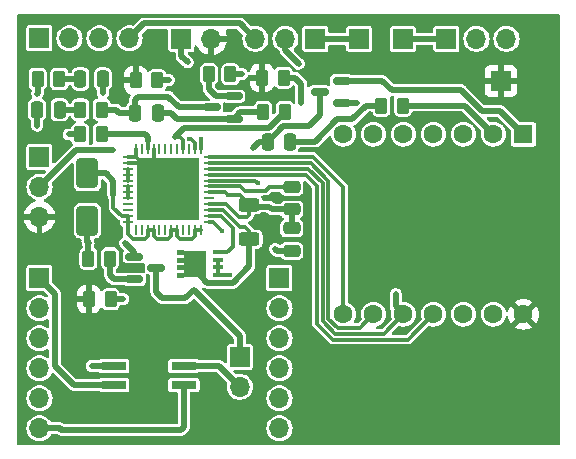
<source format=gbr>
%TF.GenerationSoftware,KiCad,Pcbnew,7.0.9*%
%TF.CreationDate,2024-04-08T13:50:44+02:00*%
%TF.ProjectId,Test_1,54657374-5f31-42e6-9b69-6361645f7063,rev?*%
%TF.SameCoordinates,Original*%
%TF.FileFunction,Copper,L1,Top*%
%TF.FilePolarity,Positive*%
%FSLAX46Y46*%
G04 Gerber Fmt 4.6, Leading zero omitted, Abs format (unit mm)*
G04 Created by KiCad (PCBNEW 7.0.9) date 2024-04-08 13:50:44*
%MOMM*%
%LPD*%
G01*
G04 APERTURE LIST*
G04 Aperture macros list*
%AMRoundRect*
0 Rectangle with rounded corners*
0 $1 Rounding radius*
0 $2 $3 $4 $5 $6 $7 $8 $9 X,Y pos of 4 corners*
0 Add a 4 corners polygon primitive as box body*
4,1,4,$2,$3,$4,$5,$6,$7,$8,$9,$2,$3,0*
0 Add four circle primitives for the rounded corners*
1,1,$1+$1,$2,$3*
1,1,$1+$1,$4,$5*
1,1,$1+$1,$6,$7*
1,1,$1+$1,$8,$9*
0 Add four rect primitives between the rounded corners*
20,1,$1+$1,$2,$3,$4,$5,0*
20,1,$1+$1,$4,$5,$6,$7,0*
20,1,$1+$1,$6,$7,$8,$9,0*
20,1,$1+$1,$8,$9,$2,$3,0*%
%AMFreePoly0*
4,1,21,1.545000,0.775000,0.925000,0.775000,0.925000,0.525000,1.545000,0.525000,1.545000,0.125000,0.925000,0.125000,0.925000,-0.125000,1.545000,-0.125000,1.545000,-0.525000,0.925000,-0.525000,0.925000,-0.775000,1.545000,-0.775000,1.545000,-1.175000,0.925000,-1.175000,0.925000,-1.125000,-0.925000,-1.125000,-0.925000,1.125000,0.925000,1.125000,0.925000,1.175000,1.545000,1.175000,
1.545000,0.775000,1.545000,0.775000,$1*%
G04 Aperture macros list end*
%TA.AperFunction,SMDPad,CuDef*%
%ADD10RoundRect,0.250000X-0.262500X-0.450000X0.262500X-0.450000X0.262500X0.450000X-0.262500X0.450000X0*%
%TD*%
%TA.AperFunction,SMDPad,CuDef*%
%ADD11R,2.159000X0.660400*%
%TD*%
%TA.AperFunction,SMDPad,CuDef*%
%ADD12RoundRect,0.250000X-0.250000X-0.475000X0.250000X-0.475000X0.250000X0.475000X-0.250000X0.475000X0*%
%TD*%
%TA.AperFunction,ComponentPad*%
%ADD13R,1.700000X1.700000*%
%TD*%
%TA.AperFunction,ComponentPad*%
%ADD14O,1.700000X1.700000*%
%TD*%
%TA.AperFunction,SMDPad,CuDef*%
%ADD15RoundRect,0.150000X-0.587500X-0.150000X0.587500X-0.150000X0.587500X0.150000X-0.587500X0.150000X0*%
%TD*%
%TA.AperFunction,SMDPad,CuDef*%
%ADD16RoundRect,0.250000X0.262500X0.450000X-0.262500X0.450000X-0.262500X-0.450000X0.262500X-0.450000X0*%
%TD*%
%TA.AperFunction,SMDPad,CuDef*%
%ADD17RoundRect,0.250000X-0.650000X1.000000X-0.650000X-1.000000X0.650000X-1.000000X0.650000X1.000000X0*%
%TD*%
%TA.AperFunction,SMDPad,CuDef*%
%ADD18RoundRect,0.250000X-0.625000X0.312500X-0.625000X-0.312500X0.625000X-0.312500X0.625000X0.312500X0*%
%TD*%
%TA.AperFunction,SMDPad,CuDef*%
%ADD19RoundRect,0.250000X0.250000X0.475000X-0.250000X0.475000X-0.250000X-0.475000X0.250000X-0.475000X0*%
%TD*%
%TA.AperFunction,SMDPad,CuDef*%
%ADD20RoundRect,0.150000X0.587500X0.150000X-0.587500X0.150000X-0.587500X-0.150000X0.587500X-0.150000X0*%
%TD*%
%TA.AperFunction,SMDPad,CuDef*%
%ADD21RoundRect,0.250000X0.475000X-0.250000X0.475000X0.250000X-0.475000X0.250000X-0.475000X-0.250000X0*%
%TD*%
%TA.AperFunction,SMDPad,CuDef*%
%ADD22RoundRect,0.062500X0.337500X0.062500X-0.337500X0.062500X-0.337500X-0.062500X0.337500X-0.062500X0*%
%TD*%
%TA.AperFunction,SMDPad,CuDef*%
%ADD23RoundRect,0.062500X0.062500X0.337500X-0.062500X0.337500X-0.062500X-0.337500X0.062500X-0.337500X0*%
%TD*%
%TA.AperFunction,SMDPad,CuDef*%
%ADD24R,5.300000X5.300000*%
%TD*%
%TA.AperFunction,SMDPad,CuDef*%
%ADD25R,0.830000X0.400000*%
%TD*%
%TA.AperFunction,SMDPad,CuDef*%
%ADD26FreePoly0,180.000000*%
%TD*%
%TA.AperFunction,SMDPad,CuDef*%
%ADD27RoundRect,0.250000X-0.475000X0.250000X-0.475000X-0.250000X0.475000X-0.250000X0.475000X0.250000X0*%
%TD*%
%TA.AperFunction,ComponentPad*%
%ADD28R,1.600000X1.600000*%
%TD*%
%TA.AperFunction,ComponentPad*%
%ADD29C,1.600000*%
%TD*%
%TA.AperFunction,ViaPad*%
%ADD30C,0.500000*%
%TD*%
%TA.AperFunction,ViaPad*%
%ADD31C,0.410000*%
%TD*%
%TA.AperFunction,Conductor*%
%ADD32C,0.300000*%
%TD*%
%TA.AperFunction,Conductor*%
%ADD33C,0.500000*%
%TD*%
G04 APERTURE END LIST*
D10*
%TO.P,R3,1*%
%TO.N,Net-(C4-Pad2)*%
X82187500Y-127200000D03*
%TO.P,R3,2*%
%TO.N,Net-(Q2-D)*%
X84012500Y-127200000D03*
%TD*%
D11*
%TO.P,L1,1,1*%
%TO.N,GND*%
X85028200Y-148899800D03*
%TO.P,L1,2,2*%
%TO.N,Net-(J105-Pin_1)*%
X85028200Y-150500000D03*
%TO.P,L1,3,3*%
%TO.N,Net-(J105-Pin_6)*%
X90971800Y-150500000D03*
%TO.P,L1,4,4*%
%TO.N,/OUT+*%
X90971800Y-148899800D03*
%TD*%
D12*
%TO.P,C7,1*%
%TO.N,Net-(J2-Pin_1)*%
X98050000Y-129900000D03*
%TO.P,C7,2*%
%TO.N,Net-(Q3-G)*%
X99950000Y-129900000D03*
%TD*%
D13*
%TO.P,JP1,1,A*%
%TO.N,Net-(J6-Pin_1)*%
X113200000Y-121200000D03*
D14*
%TO.P,JP1,2,C*%
%TO.N,GND*%
X115740000Y-121200000D03*
%TO.P,JP1,3,B*%
X118280000Y-121200000D03*
%TD*%
D15*
%TO.P,Q3,1,G*%
%TO.N,Net-(Q3-G)*%
X86762500Y-139650000D03*
%TO.P,Q3,2,S*%
%TO.N,Net-(Q3-S)*%
X86762500Y-141550000D03*
%TO.P,Q3,3,D*%
%TO.N,Net-(J2-Pin_1)*%
X88637500Y-140600000D03*
%TD*%
D10*
%TO.P,R6,1*%
%TO.N,Net-(Q2-S)*%
X93087500Y-124200000D03*
%TO.P,R6,2*%
%TO.N,GND*%
X94912500Y-124200000D03*
%TD*%
%TO.P,R11,1*%
%TO.N,/3.3V*%
X82937500Y-143250000D03*
%TO.P,R11,2*%
%TO.N,Net-(U1-SDO)*%
X84762500Y-143250000D03*
%TD*%
D16*
%TO.P,R4,1*%
%TO.N,Net-(U1-SW0)*%
X99512500Y-127400000D03*
%TO.P,R4,2*%
%TO.N,Net-(Q2-G)*%
X97687500Y-127400000D03*
%TD*%
D17*
%TO.P,D1,1,A1*%
%TO.N,Net-(D1-A1)*%
X82800000Y-132600000D03*
%TO.P,D1,2,A2*%
%TO.N,GND*%
X82800000Y-136600000D03*
%TD*%
D18*
%TO.P,R1,1*%
%TO.N,Net-(D1-A1)*%
X96500000Y-135237500D03*
%TO.P,R1,2*%
%TO.N,Net-(Q1-D)*%
X96500000Y-138162500D03*
%TD*%
D12*
%TO.P,C5,1*%
%TO.N,Net-(Q2-D)*%
X86850000Y-127500000D03*
%TO.P,C5,2*%
%TO.N,Net-(Q2-G)*%
X88750000Y-127500000D03*
%TD*%
D13*
%TO.P,JP2,1,A*%
%TO.N,Net-(J5-Pin_1)*%
X102100000Y-121200000D03*
D14*
%TO.P,JP2,2,C*%
%TO.N,Net-(D1-A1)*%
X99560000Y-121200000D03*
%TO.P,JP2,3,B*%
%TO.N,Net-(J1-Pin_4)*%
X97020000Y-121200000D03*
%TD*%
D12*
%TO.P,C4,1*%
%TO.N,/OUT+*%
X78550000Y-127200000D03*
%TO.P,C4,2*%
%TO.N,Net-(C4-Pad2)*%
X80450000Y-127200000D03*
%TD*%
D16*
%TO.P,R2,1*%
%TO.N,Net-(C3-Pad2)*%
X80412500Y-124600000D03*
%TO.P,R2,2*%
%TO.N,GND*%
X78587500Y-124600000D03*
%TD*%
D19*
%TO.P,C3,1*%
%TO.N,/OUT+*%
X84100000Y-124600000D03*
%TO.P,C3,2*%
%TO.N,Net-(C3-Pad2)*%
X82200000Y-124600000D03*
%TD*%
D20*
%TO.P,Q2,1,G*%
%TO.N,Net-(Q2-G)*%
X95187500Y-127950000D03*
%TO.P,Q2,2,S*%
%TO.N,Net-(Q2-S)*%
X95187500Y-126050000D03*
%TO.P,Q2,3,D*%
%TO.N,Net-(Q2-D)*%
X93312500Y-127000000D03*
%TD*%
D13*
%TO.P,J6,1,Pin_1*%
%TO.N,Net-(J6-Pin_1)*%
X109500000Y-121200000D03*
%TD*%
D21*
%TO.P,C2,1*%
%TO.N,Net-(D1-A1)*%
X100100000Y-135650000D03*
%TO.P,C2,2*%
%TO.N,Net-(U1-CPO)*%
X100100000Y-133750000D03*
%TD*%
D16*
%TO.P,R7,1*%
%TO.N,Net-(U1-RT)*%
X84012500Y-129300000D03*
%TO.P,R7,2*%
%TO.N,GND*%
X82187500Y-129300000D03*
%TD*%
D13*
%TO.P,JP3,1,A*%
%TO.N,GND*%
X78740000Y-131200000D03*
D14*
%TO.P,JP3,2,C*%
%TO.N,Net-(JP3-C)*%
X78740000Y-133740000D03*
%TO.P,JP3,3,B*%
%TO.N,/3.3V*%
X78740000Y-136280000D03*
%TD*%
D22*
%TO.P,U1,1,OUTP0*%
%TO.N,/OUT+*%
X93100000Y-136700000D03*
%TO.P,U1,2,HGATE0*%
%TO.N,Net-(Q1-G)*%
X93100000Y-136200000D03*
%TO.P,U1,3,HSNSM0*%
%TO.N,Net-(Q1-D)*%
X93100000Y-135700000D03*
%TO.P,U1,4,HSNSP0*%
%TO.N,Net-(D1-A1)*%
X93100000Y-135200000D03*
%TO.P,U1,5,DNC*%
%TO.N,unconnected-(U1-DNC-Pad5)*%
X93100000Y-134700000D03*
%TO.P,U1,6,IN*%
%TO.N,Net-(D1-A1)*%
X93100000Y-134200000D03*
%TO.P,U1,7,CPO*%
%TO.N,Net-(U1-CPO)*%
X93100000Y-133700000D03*
%TO.P,U1,8,INT*%
%TO.N,Net-(U1-INT)*%
X93100000Y-133200000D03*
%TO.P,U1,9,SDI*%
%TO.N,Net-(U1-SDI)*%
X93100000Y-132700000D03*
%TO.P,U1,10,SDO*%
%TO.N,Net-(U1-SDO)*%
X93100000Y-132200000D03*
%TO.P,U1,11,SCK*%
%TO.N,Net-(U1-SCK)*%
X93100000Y-131700000D03*
%TO.P,U1,12,NCS*%
%TO.N,Net-(U1-NCS)*%
X93100000Y-131200000D03*
D23*
%TO.P,U1,13,AUTO*%
%TO.N,Net-(JP3-C)*%
X92400000Y-130500000D03*
%TO.P,U1,14,WAKEUP*%
%TO.N,Net-(J3-Pin_1)*%
X91900000Y-130500000D03*
%TO.P,U1,15,DNC*%
%TO.N,unconnected-(U1-DNC-Pad15)*%
X91400000Y-130500000D03*
%TO.P,U1,16,SW0*%
%TO.N,Net-(U1-SW0)*%
X90900000Y-130500000D03*
%TO.P,U1,17,SW1*%
%TO.N,unconnected-(U1-SW1-Pad17)*%
X90400000Y-130500000D03*
%TO.P,U1,18,SW2*%
%TO.N,unconnected-(U1-SW2-Pad18)*%
X89900000Y-130500000D03*
%TO.P,U1,19,SW3*%
%TO.N,unconnected-(U1-SW3-Pad19)*%
X89400000Y-130500000D03*
%TO.P,U1,20,SW4*%
%TO.N,unconnected-(U1-SW4-Pad20)*%
X88900000Y-130500000D03*
%TO.P,U1,21,GND*%
%TO.N,GND*%
X88400000Y-130500000D03*
%TO.P,U1,22,RT*%
%TO.N,Net-(U1-RT)*%
X87900000Y-130500000D03*
%TO.P,U1,23,LGATE*%
%TO.N,unconnected-(U1-LGATE-Pad23)*%
X87400000Y-130500000D03*
%TO.P,U1,24,LSRC*%
%TO.N,GND*%
X86900000Y-130500000D03*
D22*
%TO.P,U1,25,OUTM0*%
X86200000Y-131200000D03*
%TO.P,U1,26,LSNS0*%
X86200000Y-131700000D03*
%TO.P,U1,27,OUTM1*%
%TO.N,Net-(U1-LSNS1{slash}LSNS2)*%
X86200000Y-132200000D03*
%TO.P,U1,28,LSNS1/LSNS2*%
X86200000Y-132700000D03*
%TO.P,U1,29,OUTM2*%
X86200000Y-133200000D03*
%TO.P,U1,30,OUTM3*%
%TO.N,Net-(U1-LSNS3{slash}LSNS4)*%
X86200000Y-133700000D03*
%TO.P,U1,31,LSNS3/LSNS4*%
X86200000Y-134200000D03*
%TO.P,U1,32,OUTM4*%
X86200000Y-134700000D03*
%TO.P,U1,33,OUTP4*%
%TO.N,unconnected-(U1-OUTP4-Pad33)*%
X86200000Y-135200000D03*
%TO.P,U1,34,HGATE4*%
%TO.N,unconnected-(U1-HGATE4-Pad34)*%
X86200000Y-135700000D03*
%TO.P,U1,35,HSNSM4*%
%TO.N,Net-(D1-A1)*%
X86200000Y-136200000D03*
%TO.P,U1,36,HSNSP4*%
X86200000Y-136700000D03*
D23*
%TO.P,U1,37,OUTP3*%
%TO.N,unconnected-(U1-OUTP3-Pad37)*%
X86900000Y-137400000D03*
%TO.P,U1,38,HGATE3*%
%TO.N,unconnected-(U1-HGATE3-Pad38)*%
X87400000Y-137400000D03*
%TO.P,U1,39,HSNSM3*%
%TO.N,Net-(D1-A1)*%
X87900000Y-137400000D03*
%TO.P,U1,40,HSNSP3*%
X88400000Y-137400000D03*
%TO.P,U1,41,OUTP2*%
%TO.N,unconnected-(U1-OUTP2-Pad41)*%
X88900000Y-137400000D03*
%TO.P,U1,42,HGATE2*%
%TO.N,unconnected-(U1-HGATE2-Pad42)*%
X89400000Y-137400000D03*
%TO.P,U1,43,HSNSM2*%
%TO.N,Net-(D1-A1)*%
X89900000Y-137400000D03*
%TO.P,U1,44,HSNSP2*%
X90400000Y-137400000D03*
%TO.P,U1,45,OUTP1*%
%TO.N,unconnected-(U1-OUTP1-Pad45)*%
X90900000Y-137400000D03*
%TO.P,U1,46,HGATE1*%
%TO.N,unconnected-(U1-HGATE1-Pad46)*%
X91400000Y-137400000D03*
%TO.P,U1,47,HSNSM1*%
%TO.N,Net-(D1-A1)*%
X91900000Y-137400000D03*
%TO.P,U1,48,HSNSP1*%
X92400000Y-137400000D03*
D24*
%TO.P,U1,49,GND*%
%TO.N,GND*%
X89650000Y-133950000D03*
%TD*%
D10*
%TO.P,R8,1*%
%TO.N,Net-(Q3-G)*%
X107687500Y-126850000D03*
%TO.P,R8,2*%
%TO.N,Net-(U2-PA4_A1_D1)*%
X109512500Y-126850000D03*
%TD*%
D13*
%TO.P,J5,1,Pin_1*%
%TO.N,Net-(J5-Pin_1)*%
X105800000Y-121200000D03*
%TD*%
D16*
%TO.P,R9,1*%
%TO.N,Net-(Q3-S)*%
X84712500Y-139800000D03*
%TO.P,R9,2*%
%TO.N,GND*%
X82887500Y-139800000D03*
%TD*%
D13*
%TO.P,J2,1,Pin_1*%
%TO.N,Net-(J2-Pin_1)*%
X95700000Y-148125000D03*
D14*
%TO.P,J2,2,Pin_2*%
%TO.N,/OUT+*%
X95700000Y-150665000D03*
%TD*%
D10*
%TO.P,R10,1*%
%TO.N,/3.3V*%
X97587500Y-124500000D03*
%TO.P,R10,2*%
%TO.N,Net-(Q4-B)*%
X99412500Y-124500000D03*
%TD*%
D25*
%TO.P,Q1,1,S*%
%TO.N,/OUT+*%
X93820000Y-141201000D03*
%TO.P,Q1,2,S*%
X93820000Y-140551000D03*
%TO.P,Q1,3,S*%
X93820000Y-139901000D03*
%TO.P,Q1,4,G*%
%TO.N,Net-(Q1-G)*%
X93820000Y-139251000D03*
D26*
%TO.P,Q1,5,D*%
%TO.N,Net-(Q1-D)*%
X91880000Y-140226000D03*
%TD*%
D10*
%TO.P,R5,1*%
%TO.N,/3.3V*%
X86887500Y-124700000D03*
%TO.P,R5,2*%
%TO.N,Net-(U1-SW0)*%
X88712500Y-124700000D03*
%TD*%
D13*
%TO.P,J3,1,Pin_1*%
%TO.N,Net-(J3-Pin_1)*%
X90760000Y-121200000D03*
D14*
%TO.P,J3,2,Pin_2*%
%TO.N,/3.3V*%
X93300000Y-121200000D03*
%TD*%
D20*
%TO.P,Q4,1,B*%
%TO.N,Net-(Q4-B)*%
X104337500Y-126650000D03*
%TO.P,Q4,2,E*%
%TO.N,Net-(Q4-E)*%
X104337500Y-124750000D03*
%TO.P,Q4,3,C*%
%TO.N,Net-(J2-Pin_1)*%
X102462500Y-125700000D03*
%TD*%
D27*
%TO.P,C1,1*%
%TO.N,Net-(D1-A1)*%
X100100000Y-137250000D03*
%TO.P,C1,2*%
%TO.N,GND*%
X100100000Y-139150000D03*
%TD*%
D28*
%TO.P,U2,1,PA02_A0_D0*%
%TO.N,Net-(Q4-E)*%
X119720000Y-129280000D03*
D29*
%TO.P,U2,2,PA4_A1_D1*%
%TO.N,Net-(U2-PA4_A1_D1)*%
X117180000Y-129280000D03*
%TO.P,U2,3,PA10_A2_D2*%
%TO.N,unconnected-(U2-PA10_A2_D2-Pad3)*%
X114640000Y-129280000D03*
%TO.P,U2,4,PA11_A3_D3*%
%TO.N,unconnected-(U2-PA11_A3_D3-Pad4)*%
X112100000Y-129280000D03*
%TO.P,U2,5,PA8_A4_D4_SDA*%
%TO.N,unconnected-(U2-PA8_A4_D4_SDA-Pad5)*%
X109560000Y-129280000D03*
%TO.P,U2,6,PA9_A5_D5_SCL*%
%TO.N,unconnected-(U2-PA9_A5_D5_SCL-Pad6)*%
X107020000Y-129280000D03*
%TO.P,U2,7,PB08_A6_D6_TX*%
%TO.N,unconnected-(U2-PB08_A6_D6_TX-Pad7)*%
X104480000Y-129280000D03*
%TO.P,U2,8,PB09_A7_D7_RX*%
%TO.N,Net-(U1-NCS)*%
X104480000Y-144520000D03*
%TO.P,U2,9,PA7_A8_D8_SCK*%
%TO.N,Net-(U1-SCK)*%
X107020000Y-144520000D03*
%TO.P,U2,10,PA5_A9_D9_MISO*%
%TO.N,Net-(U1-SDO)*%
X109560000Y-144520000D03*
%TO.P,U2,11,PA6_A10_D10_MOSI*%
%TO.N,Net-(U1-SDI)*%
X112100000Y-144520000D03*
%TO.P,U2,12,3V3*%
%TO.N,unconnected-(U2-3V3-Pad12)*%
X114640000Y-144520000D03*
%TO.P,U2,13,GND*%
%TO.N,GND*%
X117180000Y-144520000D03*
%TO.P,U2,14,5V*%
%TO.N,/3.3V*%
X119720000Y-144520000D03*
%TD*%
D13*
%TO.P,J1,1,Pin_1*%
%TO.N,unconnected-(J1-Pin_1-Pad1)*%
X78740000Y-121158000D03*
D14*
%TO.P,J1,2,Pin_2*%
%TO.N,unconnected-(J1-Pin_2-Pad2)*%
X81280000Y-121158000D03*
%TO.P,J1,3,Pin_3*%
%TO.N,GND*%
X83820000Y-121158000D03*
%TO.P,J1,4,Pin_4*%
%TO.N,Net-(J1-Pin_4)*%
X86360000Y-121158000D03*
%TD*%
D13*
%TO.P,J106,1,Pin_1*%
%TO.N,GND*%
X99060000Y-141478000D03*
D14*
%TO.P,J106,2,Pin_2*%
%TO.N,unconnected-(J106-Pin_2-Pad2)*%
X99060000Y-144018000D03*
%TO.P,J106,3,Pin_3*%
%TO.N,unconnected-(J106-Pin_3-Pad3)*%
X99060000Y-146558000D03*
%TO.P,J106,4,Pin_4*%
%TO.N,unconnected-(J106-Pin_4-Pad4)*%
X99060000Y-149098000D03*
%TO.P,J106,5,Pin_5*%
%TO.N,unconnected-(J106-Pin_5-Pad5)*%
X99060000Y-151638000D03*
%TO.P,J106,6,Pin_6*%
%TO.N,GND*%
X99060000Y-154178000D03*
%TD*%
D13*
%TO.P,J4,1,Pin_1*%
%TO.N,/3.3V*%
X117790000Y-124790000D03*
%TD*%
%TO.P,J105,1,Pin_1*%
%TO.N,Net-(J105-Pin_1)*%
X78740000Y-141478000D03*
D14*
%TO.P,J105,2,Pin_2*%
%TO.N,unconnected-(J105-Pin_2-Pad2)*%
X78740000Y-144018000D03*
%TO.P,J105,3,Pin_3*%
%TO.N,unconnected-(J105-Pin_3-Pad3)*%
X78740000Y-146558000D03*
%TO.P,J105,4,Pin_4*%
%TO.N,unconnected-(J105-Pin_4-Pad4)*%
X78740000Y-149098000D03*
%TO.P,J105,5,Pin_5*%
%TO.N,unconnected-(J105-Pin_5-Pad5)*%
X78740000Y-151638000D03*
%TO.P,J105,6,Pin_6*%
%TO.N,Net-(J105-Pin_6)*%
X78740000Y-154178000D03*
%TD*%
D30*
%TO.N,Net-(Q3-G)*%
X86000000Y-138500000D03*
%TO.N,Net-(U1-SDO)*%
X108900000Y-142800000D03*
X85850000Y-143250000D03*
D31*
%TO.N,GND*%
X87850000Y-131650000D03*
X92000000Y-132300000D03*
X88850000Y-131650000D03*
X89350000Y-133650000D03*
X90450000Y-135150000D03*
X88850000Y-132300000D03*
X91000000Y-132300000D03*
X89350000Y-135150000D03*
X87850000Y-135150000D03*
X87350000Y-136350000D03*
X89350000Y-132950000D03*
X88350000Y-135750000D03*
X90450000Y-132950000D03*
X92000000Y-133650000D03*
X88350000Y-135150000D03*
X90450000Y-133650000D03*
X92000000Y-136350000D03*
X87350000Y-131650000D03*
D30*
X78550000Y-125850000D03*
D31*
X92000000Y-131650000D03*
D30*
X81200000Y-129300000D03*
D31*
X87850000Y-135750000D03*
X91000000Y-132950000D03*
X91500000Y-136350000D03*
X88350000Y-136350000D03*
X91500000Y-135150000D03*
X88350000Y-132950000D03*
D30*
X98700000Y-139000000D03*
D31*
X89900000Y-136350000D03*
X87850000Y-133650000D03*
D30*
X83150000Y-148900000D03*
D31*
X92000000Y-135150000D03*
X87850000Y-136350000D03*
X89350000Y-135750000D03*
X91500000Y-132950000D03*
X88850000Y-135150000D03*
X90450000Y-131650000D03*
X87350000Y-135750000D03*
X88850000Y-132950000D03*
X87350000Y-132300000D03*
X91000000Y-135750000D03*
X88850000Y-135750000D03*
X90450000Y-136350000D03*
X90450000Y-132300000D03*
X89900000Y-133650000D03*
X91500000Y-135750000D03*
X91000000Y-133650000D03*
X92000000Y-135750000D03*
D30*
X82900000Y-138500000D03*
X95900000Y-124200000D03*
D31*
X87850000Y-132300000D03*
X88850000Y-133650000D03*
X88850000Y-136350000D03*
X87850000Y-132950000D03*
X87350000Y-132950000D03*
X91000000Y-135150000D03*
X89900000Y-135750000D03*
X90450000Y-135750000D03*
X91500000Y-132300000D03*
X91500000Y-133650000D03*
X89900000Y-132950000D03*
X88350000Y-131650000D03*
X89350000Y-131650000D03*
X89900000Y-132300000D03*
X88350000Y-133650000D03*
X89900000Y-135150000D03*
X89900000Y-131650000D03*
X91500000Y-131650000D03*
X87350000Y-135150000D03*
X89350000Y-136350000D03*
X91000000Y-136350000D03*
X89350000Y-132300000D03*
X87350000Y-133650000D03*
X91000000Y-131650000D03*
X92000000Y-132950000D03*
X88350000Y-132300000D03*
D30*
%TO.N,Net-(Q3-G)*%
X101050000Y-129900000D03*
%TO.N,Net-(Q4-B)*%
X100900000Y-126650000D03*
X105600000Y-126650000D03*
D31*
%TO.N,Net-(U1-INT)*%
X97200000Y-133400000D03*
D30*
%TO.N,Net-(U1-SW0)*%
X90200000Y-129500000D03*
X89700000Y-124700000D03*
D31*
%TO.N,Net-(JP3-C)*%
X92400000Y-129650000D03*
D30*
X84950000Y-130650000D03*
%TO.N,Net-(J2-Pin_1)*%
X91800000Y-142450000D03*
X96800000Y-130450000D03*
%TO.N,Net-(D1-A1)*%
X85000000Y-134400000D03*
D31*
X94700000Y-134450000D03*
D30*
X100700000Y-123300000D03*
D31*
%TO.N,/OUT+*%
X94850000Y-141196000D03*
X94200000Y-137500000D03*
D30*
X78550000Y-128550000D03*
X84100000Y-125800000D03*
D31*
%TO.N,Net-(J3-Pin_1)*%
X91437198Y-129660558D03*
D30*
X91300000Y-123200000D03*
%TD*%
D32*
%TO.N,GND*%
X86200000Y-131200000D02*
X86900000Y-131200000D01*
X86900000Y-131200000D02*
X87350000Y-131650000D01*
X86900000Y-130500000D02*
X86900000Y-131200000D01*
D33*
%TO.N,Net-(Q3-G)*%
X86762500Y-139262500D02*
X86000000Y-138500000D01*
X86762500Y-139650000D02*
X86762500Y-139262500D01*
D32*
%TO.N,Net-(D1-A1)*%
X86200000Y-137700000D02*
X86200000Y-136700000D01*
X86650000Y-138150000D02*
X86200000Y-137700000D01*
X87635096Y-138150000D02*
X86650000Y-138150000D01*
X87900000Y-137400000D02*
X87900000Y-137885096D01*
X87900000Y-137885096D02*
X87635096Y-138150000D01*
D33*
%TO.N,Net-(Q3-G)*%
X86762500Y-139650000D02*
X86550000Y-139650000D01*
D32*
%TO.N,Net-(U1-LSNS1{slash}LSNS2)*%
X86200000Y-132700000D02*
X86200000Y-133200000D01*
X86200000Y-132200000D02*
X86200000Y-132700000D01*
%TO.N,Net-(U1-LSNS3{slash}LSNS4)*%
X86200000Y-133700000D02*
X86200000Y-134200000D01*
X86200000Y-134700000D02*
X86200000Y-134200000D01*
%TO.N,Net-(D1-A1)*%
X85000000Y-135485096D02*
X85000000Y-134400000D01*
X85714904Y-136200000D02*
X85000000Y-135485096D01*
X86200000Y-136200000D02*
X85714904Y-136200000D01*
X86200000Y-136700000D02*
X86200000Y-136200000D01*
X88400000Y-137400000D02*
X87900000Y-137400000D01*
X88664904Y-138150000D02*
X88400000Y-137885096D01*
X89900000Y-137885096D02*
X89635096Y-138150000D01*
X88400000Y-137885096D02*
X88400000Y-137400000D01*
X89900000Y-137400000D02*
X89900000Y-137885096D01*
X89635096Y-138150000D02*
X88664904Y-138150000D01*
X90400000Y-137400000D02*
X89900000Y-137400000D01*
X90400000Y-137885096D02*
X90400000Y-137400000D01*
X91900000Y-137885096D02*
X91635096Y-138150000D01*
X91900000Y-137400000D02*
X91900000Y-137885096D01*
X91635096Y-138150000D02*
X90664904Y-138150000D01*
X90664904Y-138150000D02*
X90400000Y-137885096D01*
X92400000Y-137400000D02*
X91900000Y-137400000D01*
%TO.N,Net-(U1-SDI)*%
X102203553Y-133624871D02*
X101278682Y-132700000D01*
X103559341Y-146670000D02*
X109950000Y-146670000D01*
X109950000Y-146670000D02*
X112100000Y-144520000D01*
X102203553Y-145314212D02*
X103559341Y-146670000D01*
X102203553Y-133624871D02*
X102203553Y-145314212D01*
X101278682Y-132700000D02*
X93100000Y-132700000D01*
%TO.N,Net-(U1-SDO)*%
X102703553Y-133417765D02*
X102703553Y-145107106D01*
D33*
X84762500Y-143250000D02*
X85850000Y-143250000D01*
D32*
X103766447Y-146170000D02*
X107910000Y-146170000D01*
X102703553Y-145107106D02*
X103766447Y-146170000D01*
D33*
X108900000Y-143860000D02*
X109560000Y-144520000D01*
D32*
X107910000Y-146170000D02*
X109560000Y-144520000D01*
D33*
X108900000Y-143860000D02*
X108900000Y-142800000D01*
D32*
X101485788Y-132200000D02*
X102703553Y-133417765D01*
X93100000Y-132200000D02*
X101485788Y-132200000D01*
%TO.N,Net-(U1-SCK)*%
X103203553Y-133210659D02*
X103203553Y-144900000D01*
X93100000Y-131700000D02*
X101692894Y-131700000D01*
X105870000Y-145670000D02*
X107020000Y-144520000D01*
X103973553Y-145670000D02*
X105870000Y-145670000D01*
D33*
X107020000Y-144520000D02*
X106580000Y-144520000D01*
D32*
X101692894Y-131700000D02*
X103203553Y-133210659D01*
X103203553Y-144900000D02*
X103973553Y-145670000D01*
%TO.N,Net-(U1-NCS)*%
X104480000Y-133780000D02*
X101900000Y-131200000D01*
X93100000Y-131200000D02*
X101900000Y-131200000D01*
X104480000Y-144520000D02*
X104480000Y-133780000D01*
D33*
%TO.N,Net-(J105-Pin_1)*%
X81650000Y-150500000D02*
X80040000Y-148890000D01*
X85028200Y-150500000D02*
X81650000Y-150500000D01*
X80040000Y-148890000D02*
X80040000Y-142778000D01*
X80040000Y-142778000D02*
X78740000Y-141478000D01*
%TO.N,GND*%
X82187500Y-129300000D02*
X81200000Y-129300000D01*
X82900000Y-136700000D02*
X82800000Y-136600000D01*
X78587500Y-125812500D02*
X78550000Y-125850000D01*
X83150200Y-148899800D02*
X83150000Y-148900000D01*
X100100000Y-139150000D02*
X98850000Y-139150000D01*
X78587500Y-124600000D02*
X78587500Y-125812500D01*
D32*
X87300000Y-131700000D02*
X87350000Y-131650000D01*
X86200000Y-131700000D02*
X87300000Y-131700000D01*
D33*
X82887500Y-139800000D02*
X82887500Y-138512500D01*
X94912500Y-124200000D02*
X95900000Y-124200000D01*
D32*
X88400000Y-131600000D02*
X88350000Y-131650000D01*
D33*
X82887500Y-138512500D02*
X82900000Y-138500000D01*
D32*
X88400000Y-130500000D02*
X88400000Y-131600000D01*
D33*
X85028200Y-148899800D02*
X83150200Y-148899800D01*
X98850000Y-139150000D02*
X98700000Y-139000000D01*
X82800000Y-138400000D02*
X82900000Y-138500000D01*
X82800000Y-136600000D02*
X82800000Y-138400000D01*
D32*
%TO.N,Net-(Q1-G)*%
X94085788Y-136200000D02*
X93100000Y-136200000D01*
X94649000Y-139251000D02*
X95100000Y-138800000D01*
X93820000Y-139251000D02*
X93850000Y-139221000D01*
X95100000Y-137214212D02*
X94085788Y-136200000D01*
X93820000Y-139251000D02*
X94649000Y-139251000D01*
X95100000Y-138800000D02*
X95100000Y-137214212D01*
D33*
%TO.N,Net-(Q1-D)*%
X95121310Y-141851000D02*
X96500000Y-140472310D01*
X92955000Y-141851000D02*
X95121310Y-141851000D01*
X91880000Y-140226000D02*
X91880000Y-140776000D01*
D32*
X96500000Y-137500000D02*
X96100000Y-137100000D01*
X94292894Y-135700000D02*
X93100000Y-135700000D01*
D33*
X91880000Y-140776000D02*
X92955000Y-141851000D01*
D32*
X96100000Y-137100000D02*
X95692894Y-137100000D01*
X95692894Y-137100000D02*
X94292894Y-135700000D01*
X96500000Y-138162500D02*
X96500000Y-137500000D01*
D33*
X96500000Y-140472310D02*
X96500000Y-138162500D01*
%TO.N,Net-(Q2-G)*%
X88750000Y-127500000D02*
X89900000Y-127500000D01*
X95737500Y-127400000D02*
X97687500Y-127400000D01*
X95187500Y-127950000D02*
X95737500Y-127400000D01*
X95187500Y-127950000D02*
X90350000Y-127950000D01*
X97687500Y-127100000D02*
X97425000Y-127100000D01*
X90350000Y-127950000D02*
X89900000Y-127500000D01*
%TO.N,Net-(Q2-S)*%
X93650000Y-126050000D02*
X93087500Y-125487500D01*
X93087500Y-125487500D02*
X93087500Y-124200000D01*
X95187500Y-126050000D02*
X93650000Y-126050000D01*
%TO.N,Net-(Q2-D)*%
X87100000Y-126100000D02*
X89660050Y-126100000D01*
X86850000Y-127500000D02*
X86850000Y-126350000D01*
X93312500Y-127000000D02*
X90560050Y-127000000D01*
X85200000Y-127200000D02*
X85500000Y-127500000D01*
X86850000Y-126350000D02*
X87100000Y-126100000D01*
X84012500Y-127200000D02*
X85200000Y-127200000D01*
X90560050Y-127000000D02*
X89660050Y-126100000D01*
X85500000Y-127500000D02*
X86850000Y-127500000D01*
%TO.N,Net-(Q3-G)*%
X105209949Y-128030000D02*
X106389949Y-126850000D01*
X99950000Y-129900000D02*
X101050000Y-129900000D01*
X106389949Y-126850000D02*
X107687500Y-126850000D01*
X102092233Y-129900000D02*
X103962233Y-128030000D01*
X103962233Y-128030000D02*
X105209949Y-128030000D01*
X101050000Y-129900000D02*
X102092233Y-129900000D01*
%TO.N,Net-(Q3-S)*%
X84712500Y-139800000D02*
X84712500Y-141212500D01*
X84712500Y-141212500D02*
X85050000Y-141550000D01*
X85050000Y-141550000D02*
X86762500Y-141550000D01*
%TO.N,Net-(Q4-B)*%
X100900000Y-125000000D02*
X100900000Y-126650000D01*
X100400000Y-124500000D02*
X100900000Y-125000000D01*
X105600000Y-126650000D02*
X104337500Y-126650000D01*
X99412500Y-124500000D02*
X100400000Y-124500000D01*
%TO.N,Net-(Q4-E)*%
X119720000Y-129280000D02*
X117740000Y-127300000D01*
X116189950Y-127300000D02*
X114439950Y-125550000D01*
X107752082Y-124750000D02*
X108552082Y-125550000D01*
X114439950Y-125550000D02*
X108552082Y-125550000D01*
X117740000Y-127300000D02*
X116189950Y-127300000D01*
X104337500Y-124750000D02*
X107752082Y-124750000D01*
D32*
%TO.N,Net-(U1-CPO)*%
X96105000Y-134055000D02*
X97895000Y-134055000D01*
X97895000Y-134055000D02*
X98200000Y-133750000D01*
X95750000Y-133700000D02*
X96105000Y-134055000D01*
X98200000Y-133750000D02*
X100100000Y-133750000D01*
X93100000Y-133700000D02*
X95750000Y-133700000D01*
D33*
%TO.N,Net-(C3-Pad2)*%
X80412500Y-124600000D02*
X82200000Y-124600000D01*
%TO.N,Net-(C4-Pad2)*%
X82187500Y-127200000D02*
X80450000Y-127200000D01*
D32*
%TO.N,Net-(U1-INT)*%
X97000000Y-133200000D02*
X93100000Y-133200000D01*
X97200000Y-133400000D02*
X97000000Y-133200000D01*
D33*
%TO.N,Net-(U1-SW0)*%
X90975000Y-128725000D02*
X90200000Y-129500000D01*
D32*
X90600000Y-129500000D02*
X90200000Y-129500000D01*
D33*
X88712500Y-124700000D02*
X89700000Y-124700000D01*
X99512500Y-127400000D02*
X98187500Y-128725000D01*
D32*
X90900000Y-129800000D02*
X90600000Y-129500000D01*
D33*
X98187500Y-128725000D02*
X90975000Y-128725000D01*
D32*
X90900000Y-129800000D02*
X90900000Y-130500000D01*
D33*
X99512500Y-127012500D02*
X99512500Y-127100000D01*
%TO.N,Net-(U1-RT)*%
X87700000Y-129300000D02*
X87900000Y-129500000D01*
D32*
X87900000Y-130500000D02*
X87900000Y-129873482D01*
D33*
X87900000Y-129500000D02*
X87900000Y-129873482D01*
X84012500Y-129300000D02*
X87700000Y-129300000D01*
%TO.N,Net-(U2-PA4_A1_D1)*%
X109512500Y-126850000D02*
X114750000Y-126850000D01*
X114750000Y-126850000D02*
X117180000Y-129280000D01*
D32*
%TO.N,Net-(JP3-C)*%
X92400000Y-130500000D02*
X92400000Y-129650000D01*
D33*
X81830000Y-130650000D02*
X84950000Y-130650000D01*
X78740000Y-133740000D02*
X81830000Y-130650000D01*
%TO.N,Net-(J2-Pin_1)*%
X99400000Y-128550000D02*
X101600000Y-128550000D01*
X102462500Y-127687500D02*
X102462500Y-125700000D01*
X89150000Y-143150000D02*
X91100000Y-143150000D01*
X98050000Y-129900000D02*
X97350000Y-129900000D01*
X88637500Y-140600000D02*
X88637500Y-142637500D01*
X91800000Y-142450000D02*
X95700000Y-146350000D01*
X95700000Y-146350000D02*
X95700000Y-148125000D01*
X97350000Y-129900000D02*
X96800000Y-130450000D01*
X88637500Y-142637500D02*
X89150000Y-143150000D01*
X101600000Y-128550000D02*
X102462500Y-127687500D01*
D32*
X98250000Y-129800000D02*
X98350000Y-129700000D01*
D33*
X98050000Y-129900000D02*
X99400000Y-128550000D01*
X91100000Y-143150000D02*
X91800000Y-142450000D01*
%TO.N,Net-(J1-Pin_4)*%
X95720000Y-119900000D02*
X87618000Y-119900000D01*
X87618000Y-119900000D02*
X86360000Y-121158000D01*
X97020000Y-121200000D02*
X95720000Y-119900000D01*
%TO.N,Net-(J105-Pin_6)*%
X80478000Y-154178000D02*
X78740000Y-154178000D01*
X90971800Y-154078200D02*
X90750000Y-154300000D01*
X90971800Y-150500000D02*
X90971800Y-154078200D01*
X80600000Y-154300000D02*
X80478000Y-154178000D01*
X90750000Y-154300000D02*
X80600000Y-154300000D01*
%TO.N,Net-(D1-A1)*%
X84400000Y-132600000D02*
X85000000Y-133200000D01*
X85000000Y-133200000D02*
X85000000Y-134400000D01*
D32*
X96500000Y-135237500D02*
X96500000Y-136100000D01*
D33*
X98450000Y-135650000D02*
X100100000Y-135650000D01*
D32*
X94500000Y-135200000D02*
X93100000Y-135200000D01*
D33*
X82800000Y-132600000D02*
X84400000Y-132600000D01*
D32*
X95600000Y-136300000D02*
X94500000Y-135200000D01*
D33*
X98200000Y-135400000D02*
X98450000Y-135650000D01*
X98200000Y-135400000D02*
X96662500Y-135400000D01*
D32*
X93100000Y-134200000D02*
X94450000Y-134200000D01*
X96500000Y-136100000D02*
X96300000Y-136300000D01*
D33*
X100100000Y-137250000D02*
X100100000Y-135650000D01*
X99560000Y-122160000D02*
X100700000Y-123300000D01*
D32*
X96300000Y-136300000D02*
X95600000Y-136300000D01*
D33*
X96662500Y-135400000D02*
X96500000Y-135237500D01*
X99560000Y-121200000D02*
X99560000Y-122160000D01*
D32*
X94450000Y-134200000D02*
X94700000Y-134450000D01*
X95712500Y-134450000D02*
X96500000Y-135237500D01*
X94700000Y-134450000D02*
X95712500Y-134450000D01*
D33*
%TO.N,/OUT+*%
X93934800Y-148899800D02*
X95700000Y-150665000D01*
X78550000Y-127200000D02*
X78550000Y-128550000D01*
X90971800Y-148899800D02*
X93934800Y-148899800D01*
D32*
X93820000Y-140551000D02*
X93820000Y-139901000D01*
X93100000Y-136700000D02*
X93400000Y-136700000D01*
X93820000Y-141201000D02*
X93820000Y-140551000D01*
D33*
X84100000Y-124600000D02*
X84100000Y-125800000D01*
D32*
X93400000Y-136700000D02*
X94200000Y-137500000D01*
X94845000Y-141201000D02*
X94850000Y-141196000D01*
X93820000Y-141201000D02*
X94845000Y-141201000D01*
D33*
%TO.N,Net-(J5-Pin_1)*%
X102100000Y-121200000D02*
X105800000Y-121200000D01*
%TO.N,Net-(J6-Pin_1)*%
X109500000Y-121200000D02*
X113200000Y-121200000D01*
D32*
%TO.N,Net-(J3-Pin_1)*%
X91900000Y-130014904D02*
X91545654Y-129660558D01*
D33*
X90760000Y-122660000D02*
X91300000Y-123200000D01*
D32*
X91545654Y-129660558D02*
X91437198Y-129660558D01*
X91900000Y-130500000D02*
X91900000Y-130014904D01*
D33*
X90760000Y-121200000D02*
X90760000Y-122660000D01*
%TD*%
%TA.AperFunction,Conductor*%
%TO.N,/3.3V*%
G36*
X122732539Y-119119685D02*
G01*
X122778294Y-119172489D01*
X122789500Y-119224000D01*
X122789500Y-155475500D01*
X122769815Y-155542539D01*
X122717011Y-155588294D01*
X122665500Y-155599500D01*
X76934500Y-155599500D01*
X76867461Y-155579815D01*
X76821706Y-155527011D01*
X76810500Y-155475500D01*
X76810500Y-154178000D01*
X77634785Y-154178000D01*
X77653602Y-154381082D01*
X77709417Y-154577247D01*
X77709422Y-154577260D01*
X77800327Y-154759821D01*
X77923237Y-154922581D01*
X78073958Y-155059980D01*
X78073960Y-155059982D01*
X78173141Y-155121392D01*
X78247363Y-155167348D01*
X78437544Y-155241024D01*
X78638024Y-155278500D01*
X78638026Y-155278500D01*
X78841974Y-155278500D01*
X78841976Y-155278500D01*
X79042456Y-155241024D01*
X79232637Y-155167348D01*
X79406041Y-155059981D01*
X79556764Y-154922579D01*
X79679673Y-154759821D01*
X79685945Y-154747226D01*
X79733449Y-154695990D01*
X79796944Y-154678500D01*
X80226278Y-154678500D01*
X80293317Y-154698185D01*
X80307480Y-154708787D01*
X80326622Y-154725374D01*
X80326624Y-154725375D01*
X80326625Y-154725375D01*
X80326627Y-154725377D01*
X80331010Y-154727379D01*
X80353807Y-154740905D01*
X80357669Y-154743796D01*
X80406295Y-154761932D01*
X80410351Y-154763612D01*
X80432457Y-154773708D01*
X80457540Y-154785164D01*
X80457541Y-154785164D01*
X80457543Y-154785165D01*
X80462312Y-154785850D01*
X80488002Y-154792407D01*
X80492517Y-154794091D01*
X80544258Y-154797791D01*
X80548657Y-154798264D01*
X80564201Y-154800500D01*
X80579906Y-154800500D01*
X80584328Y-154800657D01*
X80636073Y-154804359D01*
X80640785Y-154803334D01*
X80667143Y-154800500D01*
X90682857Y-154800500D01*
X90709215Y-154803334D01*
X90713927Y-154804359D01*
X90765671Y-154800657D01*
X90770094Y-154800500D01*
X90785799Y-154800500D01*
X90801342Y-154798264D01*
X90805740Y-154797791D01*
X90857483Y-154794091D01*
X90861992Y-154792408D01*
X90887685Y-154785850D01*
X90892457Y-154785165D01*
X90939646Y-154763613D01*
X90943736Y-154761920D01*
X90972638Y-154751140D01*
X90992329Y-154743797D01*
X90992329Y-154743796D01*
X90992331Y-154743796D01*
X90996189Y-154740907D01*
X91018995Y-154727375D01*
X91023373Y-154725377D01*
X91062564Y-154691416D01*
X91066014Y-154688637D01*
X91068930Y-154686453D01*
X91078593Y-154679221D01*
X91089720Y-154668092D01*
X91092925Y-154665109D01*
X91132143Y-154631128D01*
X91134751Y-154627068D01*
X91151381Y-154606431D01*
X91278231Y-154479581D01*
X91298868Y-154462951D01*
X91302928Y-154460343D01*
X91336909Y-154421125D01*
X91339892Y-154417920D01*
X91351021Y-154406793D01*
X91360437Y-154394214D01*
X91363217Y-154390764D01*
X91371606Y-154381083D01*
X91397177Y-154351573D01*
X91399175Y-154347195D01*
X91412707Y-154324389D01*
X91415596Y-154320531D01*
X91433722Y-154271928D01*
X91435414Y-154267845D01*
X91456965Y-154220657D01*
X91457650Y-154215885D01*
X91464209Y-154190192D01*
X91465891Y-154185683D01*
X91466440Y-154178000D01*
X97954785Y-154178000D01*
X97973602Y-154381082D01*
X98029417Y-154577247D01*
X98029422Y-154577260D01*
X98120327Y-154759821D01*
X98243237Y-154922581D01*
X98393958Y-155059980D01*
X98393960Y-155059982D01*
X98493141Y-155121392D01*
X98567363Y-155167348D01*
X98757544Y-155241024D01*
X98958024Y-155278500D01*
X98958026Y-155278500D01*
X99161974Y-155278500D01*
X99161976Y-155278500D01*
X99362456Y-155241024D01*
X99552637Y-155167348D01*
X99726041Y-155059981D01*
X99876764Y-154922579D01*
X99999673Y-154759821D01*
X100090582Y-154577250D01*
X100146397Y-154381083D01*
X100165215Y-154178000D01*
X100146397Y-153974917D01*
X100090582Y-153778750D01*
X100077572Y-153752623D01*
X100041514Y-153680207D01*
X99999673Y-153596179D01*
X99876764Y-153433421D01*
X99876762Y-153433418D01*
X99726041Y-153296019D01*
X99726039Y-153296017D01*
X99552642Y-153188655D01*
X99552635Y-153188651D01*
X99457546Y-153151814D01*
X99362456Y-153114976D01*
X99161976Y-153077500D01*
X98958024Y-153077500D01*
X98757544Y-153114976D01*
X98757541Y-153114976D01*
X98757541Y-153114977D01*
X98567364Y-153188651D01*
X98567357Y-153188655D01*
X98393960Y-153296017D01*
X98393958Y-153296019D01*
X98243237Y-153433418D01*
X98120327Y-153596178D01*
X98029422Y-153778739D01*
X98029417Y-153778752D01*
X97973602Y-153974917D01*
X97954785Y-154177999D01*
X97954785Y-154178000D01*
X91466440Y-154178000D01*
X91469591Y-154133940D01*
X91470065Y-154129540D01*
X91472300Y-154113999D01*
X91472300Y-154098294D01*
X91472458Y-154093869D01*
X91476159Y-154042127D01*
X91475132Y-154037406D01*
X91472300Y-154011058D01*
X91472300Y-151204700D01*
X91491985Y-151137661D01*
X91544789Y-151091906D01*
X91596300Y-151080700D01*
X92075976Y-151080700D01*
X92075977Y-151080699D01*
X92149040Y-151066166D01*
X92231901Y-151010801D01*
X92287266Y-150927940D01*
X92301800Y-150854874D01*
X92301800Y-150145126D01*
X92301800Y-150145123D01*
X92301799Y-150145121D01*
X92287267Y-150072064D01*
X92287266Y-150072060D01*
X92231901Y-149989199D01*
X92176535Y-149952205D01*
X92149039Y-149933833D01*
X92149035Y-149933832D01*
X92075977Y-149919300D01*
X92075974Y-149919300D01*
X89867626Y-149919300D01*
X89867623Y-149919300D01*
X89794564Y-149933832D01*
X89794560Y-149933833D01*
X89711699Y-149989199D01*
X89656333Y-150072060D01*
X89656332Y-150072064D01*
X89641800Y-150145121D01*
X89641800Y-150854878D01*
X89656332Y-150927935D01*
X89656333Y-150927939D01*
X89656334Y-150927940D01*
X89711699Y-151010801D01*
X89791707Y-151064260D01*
X89794560Y-151066166D01*
X89794564Y-151066167D01*
X89867621Y-151080699D01*
X89867624Y-151080700D01*
X89867626Y-151080700D01*
X90347300Y-151080700D01*
X90414339Y-151100385D01*
X90460094Y-151153189D01*
X90471300Y-151204700D01*
X90471300Y-153675500D01*
X90451615Y-153742539D01*
X90398811Y-153788294D01*
X90347300Y-153799500D01*
X80851721Y-153799500D01*
X80784682Y-153779815D01*
X80770523Y-153769216D01*
X80751373Y-153752623D01*
X80751372Y-153752622D01*
X80751367Y-153752619D01*
X80746983Y-153750617D01*
X80724194Y-153737096D01*
X80720331Y-153734204D01*
X80720329Y-153734203D01*
X80671716Y-153716071D01*
X80667642Y-153714383D01*
X80620457Y-153692835D01*
X80620455Y-153692834D01*
X80615682Y-153692148D01*
X80590000Y-153685593D01*
X80585485Y-153683909D01*
X80533740Y-153680207D01*
X80529343Y-153679734D01*
X80513799Y-153677500D01*
X80498094Y-153677500D01*
X80493671Y-153677342D01*
X80476083Y-153676084D01*
X80441929Y-153673641D01*
X80441925Y-153673641D01*
X80437215Y-153674666D01*
X80410857Y-153677500D01*
X79796944Y-153677500D01*
X79729905Y-153657815D01*
X79685945Y-153608774D01*
X79679673Y-153596178D01*
X79556762Y-153433418D01*
X79406041Y-153296019D01*
X79406039Y-153296017D01*
X79232642Y-153188655D01*
X79232635Y-153188651D01*
X79137546Y-153151814D01*
X79042456Y-153114976D01*
X78841976Y-153077500D01*
X78638024Y-153077500D01*
X78437544Y-153114976D01*
X78437541Y-153114976D01*
X78437541Y-153114977D01*
X78247364Y-153188651D01*
X78247357Y-153188655D01*
X78073960Y-153296017D01*
X78073958Y-153296019D01*
X77923237Y-153433418D01*
X77800327Y-153596178D01*
X77709422Y-153778739D01*
X77709417Y-153778752D01*
X77653602Y-153974917D01*
X77634785Y-154177999D01*
X77634785Y-154178000D01*
X76810500Y-154178000D01*
X76810500Y-151638000D01*
X77634785Y-151638000D01*
X77653602Y-151841082D01*
X77709417Y-152037247D01*
X77709422Y-152037260D01*
X77800327Y-152219821D01*
X77923237Y-152382581D01*
X78073958Y-152519980D01*
X78073960Y-152519982D01*
X78173141Y-152581392D01*
X78247363Y-152627348D01*
X78437544Y-152701024D01*
X78638024Y-152738500D01*
X78638026Y-152738500D01*
X78841974Y-152738500D01*
X78841976Y-152738500D01*
X79042456Y-152701024D01*
X79232637Y-152627348D01*
X79406041Y-152519981D01*
X79556764Y-152382579D01*
X79679673Y-152219821D01*
X79770582Y-152037250D01*
X79826397Y-151841083D01*
X79845215Y-151638000D01*
X79826397Y-151434917D01*
X79770582Y-151238750D01*
X79753627Y-151204700D01*
X79684646Y-151066167D01*
X79679673Y-151056179D01*
X79594804Y-150943794D01*
X79556762Y-150893418D01*
X79406041Y-150756019D01*
X79406039Y-150756017D01*
X79232642Y-150648655D01*
X79232635Y-150648651D01*
X79137546Y-150611814D01*
X79042456Y-150574976D01*
X78841976Y-150537500D01*
X78638024Y-150537500D01*
X78437544Y-150574976D01*
X78437541Y-150574976D01*
X78437541Y-150574977D01*
X78247364Y-150648651D01*
X78247357Y-150648655D01*
X78073960Y-150756017D01*
X78073958Y-150756019D01*
X77923237Y-150893418D01*
X77800327Y-151056178D01*
X77709422Y-151238739D01*
X77709417Y-151238752D01*
X77653602Y-151434917D01*
X77634785Y-151637999D01*
X77634785Y-151638000D01*
X76810500Y-151638000D01*
X76810500Y-149098000D01*
X77634785Y-149098000D01*
X77653602Y-149301082D01*
X77709417Y-149497247D01*
X77709422Y-149497260D01*
X77800327Y-149679821D01*
X77923237Y-149842581D01*
X78073958Y-149979980D01*
X78073960Y-149979982D01*
X78105451Y-149999480D01*
X78247363Y-150087348D01*
X78437544Y-150161024D01*
X78638024Y-150198500D01*
X78638026Y-150198500D01*
X78841974Y-150198500D01*
X78841976Y-150198500D01*
X79042456Y-150161024D01*
X79232637Y-150087348D01*
X79406041Y-149979981D01*
X79556764Y-149842579D01*
X79679673Y-149679821D01*
X79749895Y-149538794D01*
X79797395Y-149487561D01*
X79865058Y-149470139D01*
X79931398Y-149492064D01*
X79948574Y-149506388D01*
X81248614Y-150806428D01*
X81265246Y-150827066D01*
X81267854Y-150831125D01*
X81267857Y-150831128D01*
X81307067Y-150865103D01*
X81310283Y-150868097D01*
X81321407Y-150879221D01*
X81321412Y-150879224D01*
X81321417Y-150879229D01*
X81333979Y-150888633D01*
X81337427Y-150891411D01*
X81367947Y-150917856D01*
X81376627Y-150925377D01*
X81381010Y-150927379D01*
X81403807Y-150940905D01*
X81407669Y-150943796D01*
X81456295Y-150961932D01*
X81460351Y-150963612D01*
X81482457Y-150973708D01*
X81507540Y-150985164D01*
X81507541Y-150985164D01*
X81507543Y-150985165D01*
X81512312Y-150985850D01*
X81538002Y-150992407D01*
X81542517Y-150994091D01*
X81594258Y-150997791D01*
X81598657Y-150998264D01*
X81614201Y-151000500D01*
X81629906Y-151000500D01*
X81634328Y-151000657D01*
X81686073Y-151004359D01*
X81690785Y-151003334D01*
X81717143Y-151000500D01*
X83715067Y-151000500D01*
X83782106Y-151020185D01*
X83783956Y-151021397D01*
X83836013Y-151056179D01*
X83850960Y-151066166D01*
X83850963Y-151066166D01*
X83850964Y-151066167D01*
X83924021Y-151080699D01*
X83924024Y-151080700D01*
X83924026Y-151080700D01*
X86132376Y-151080700D01*
X86132377Y-151080699D01*
X86205440Y-151066166D01*
X86288301Y-151010801D01*
X86343666Y-150927940D01*
X86358200Y-150854874D01*
X86358200Y-150145126D01*
X86358200Y-150145123D01*
X86358199Y-150145121D01*
X86343667Y-150072064D01*
X86343666Y-150072060D01*
X86288301Y-149989199D01*
X86232935Y-149952205D01*
X86205439Y-149933833D01*
X86205435Y-149933832D01*
X86132377Y-149919300D01*
X86132374Y-149919300D01*
X83924026Y-149919300D01*
X83924023Y-149919300D01*
X83850964Y-149933832D01*
X83850957Y-149933835D01*
X83783956Y-149978603D01*
X83717279Y-149999480D01*
X83715067Y-149999500D01*
X81908676Y-149999500D01*
X81841637Y-149979815D01*
X81820995Y-149963181D01*
X80757817Y-148900003D01*
X82644353Y-148900003D01*
X82645039Y-148904777D01*
X82645985Y-148931254D01*
X82645640Y-148936068D01*
X82645641Y-148936073D01*
X82646866Y-148941703D01*
X82649700Y-148968062D01*
X82649700Y-148971761D01*
X82656941Y-148996426D01*
X82660699Y-149013701D01*
X82664835Y-149042456D01*
X82664836Y-149042461D01*
X82666837Y-149046842D01*
X82675208Y-149071990D01*
X82676233Y-149076705D01*
X82679102Y-149081958D01*
X82689248Y-149106453D01*
X82690245Y-149109850D01*
X82690247Y-149109853D01*
X82703999Y-149131253D01*
X82712476Y-149146777D01*
X82724621Y-149173370D01*
X82724622Y-149173371D01*
X82724623Y-149173373D01*
X82727781Y-149177017D01*
X82742894Y-149198785D01*
X82745206Y-149203018D01*
X82745209Y-149203023D01*
X82749534Y-149207348D01*
X82766167Y-149227987D01*
X82768056Y-149230927D01*
X82768059Y-149230930D01*
X82787191Y-149247508D01*
X82799701Y-149260018D01*
X82818873Y-149282144D01*
X82818874Y-149282145D01*
X82822928Y-149284750D01*
X82843571Y-149301385D01*
X82846977Y-149304791D01*
X82852374Y-149307738D01*
X82874148Y-149322856D01*
X82876827Y-149325177D01*
X82899889Y-149335709D01*
X82915409Y-149344184D01*
X82939949Y-149359954D01*
X82939948Y-149359954D01*
X82944564Y-149361309D01*
X82969061Y-149371454D01*
X82973294Y-149373766D01*
X82979213Y-149375053D01*
X83004376Y-149383427D01*
X83007743Y-149384965D01*
X83033030Y-149388600D01*
X83050323Y-149392362D01*
X83078036Y-149400499D01*
X83078037Y-149400500D01*
X83078039Y-149400500D01*
X83082857Y-149400500D01*
X83109215Y-149403334D01*
X83113927Y-149404359D01*
X83165671Y-149400657D01*
X83170094Y-149400500D01*
X83229425Y-149400500D01*
X83232222Y-149400300D01*
X83715067Y-149400300D01*
X83782106Y-149419985D01*
X83783956Y-149421197D01*
X83807879Y-149437181D01*
X83850960Y-149465966D01*
X83850963Y-149465966D01*
X83850964Y-149465967D01*
X83924021Y-149480499D01*
X83924024Y-149480500D01*
X83924026Y-149480500D01*
X86132376Y-149480500D01*
X86132377Y-149480499D01*
X86205440Y-149465966D01*
X86288301Y-149410601D01*
X86343666Y-149327740D01*
X86358200Y-149254674D01*
X86358200Y-148544926D01*
X86358200Y-148544923D01*
X86358199Y-148544921D01*
X86343667Y-148471864D01*
X86343666Y-148471860D01*
X86288301Y-148388999D01*
X86232935Y-148352005D01*
X86205439Y-148333633D01*
X86205435Y-148333632D01*
X86132377Y-148319100D01*
X86132374Y-148319100D01*
X83924026Y-148319100D01*
X83924023Y-148319100D01*
X83850964Y-148333632D01*
X83850957Y-148333635D01*
X83783956Y-148378403D01*
X83717279Y-148399280D01*
X83715067Y-148399300D01*
X83217343Y-148399300D01*
X83190985Y-148396466D01*
X83186274Y-148395441D01*
X83186270Y-148395441D01*
X83147752Y-148398196D01*
X83134528Y-148399142D01*
X83130106Y-148399300D01*
X83114401Y-148399300D01*
X83114400Y-148399300D01*
X83113815Y-148399342D01*
X83109390Y-148399500D01*
X83078039Y-148399500D01*
X83078037Y-148399500D01*
X83078033Y-148399501D01*
X83074243Y-148400614D01*
X83048168Y-148405318D01*
X83042717Y-148405709D01*
X83042715Y-148405709D01*
X83038193Y-148407396D01*
X83012519Y-148413948D01*
X83007742Y-148414634D01*
X82982035Y-148426373D01*
X82965473Y-148432550D01*
X82939949Y-148440046D01*
X82939945Y-148440048D01*
X82936345Y-148442361D01*
X82912667Y-148454213D01*
X82907875Y-148456000D01*
X82907866Y-148456005D01*
X82903998Y-148458901D01*
X82881224Y-148472414D01*
X82876826Y-148474423D01*
X82876825Y-148474423D01*
X82855876Y-148492575D01*
X82841720Y-148503172D01*
X82818874Y-148517854D01*
X82818867Y-148517860D01*
X82801082Y-148538384D01*
X82788584Y-148550882D01*
X82768060Y-148568667D01*
X82768054Y-148568674D01*
X82753372Y-148591520D01*
X82742775Y-148605676D01*
X82724623Y-148626625D01*
X82724623Y-148626626D01*
X82722614Y-148631024D01*
X82709101Y-148653798D01*
X82706205Y-148657666D01*
X82706200Y-148657675D01*
X82704413Y-148662467D01*
X82692561Y-148686145D01*
X82690248Y-148689745D01*
X82690246Y-148689749D01*
X82682750Y-148715273D01*
X82676573Y-148731835D01*
X82664834Y-148757542D01*
X82664148Y-148762319D01*
X82657596Y-148787993D01*
X82655909Y-148792515D01*
X82655909Y-148792517D01*
X82655519Y-148797968D01*
X82650814Y-148824043D01*
X82649701Y-148827833D01*
X82649700Y-148827842D01*
X82649700Y-148853940D01*
X82648438Y-148871586D01*
X82644353Y-148899999D01*
X82644353Y-148900003D01*
X80757817Y-148900003D01*
X80576819Y-148719005D01*
X80543334Y-148657682D01*
X80540500Y-148631324D01*
X80540500Y-143500000D01*
X81925001Y-143500000D01*
X81925001Y-143749986D01*
X81935494Y-143852697D01*
X81990641Y-144019119D01*
X81990643Y-144019124D01*
X82082684Y-144168345D01*
X82206654Y-144292315D01*
X82355875Y-144384356D01*
X82355880Y-144384358D01*
X82522302Y-144439505D01*
X82522309Y-144439506D01*
X82625019Y-144449999D01*
X82687499Y-144449998D01*
X82687500Y-144449998D01*
X82687500Y-143500000D01*
X81925001Y-143500000D01*
X80540500Y-143500000D01*
X80540500Y-143000000D01*
X81925000Y-143000000D01*
X82687500Y-143000000D01*
X82687500Y-142050000D01*
X83187500Y-142050000D01*
X83187500Y-144449999D01*
X83249972Y-144449999D01*
X83249986Y-144449998D01*
X83352697Y-144439505D01*
X83519119Y-144384358D01*
X83519124Y-144384356D01*
X83668345Y-144292315D01*
X83792315Y-144168345D01*
X83884354Y-144019126D01*
X83884842Y-144018081D01*
X83885368Y-144017482D01*
X83888149Y-144012975D01*
X83888918Y-144013449D01*
X83931007Y-143965635D01*
X83998198Y-143946473D01*
X84065082Y-143966679D01*
X84096498Y-143996157D01*
X84138042Y-144051653D01*
X84142455Y-144057547D01*
X84257664Y-144143793D01*
X84257671Y-144143797D01*
X84302618Y-144160561D01*
X84392517Y-144194091D01*
X84452127Y-144200500D01*
X85072872Y-144200499D01*
X85132483Y-144194091D01*
X85267331Y-144143796D01*
X85382546Y-144057546D01*
X85468796Y-143942331D01*
X85492835Y-143877879D01*
X85510258Y-143831167D01*
X85552129Y-143775233D01*
X85617593Y-143750816D01*
X85626440Y-143750500D01*
X85921960Y-143750500D01*
X85921961Y-143750500D01*
X85948153Y-143742809D01*
X85965436Y-143739050D01*
X85969882Y-143738410D01*
X85992457Y-143735165D01*
X86017287Y-143723824D01*
X86033862Y-143717642D01*
X86060053Y-143709953D01*
X86083020Y-143695192D01*
X86098540Y-143686717D01*
X86123373Y-143675377D01*
X86144006Y-143657497D01*
X86158148Y-143646910D01*
X86181128Y-143632143D01*
X86199015Y-143611499D01*
X86211499Y-143599015D01*
X86232143Y-143581128D01*
X86246910Y-143558148D01*
X86257497Y-143544006D01*
X86275377Y-143523373D01*
X86286717Y-143498540D01*
X86295192Y-143483020D01*
X86309953Y-143460053D01*
X86317642Y-143433862D01*
X86323822Y-143417292D01*
X86335165Y-143392457D01*
X86339050Y-143365426D01*
X86342806Y-143348159D01*
X86350500Y-143321961D01*
X86350500Y-143294667D01*
X86351762Y-143277020D01*
X86355647Y-143250000D01*
X86351762Y-143222977D01*
X86350500Y-143205331D01*
X86350500Y-143178042D01*
X86350500Y-143178039D01*
X86342805Y-143151834D01*
X86339051Y-143134577D01*
X86335165Y-143107543D01*
X86323825Y-143082713D01*
X86317641Y-143066133D01*
X86309953Y-143039947D01*
X86295192Y-143016978D01*
X86286714Y-143001451D01*
X86276354Y-142978767D01*
X86275377Y-142976627D01*
X86257500Y-142955996D01*
X86246905Y-142941844D01*
X86232143Y-142918872D01*
X86222910Y-142910871D01*
X86211510Y-142900992D01*
X86199006Y-142888488D01*
X86181128Y-142867857D01*
X86181123Y-142867853D01*
X86158160Y-142853095D01*
X86144000Y-142842496D01*
X86137007Y-142836437D01*
X86123373Y-142824623D01*
X86098541Y-142813282D01*
X86083019Y-142804806D01*
X86060053Y-142790047D01*
X86060051Y-142790046D01*
X86033858Y-142782355D01*
X86017288Y-142776174D01*
X85992457Y-142764835D01*
X85965423Y-142760947D01*
X85948154Y-142757190D01*
X85921963Y-142749500D01*
X85921961Y-142749500D01*
X85885799Y-142749500D01*
X85626440Y-142749500D01*
X85559401Y-142729815D01*
X85513646Y-142677011D01*
X85510258Y-142668833D01*
X85468797Y-142557671D01*
X85468793Y-142557664D01*
X85382547Y-142442455D01*
X85382544Y-142442452D01*
X85267335Y-142356206D01*
X85267328Y-142356202D01*
X85132482Y-142305908D01*
X85132483Y-142305908D01*
X85086615Y-142300977D01*
X85071556Y-142294739D01*
X85068029Y-142296666D01*
X85041672Y-142299500D01*
X84452129Y-142299500D01*
X84452123Y-142299501D01*
X84392516Y-142305908D01*
X84257671Y-142356202D01*
X84257664Y-142356206D01*
X84142455Y-142442452D01*
X84096498Y-142503842D01*
X84040563Y-142545713D01*
X83970872Y-142550696D01*
X83909549Y-142517210D01*
X83888335Y-142486909D01*
X83888149Y-142487025D01*
X83886170Y-142483816D01*
X83884845Y-142481924D01*
X83884356Y-142480877D01*
X83792315Y-142331654D01*
X83668345Y-142207684D01*
X83519124Y-142115643D01*
X83519119Y-142115641D01*
X83352697Y-142060494D01*
X83352690Y-142060493D01*
X83249986Y-142050000D01*
X83187500Y-142050000D01*
X82687500Y-142050000D01*
X82687499Y-142049999D01*
X82625028Y-142050000D01*
X82625011Y-142050001D01*
X82522302Y-142060494D01*
X82355880Y-142115641D01*
X82355875Y-142115643D01*
X82206654Y-142207684D01*
X82082684Y-142331654D01*
X81990643Y-142480875D01*
X81990641Y-142480880D01*
X81935494Y-142647302D01*
X81935493Y-142647309D01*
X81925000Y-142750013D01*
X81925000Y-143000000D01*
X80540500Y-143000000D01*
X80540500Y-142845143D01*
X80543334Y-142818785D01*
X80544359Y-142814073D01*
X80540658Y-142762329D01*
X80540500Y-142757904D01*
X80540500Y-142742201D01*
X80538264Y-142726657D01*
X80537791Y-142722254D01*
X80534091Y-142670517D01*
X80532407Y-142666002D01*
X80525850Y-142640312D01*
X80525165Y-142635543D01*
X80515700Y-142614819D01*
X80503616Y-142588359D01*
X80501932Y-142584295D01*
X80483796Y-142535669D01*
X80480905Y-142531807D01*
X80467379Y-142509010D01*
X80465377Y-142504627D01*
X80450125Y-142487025D01*
X80431411Y-142465427D01*
X80428633Y-142461979D01*
X80419229Y-142449417D01*
X80419224Y-142449412D01*
X80419221Y-142449407D01*
X80408097Y-142438283D01*
X80405103Y-142435067D01*
X80371128Y-142395857D01*
X80371125Y-142395854D01*
X80367066Y-142393246D01*
X80346428Y-142376614D01*
X79876819Y-141907005D01*
X79843334Y-141845682D01*
X79840500Y-141819324D01*
X79840500Y-140603323D01*
X79840499Y-140603321D01*
X79825967Y-140530264D01*
X79825966Y-140530260D01*
X79811165Y-140508109D01*
X79770601Y-140447399D01*
X79687740Y-140392034D01*
X79687739Y-140392033D01*
X79687735Y-140392032D01*
X79614677Y-140377500D01*
X79614674Y-140377500D01*
X77865326Y-140377500D01*
X77865323Y-140377500D01*
X77792264Y-140392032D01*
X77792260Y-140392033D01*
X77709399Y-140447399D01*
X77654033Y-140530260D01*
X77654032Y-140530264D01*
X77639500Y-140603321D01*
X77639500Y-142352678D01*
X77654032Y-142425735D01*
X77654033Y-142425739D01*
X77669854Y-142449417D01*
X77709399Y-142508601D01*
X77764942Y-142545713D01*
X77792260Y-142563966D01*
X77792264Y-142563967D01*
X77865321Y-142578499D01*
X77865324Y-142578500D01*
X77865326Y-142578500D01*
X79081324Y-142578500D01*
X79148363Y-142598185D01*
X79169005Y-142614819D01*
X79396452Y-142842266D01*
X79429937Y-142903589D01*
X79424953Y-142973281D01*
X79383081Y-143029214D01*
X79317617Y-143053631D01*
X79249344Y-143038779D01*
X79243511Y-143035385D01*
X79232637Y-143028652D01*
X79232634Y-143028651D01*
X79232635Y-143028651D01*
X79071152Y-142966093D01*
X79042456Y-142954976D01*
X78841976Y-142917500D01*
X78638024Y-142917500D01*
X78437544Y-142954976D01*
X78437541Y-142954976D01*
X78437541Y-142954977D01*
X78247364Y-143028651D01*
X78247357Y-143028655D01*
X78073960Y-143136017D01*
X78073958Y-143136019D01*
X77923237Y-143273418D01*
X77800327Y-143436178D01*
X77709422Y-143618739D01*
X77709417Y-143618752D01*
X77653602Y-143814917D01*
X77634785Y-144017999D01*
X77634785Y-144018000D01*
X77653602Y-144221082D01*
X77709417Y-144417247D01*
X77709422Y-144417260D01*
X77800327Y-144599821D01*
X77923237Y-144762581D01*
X78073958Y-144899980D01*
X78073960Y-144899982D01*
X78129777Y-144934542D01*
X78247363Y-145007348D01*
X78437544Y-145081024D01*
X78638024Y-145118500D01*
X78638026Y-145118500D01*
X78841974Y-145118500D01*
X78841976Y-145118500D01*
X79042456Y-145081024D01*
X79232637Y-145007348D01*
X79350223Y-144934541D01*
X79417583Y-144915986D01*
X79484282Y-144936794D01*
X79529144Y-144990360D01*
X79539500Y-145039969D01*
X79539500Y-145536030D01*
X79519815Y-145603069D01*
X79467011Y-145648824D01*
X79397853Y-145658768D01*
X79350223Y-145641457D01*
X79232642Y-145568655D01*
X79232635Y-145568651D01*
X79051041Y-145498302D01*
X79042456Y-145494976D01*
X78841976Y-145457500D01*
X78638024Y-145457500D01*
X78437544Y-145494976D01*
X78437541Y-145494976D01*
X78437541Y-145494977D01*
X78247364Y-145568651D01*
X78247357Y-145568655D01*
X78073960Y-145676017D01*
X78073958Y-145676019D01*
X77923237Y-145813418D01*
X77800327Y-145976178D01*
X77709422Y-146158739D01*
X77709417Y-146158752D01*
X77653602Y-146354917D01*
X77634785Y-146557999D01*
X77634785Y-146558000D01*
X77653602Y-146761082D01*
X77709417Y-146957247D01*
X77709422Y-146957260D01*
X77800327Y-147139821D01*
X77923237Y-147302581D01*
X78073958Y-147439980D01*
X78073960Y-147439982D01*
X78099808Y-147455986D01*
X78247363Y-147547348D01*
X78437544Y-147621024D01*
X78638024Y-147658500D01*
X78638026Y-147658500D01*
X78841974Y-147658500D01*
X78841976Y-147658500D01*
X79042456Y-147621024D01*
X79232637Y-147547348D01*
X79350223Y-147474541D01*
X79417583Y-147455986D01*
X79484282Y-147476794D01*
X79529144Y-147530360D01*
X79539500Y-147579969D01*
X79539500Y-148076030D01*
X79519815Y-148143069D01*
X79467011Y-148188824D01*
X79397853Y-148198768D01*
X79350223Y-148181457D01*
X79232642Y-148108655D01*
X79232635Y-148108651D01*
X79137546Y-148071814D01*
X79042456Y-148034976D01*
X78841976Y-147997500D01*
X78638024Y-147997500D01*
X78437544Y-148034976D01*
X78437541Y-148034976D01*
X78437541Y-148034977D01*
X78247364Y-148108651D01*
X78247357Y-148108655D01*
X78073960Y-148216017D01*
X78073958Y-148216019D01*
X77923237Y-148353418D01*
X77800327Y-148516178D01*
X77709422Y-148698739D01*
X77709417Y-148698752D01*
X77653602Y-148894917D01*
X77634785Y-149097999D01*
X77634785Y-149098000D01*
X76810500Y-149098000D01*
X76810500Y-137647873D01*
X81649500Y-137647873D01*
X81655908Y-137707483D01*
X81706202Y-137842328D01*
X81706206Y-137842335D01*
X81792452Y-137957544D01*
X81792455Y-137957547D01*
X81907664Y-138043793D01*
X81907671Y-138043797D01*
X81925643Y-138050500D01*
X82042517Y-138094091D01*
X82102127Y-138100500D01*
X82175500Y-138100499D01*
X82242538Y-138120183D01*
X82288294Y-138172986D01*
X82299500Y-138224499D01*
X82299500Y-138332858D01*
X82296667Y-138359206D01*
X82295641Y-138363927D01*
X82295641Y-138363929D01*
X82295641Y-138363930D01*
X82299342Y-138415669D01*
X82299500Y-138420094D01*
X82299500Y-138435799D01*
X82301734Y-138451343D01*
X82302207Y-138455740D01*
X82305909Y-138507485D01*
X82307593Y-138512000D01*
X82314148Y-138537682D01*
X82314834Y-138542455D01*
X82314835Y-138542457D01*
X82336383Y-138589642D01*
X82338071Y-138593716D01*
X82356203Y-138642330D01*
X82359095Y-138646193D01*
X82372616Y-138668979D01*
X82375789Y-138675925D01*
X82387000Y-138727448D01*
X82387000Y-138840892D01*
X82367315Y-138907931D01*
X82337312Y-138940158D01*
X82267452Y-138992455D01*
X82181206Y-139107664D01*
X82181202Y-139107671D01*
X82130908Y-139242517D01*
X82124501Y-139302116D01*
X82124501Y-139302123D01*
X82124500Y-139302135D01*
X82124500Y-140297870D01*
X82124501Y-140297876D01*
X82130908Y-140357483D01*
X82181202Y-140492328D01*
X82181206Y-140492335D01*
X82267452Y-140607544D01*
X82267455Y-140607547D01*
X82382664Y-140693793D01*
X82382671Y-140693797D01*
X82395391Y-140698541D01*
X82517517Y-140744091D01*
X82577127Y-140750500D01*
X83197872Y-140750499D01*
X83257483Y-140744091D01*
X83392331Y-140693796D01*
X83507546Y-140607546D01*
X83593796Y-140492331D01*
X83644091Y-140357483D01*
X83650500Y-140297873D01*
X83650499Y-139302128D01*
X83644486Y-139246194D01*
X83644091Y-139242516D01*
X83593797Y-139107671D01*
X83593793Y-139107664D01*
X83507547Y-138992455D01*
X83503101Y-138989127D01*
X83469439Y-138963927D01*
X83437688Y-138940158D01*
X83395818Y-138884224D01*
X83388000Y-138840892D01*
X83388000Y-138646186D01*
X83393374Y-138616402D01*
X83392206Y-138616148D01*
X83394090Y-138607486D01*
X83394090Y-138607485D01*
X83394091Y-138607483D01*
X83396038Y-138580245D01*
X83398553Y-138562757D01*
X83404359Y-138536073D01*
X83404015Y-138531269D01*
X83404961Y-138504765D01*
X83405647Y-138500000D01*
X83404961Y-138495234D01*
X83404015Y-138468729D01*
X83404359Y-138463927D01*
X83398554Y-138437247D01*
X83396037Y-138419731D01*
X83395262Y-138408892D01*
X83394091Y-138392517D01*
X83392407Y-138388002D01*
X83385850Y-138362312D01*
X83385165Y-138357543D01*
X83383161Y-138353155D01*
X83374788Y-138327995D01*
X83373765Y-138323290D01*
X83360687Y-138299342D01*
X83353336Y-138283247D01*
X83347587Y-138267834D01*
X83342601Y-138198143D01*
X83376086Y-138136819D01*
X83437408Y-138103333D01*
X83463768Y-138100499D01*
X83497871Y-138100499D01*
X83497872Y-138100499D01*
X83557483Y-138094091D01*
X83692331Y-138043796D01*
X83807546Y-137957546D01*
X83893796Y-137842331D01*
X83944091Y-137707483D01*
X83950500Y-137647873D01*
X83950499Y-135552128D01*
X83944091Y-135492517D01*
X83928233Y-135450000D01*
X83893797Y-135357671D01*
X83893793Y-135357664D01*
X83807547Y-135242455D01*
X83807544Y-135242452D01*
X83692335Y-135156206D01*
X83692328Y-135156202D01*
X83557482Y-135105908D01*
X83557483Y-135105908D01*
X83497883Y-135099501D01*
X83497881Y-135099500D01*
X83497873Y-135099500D01*
X83497864Y-135099500D01*
X82102129Y-135099500D01*
X82102123Y-135099501D01*
X82042516Y-135105908D01*
X81907671Y-135156202D01*
X81907664Y-135156206D01*
X81792455Y-135242452D01*
X81792452Y-135242455D01*
X81706206Y-135357664D01*
X81706202Y-135357671D01*
X81655908Y-135492517D01*
X81649887Y-135548525D01*
X81649501Y-135552123D01*
X81649500Y-135552135D01*
X81649500Y-137647873D01*
X76810500Y-137647873D01*
X76810500Y-136530000D01*
X77409364Y-136530000D01*
X77466567Y-136743486D01*
X77466570Y-136743492D01*
X77566399Y-136957578D01*
X77701894Y-137151082D01*
X77868917Y-137318105D01*
X78062421Y-137453600D01*
X78276507Y-137553429D01*
X78276516Y-137553433D01*
X78490000Y-137610634D01*
X78490000Y-136715501D01*
X78597685Y-136764680D01*
X78704237Y-136780000D01*
X78775763Y-136780000D01*
X78882315Y-136764680D01*
X78990000Y-136715501D01*
X78990000Y-137610633D01*
X79203483Y-137553433D01*
X79203492Y-137553429D01*
X79417578Y-137453600D01*
X79611082Y-137318105D01*
X79778105Y-137151082D01*
X79913600Y-136957578D01*
X80013429Y-136743492D01*
X80013432Y-136743486D01*
X80070636Y-136530000D01*
X79173686Y-136530000D01*
X79199493Y-136489844D01*
X79240000Y-136351889D01*
X79240000Y-136208111D01*
X79199493Y-136070156D01*
X79173686Y-136030000D01*
X80070636Y-136030000D01*
X80070635Y-136029999D01*
X80013432Y-135816513D01*
X80013429Y-135816507D01*
X79913600Y-135602422D01*
X79913599Y-135602420D01*
X79778113Y-135408926D01*
X79778108Y-135408920D01*
X79611082Y-135241894D01*
X79417578Y-135106399D01*
X79203492Y-135006570D01*
X79203477Y-135006564D01*
X79164414Y-134996097D01*
X79104754Y-134959732D01*
X79074226Y-134896885D01*
X79082521Y-134827509D01*
X79127007Y-134773632D01*
X79151710Y-134760698D01*
X79232637Y-134729348D01*
X79406041Y-134621981D01*
X79534122Y-134505219D01*
X79556762Y-134484581D01*
X79556764Y-134484579D01*
X79679673Y-134321821D01*
X79770582Y-134139250D01*
X79826397Y-133943083D01*
X79845215Y-133740000D01*
X79826397Y-133536917D01*
X79807464Y-133470375D01*
X79808050Y-133400513D01*
X79839047Y-133348765D01*
X81437821Y-131749991D01*
X81499142Y-131716508D01*
X81568834Y-131721492D01*
X81624767Y-131763364D01*
X81649184Y-131828828D01*
X81649500Y-131837674D01*
X81649500Y-133647870D01*
X81649501Y-133647876D01*
X81655908Y-133707483D01*
X81706202Y-133842328D01*
X81706206Y-133842335D01*
X81792452Y-133957544D01*
X81792455Y-133957547D01*
X81907664Y-134043793D01*
X81907671Y-134043797D01*
X82042517Y-134094091D01*
X82042516Y-134094091D01*
X82049444Y-134094835D01*
X82102127Y-134100500D01*
X83497872Y-134100499D01*
X83557483Y-134094091D01*
X83692331Y-134043796D01*
X83807546Y-133957546D01*
X83893796Y-133842331D01*
X83944091Y-133707483D01*
X83950500Y-133647873D01*
X83950500Y-133224500D01*
X83970185Y-133157461D01*
X84022989Y-133111706D01*
X84074500Y-133100500D01*
X84141324Y-133100500D01*
X84208363Y-133120185D01*
X84229005Y-133136819D01*
X84463181Y-133370995D01*
X84496666Y-133432318D01*
X84499500Y-133458676D01*
X84499500Y-134355331D01*
X84498238Y-134372977D01*
X84494353Y-134399999D01*
X84514834Y-134542456D01*
X84541489Y-134600821D01*
X84574623Y-134673373D01*
X84574627Y-134673378D01*
X84579418Y-134680833D01*
X84576364Y-134682795D01*
X84598235Y-134730663D01*
X84599500Y-134748332D01*
X84599500Y-135548525D01*
X84599501Y-135548535D01*
X84606346Y-135569603D01*
X84610887Y-135588514D01*
X84614354Y-135610400D01*
X84614355Y-135610403D01*
X84624412Y-135630141D01*
X84631857Y-135648114D01*
X84638704Y-135669186D01*
X84651726Y-135687110D01*
X84661890Y-135703696D01*
X84671950Y-135723438D01*
X84692864Y-135744352D01*
X84692893Y-135744383D01*
X85455890Y-136507380D01*
X85455910Y-136507398D01*
X85476560Y-136528049D01*
X85481794Y-136530716D01*
X85532590Y-136578689D01*
X85549500Y-136641200D01*
X85549500Y-136799180D01*
X85555500Y-136844756D01*
X85555502Y-136844763D01*
X85577770Y-136892516D01*
X85602150Y-136944799D01*
X85680201Y-137022850D01*
X85727907Y-137045095D01*
X85780344Y-137091265D01*
X85799500Y-137157476D01*
X85799500Y-137763429D01*
X85799501Y-137763439D01*
X85806346Y-137784507D01*
X85810887Y-137803418D01*
X85814354Y-137825304D01*
X85814355Y-137825307D01*
X85824412Y-137845045D01*
X85831857Y-137863018D01*
X85841719Y-137893368D01*
X85838681Y-137894355D01*
X85848499Y-137946716D01*
X85822205Y-138011449D01*
X85792160Y-138038623D01*
X85746312Y-138068087D01*
X85742508Y-138070344D01*
X85696973Y-138095211D01*
X85693559Y-138098625D01*
X85672938Y-138115243D01*
X85668876Y-138117854D01*
X85668867Y-138117861D01*
X85634899Y-138157062D01*
X85631883Y-138160301D01*
X85595210Y-138196973D01*
X85595207Y-138196979D01*
X85592889Y-138201223D01*
X85577788Y-138222973D01*
X85574624Y-138226625D01*
X85574618Y-138226634D01*
X85553071Y-138273815D01*
X85551090Y-138277773D01*
X85526233Y-138323296D01*
X85525208Y-138328009D01*
X85516839Y-138353155D01*
X85514834Y-138357544D01*
X85507451Y-138408892D01*
X85506665Y-138413246D01*
X85495641Y-138463927D01*
X85495985Y-138468743D01*
X85495039Y-138495221D01*
X85494353Y-138499994D01*
X85494353Y-138500002D01*
X85501734Y-138551345D01*
X85502207Y-138555744D01*
X85505909Y-138607486D01*
X85507593Y-138612000D01*
X85514148Y-138637682D01*
X85514834Y-138642455D01*
X85514835Y-138642457D01*
X85536383Y-138689642D01*
X85538071Y-138693716D01*
X85556203Y-138742329D01*
X85559096Y-138746194D01*
X85572617Y-138768983D01*
X85574619Y-138773367D01*
X85574622Y-138773371D01*
X85574623Y-138773373D01*
X85608598Y-138812583D01*
X85611362Y-138816013D01*
X85620775Y-138828588D01*
X85620782Y-138828596D01*
X85631886Y-138839700D01*
X85634896Y-138842932D01*
X85652660Y-138863433D01*
X85668871Y-138882142D01*
X85668874Y-138882145D01*
X85672928Y-138884750D01*
X85693571Y-138901385D01*
X85862715Y-139070529D01*
X85896200Y-139131852D01*
X85891216Y-139201544D01*
X85862717Y-139245889D01*
X85846955Y-139261651D01*
X85846951Y-139261657D01*
X85789352Y-139374698D01*
X85774500Y-139468475D01*
X85774500Y-139831517D01*
X85784411Y-139894091D01*
X85789354Y-139925304D01*
X85846950Y-140038342D01*
X85846952Y-140038344D01*
X85846954Y-140038347D01*
X85936652Y-140128045D01*
X85936654Y-140128046D01*
X85936658Y-140128050D01*
X86049694Y-140185645D01*
X86049698Y-140185647D01*
X86143475Y-140200499D01*
X86143481Y-140200500D01*
X87381518Y-140200499D01*
X87475304Y-140185646D01*
X87489273Y-140178528D01*
X87557938Y-140165632D01*
X87622679Y-140191907D01*
X87662937Y-140249012D01*
X87665768Y-140315039D01*
X87665880Y-140315057D01*
X87665793Y-140315605D01*
X87665931Y-140318818D01*
X87664481Y-140323888D01*
X87649500Y-140418475D01*
X87649500Y-140781517D01*
X87654578Y-140813577D01*
X87664099Y-140873696D01*
X87665881Y-140884943D01*
X87663857Y-140885263D01*
X87665490Y-140942516D01*
X87629407Y-141002347D01*
X87566704Y-141033171D01*
X87497290Y-141025203D01*
X87489280Y-141021475D01*
X87475304Y-141014354D01*
X87475303Y-141014353D01*
X87475300Y-141014352D01*
X87475301Y-141014352D01*
X87381524Y-140999500D01*
X86143482Y-140999500D01*
X86049694Y-141014354D01*
X86007243Y-141035985D01*
X85950948Y-141049500D01*
X85337000Y-141049500D01*
X85269961Y-141029815D01*
X85224206Y-140977011D01*
X85213000Y-140925500D01*
X85213000Y-140759107D01*
X85232685Y-140692068D01*
X85262685Y-140659843D01*
X85332546Y-140607546D01*
X85418796Y-140492331D01*
X85469091Y-140357483D01*
X85475500Y-140297873D01*
X85475499Y-139302128D01*
X85469486Y-139246194D01*
X85469091Y-139242516D01*
X85418797Y-139107671D01*
X85418793Y-139107664D01*
X85332547Y-138992455D01*
X85332544Y-138992452D01*
X85217335Y-138906206D01*
X85217328Y-138906202D01*
X85082486Y-138855910D01*
X85082485Y-138855909D01*
X85082483Y-138855909D01*
X85022873Y-138849500D01*
X85022863Y-138849500D01*
X84402129Y-138849500D01*
X84402123Y-138849501D01*
X84342516Y-138855908D01*
X84207671Y-138906202D01*
X84207664Y-138906206D01*
X84092455Y-138992452D01*
X84092452Y-138992455D01*
X84006206Y-139107664D01*
X84006202Y-139107671D01*
X83955908Y-139242517D01*
X83949501Y-139302116D01*
X83949501Y-139302123D01*
X83949500Y-139302135D01*
X83949500Y-140297870D01*
X83949501Y-140297876D01*
X83955908Y-140357483D01*
X84006202Y-140492328D01*
X84006206Y-140492335D01*
X84092451Y-140607543D01*
X84092452Y-140607544D01*
X84092454Y-140607546D01*
X84162312Y-140659842D01*
X84204182Y-140715774D01*
X84212000Y-140759107D01*
X84212000Y-141145358D01*
X84209167Y-141171706D01*
X84208141Y-141176427D01*
X84208141Y-141176429D01*
X84208141Y-141176430D01*
X84211842Y-141228169D01*
X84212000Y-141232594D01*
X84212000Y-141248299D01*
X84214234Y-141263843D01*
X84214707Y-141268240D01*
X84218409Y-141319985D01*
X84220093Y-141324500D01*
X84226648Y-141350182D01*
X84227334Y-141354955D01*
X84227335Y-141354957D01*
X84248883Y-141402142D01*
X84250571Y-141406216D01*
X84268703Y-141454829D01*
X84271596Y-141458694D01*
X84285117Y-141481483D01*
X84287119Y-141485867D01*
X84287122Y-141485871D01*
X84287123Y-141485873D01*
X84321098Y-141525083D01*
X84323862Y-141528513D01*
X84333275Y-141541088D01*
X84333282Y-141541096D01*
X84344386Y-141552200D01*
X84347396Y-141555432D01*
X84370070Y-141581600D01*
X84381371Y-141594642D01*
X84381374Y-141594645D01*
X84385428Y-141597250D01*
X84406071Y-141613885D01*
X84648614Y-141856428D01*
X84665246Y-141877066D01*
X84667854Y-141881125D01*
X84667857Y-141881128D01*
X84707067Y-141915103D01*
X84710283Y-141918097D01*
X84721407Y-141929221D01*
X84721412Y-141929224D01*
X84721417Y-141929229D01*
X84733979Y-141938633D01*
X84737427Y-141941411D01*
X84765166Y-141965446D01*
X84776627Y-141975377D01*
X84781010Y-141977379D01*
X84803807Y-141990905D01*
X84807669Y-141993796D01*
X84856295Y-142011932D01*
X84860351Y-142013612D01*
X84879949Y-142022563D01*
X84907540Y-142035164D01*
X84907541Y-142035164D01*
X84907543Y-142035165D01*
X84912312Y-142035850D01*
X84938002Y-142042407D01*
X84942517Y-142044091D01*
X84994258Y-142047791D01*
X84998657Y-142048264D01*
X85014201Y-142050500D01*
X85029906Y-142050500D01*
X85034328Y-142050657D01*
X85043622Y-142051322D01*
X85050519Y-142051816D01*
X85070581Y-142059299D01*
X85077856Y-142055658D01*
X85083164Y-142054991D01*
X85086071Y-142054358D01*
X85086073Y-142054359D01*
X85090785Y-142053334D01*
X85117143Y-142050500D01*
X85950948Y-142050500D01*
X86007242Y-142064015D01*
X86049698Y-142085647D01*
X86143475Y-142100499D01*
X86143481Y-142100500D01*
X87381518Y-142100499D01*
X87475304Y-142085646D01*
X87588342Y-142028050D01*
X87678050Y-141938342D01*
X87735646Y-141825304D01*
X87735646Y-141825302D01*
X87735647Y-141825301D01*
X87750499Y-141731524D01*
X87750500Y-141731519D01*
X87750499Y-141368482D01*
X87735646Y-141274696D01*
X87735645Y-141274694D01*
X87734119Y-141265057D01*
X87736142Y-141264736D01*
X87734506Y-141207494D01*
X87770584Y-141147660D01*
X87833284Y-141116830D01*
X87902698Y-141124792D01*
X87910708Y-141128519D01*
X87924696Y-141135646D01*
X87924698Y-141135646D01*
X87924700Y-141135647D01*
X87924698Y-141135647D01*
X88018477Y-141150500D01*
X88022721Y-141150834D01*
X88088011Y-141175713D01*
X88129486Y-141231942D01*
X88137000Y-141274452D01*
X88137000Y-142570358D01*
X88134167Y-142596706D01*
X88133141Y-142601427D01*
X88136579Y-142649500D01*
X88136842Y-142653169D01*
X88137000Y-142657594D01*
X88137000Y-142673299D01*
X88139234Y-142688843D01*
X88139707Y-142693240D01*
X88143409Y-142744985D01*
X88145093Y-142749500D01*
X88151648Y-142775182D01*
X88152334Y-142779955D01*
X88152335Y-142779957D01*
X88173883Y-142827142D01*
X88175571Y-142831216D01*
X88193703Y-142879829D01*
X88196596Y-142883694D01*
X88210117Y-142906483D01*
X88212119Y-142910867D01*
X88212122Y-142910871D01*
X88212123Y-142910873D01*
X88246098Y-142950083D01*
X88248858Y-142953508D01*
X88253493Y-142959700D01*
X88258275Y-142966088D01*
X88258282Y-142966096D01*
X88269386Y-142977200D01*
X88272396Y-142980432D01*
X88290609Y-143001451D01*
X88306371Y-143019642D01*
X88306374Y-143019645D01*
X88310428Y-143022250D01*
X88331071Y-143038885D01*
X88748614Y-143456428D01*
X88765246Y-143477066D01*
X88767854Y-143481125D01*
X88767858Y-143481129D01*
X88807055Y-143515093D01*
X88810296Y-143518110D01*
X88821396Y-143529211D01*
X88821401Y-143529215D01*
X88821406Y-143529220D01*
X88833979Y-143538631D01*
X88837419Y-143541402D01*
X88876627Y-143575377D01*
X88881012Y-143577379D01*
X88903813Y-143590908D01*
X88907669Y-143593795D01*
X88937204Y-143604811D01*
X88956269Y-143611922D01*
X88960359Y-143613617D01*
X88991081Y-143627647D01*
X89007543Y-143635165D01*
X89012316Y-143635851D01*
X89038004Y-143642408D01*
X89042517Y-143644091D01*
X89094245Y-143647790D01*
X89098652Y-143648264D01*
X89114200Y-143650500D01*
X89114201Y-143650500D01*
X89129915Y-143650500D01*
X89134337Y-143650657D01*
X89186073Y-143654358D01*
X89189302Y-143653655D01*
X89190781Y-143653334D01*
X89217138Y-143650500D01*
X91032857Y-143650500D01*
X91059215Y-143653334D01*
X91063927Y-143654359D01*
X91115671Y-143650657D01*
X91120094Y-143650500D01*
X91135799Y-143650500D01*
X91151342Y-143648264D01*
X91155740Y-143647791D01*
X91207483Y-143644091D01*
X91211992Y-143642408D01*
X91237685Y-143635850D01*
X91242457Y-143635165D01*
X91289646Y-143613613D01*
X91293728Y-143611922D01*
X91328383Y-143598998D01*
X91342329Y-143593797D01*
X91342329Y-143593796D01*
X91342331Y-143593796D01*
X91346189Y-143590907D01*
X91368995Y-143577375D01*
X91373373Y-143575377D01*
X91412564Y-143541416D01*
X91416014Y-143538637D01*
X91420020Y-143535638D01*
X91428593Y-143529221D01*
X91439720Y-143518092D01*
X91442925Y-143515109D01*
X91482143Y-143481128D01*
X91484751Y-143477068D01*
X91501381Y-143456431D01*
X91712321Y-143245491D01*
X91773641Y-143212009D01*
X91843333Y-143216993D01*
X91887680Y-143245494D01*
X95163181Y-146520995D01*
X95196666Y-146582318D01*
X95199500Y-146608676D01*
X95199500Y-146900500D01*
X95179815Y-146967539D01*
X95127011Y-147013294D01*
X95075500Y-147024500D01*
X94825323Y-147024500D01*
X94752264Y-147039032D01*
X94752260Y-147039033D01*
X94669399Y-147094399D01*
X94614033Y-147177260D01*
X94614032Y-147177264D01*
X94599500Y-147250321D01*
X94599500Y-148557324D01*
X94579815Y-148624363D01*
X94527011Y-148670118D01*
X94457853Y-148680062D01*
X94394297Y-148651037D01*
X94387819Y-148645005D01*
X94336185Y-148593371D01*
X94319550Y-148572728D01*
X94316945Y-148568674D01*
X94316942Y-148568671D01*
X94309947Y-148562610D01*
X94277732Y-148534696D01*
X94274500Y-148531686D01*
X94263396Y-148520582D01*
X94263388Y-148520575D01*
X94250813Y-148511162D01*
X94247383Y-148508398D01*
X94208173Y-148474423D01*
X94208171Y-148474422D01*
X94208167Y-148474419D01*
X94203783Y-148472417D01*
X94180994Y-148458896D01*
X94177132Y-148456005D01*
X94177131Y-148456004D01*
X94177129Y-148456003D01*
X94128516Y-148437871D01*
X94124442Y-148436183D01*
X94077257Y-148414635D01*
X94077255Y-148414634D01*
X94072482Y-148413948D01*
X94046800Y-148407393D01*
X94042285Y-148405709D01*
X93990540Y-148402007D01*
X93986143Y-148401534D01*
X93970599Y-148399300D01*
X93954894Y-148399300D01*
X93950471Y-148399142D01*
X93932883Y-148397884D01*
X93898729Y-148395441D01*
X93898725Y-148395441D01*
X93894015Y-148396466D01*
X93867657Y-148399300D01*
X92284933Y-148399300D01*
X92217894Y-148379615D01*
X92216044Y-148378403D01*
X92149042Y-148333635D01*
X92149035Y-148333632D01*
X92075977Y-148319100D01*
X92075974Y-148319100D01*
X89867626Y-148319100D01*
X89867623Y-148319100D01*
X89794564Y-148333632D01*
X89794560Y-148333633D01*
X89711699Y-148388999D01*
X89656333Y-148471860D01*
X89656332Y-148471864D01*
X89641800Y-148544921D01*
X89641800Y-149254678D01*
X89656332Y-149327735D01*
X89656333Y-149327739D01*
X89656334Y-149327740D01*
X89711699Y-149410601D01*
X89794557Y-149465964D01*
X89794560Y-149465966D01*
X89794564Y-149465967D01*
X89867621Y-149480499D01*
X89867624Y-149480500D01*
X89867626Y-149480500D01*
X92075976Y-149480500D01*
X92075977Y-149480499D01*
X92149040Y-149465966D01*
X92192962Y-149436619D01*
X92216044Y-149421197D01*
X92282721Y-149400320D01*
X92284933Y-149400300D01*
X93676124Y-149400300D01*
X93743163Y-149419985D01*
X93763805Y-149436619D01*
X94600949Y-150273763D01*
X94634434Y-150335086D01*
X94632535Y-150395377D01*
X94613602Y-150461919D01*
X94594785Y-150664999D01*
X94594785Y-150665000D01*
X94613602Y-150868082D01*
X94669417Y-151064247D01*
X94669422Y-151064260D01*
X94760327Y-151246821D01*
X94883237Y-151409581D01*
X95033958Y-151546980D01*
X95033960Y-151546982D01*
X95133141Y-151608392D01*
X95207363Y-151654348D01*
X95397544Y-151728024D01*
X95598024Y-151765500D01*
X95598026Y-151765500D01*
X95801974Y-151765500D01*
X95801976Y-151765500D01*
X96002456Y-151728024D01*
X96192637Y-151654348D01*
X96219040Y-151638000D01*
X97954785Y-151638000D01*
X97973602Y-151841082D01*
X98029417Y-152037247D01*
X98029422Y-152037260D01*
X98120327Y-152219821D01*
X98243237Y-152382581D01*
X98393958Y-152519980D01*
X98393960Y-152519982D01*
X98493141Y-152581392D01*
X98567363Y-152627348D01*
X98757544Y-152701024D01*
X98958024Y-152738500D01*
X98958026Y-152738500D01*
X99161974Y-152738500D01*
X99161976Y-152738500D01*
X99362456Y-152701024D01*
X99552637Y-152627348D01*
X99726041Y-152519981D01*
X99876764Y-152382579D01*
X99999673Y-152219821D01*
X100090582Y-152037250D01*
X100146397Y-151841083D01*
X100165215Y-151638000D01*
X100146397Y-151434917D01*
X100090582Y-151238750D01*
X100073627Y-151204700D01*
X100004646Y-151066167D01*
X99999673Y-151056179D01*
X99914804Y-150943794D01*
X99876762Y-150893418D01*
X99726041Y-150756019D01*
X99726039Y-150756017D01*
X99552642Y-150648655D01*
X99552635Y-150648651D01*
X99457546Y-150611814D01*
X99362456Y-150574976D01*
X99161976Y-150537500D01*
X98958024Y-150537500D01*
X98757544Y-150574976D01*
X98757541Y-150574976D01*
X98757541Y-150574977D01*
X98567364Y-150648651D01*
X98567357Y-150648655D01*
X98393960Y-150756017D01*
X98393958Y-150756019D01*
X98243237Y-150893418D01*
X98120327Y-151056178D01*
X98029422Y-151238739D01*
X98029417Y-151238752D01*
X97973602Y-151434917D01*
X97954785Y-151637999D01*
X97954785Y-151638000D01*
X96219040Y-151638000D01*
X96366041Y-151546981D01*
X96516764Y-151409579D01*
X96639673Y-151246821D01*
X96730582Y-151064250D01*
X96786397Y-150868083D01*
X96805215Y-150665000D01*
X96803700Y-150648655D01*
X96786397Y-150461917D01*
X96730582Y-150265750D01*
X96639673Y-150083179D01*
X96516764Y-149920421D01*
X96516762Y-149920418D01*
X96366041Y-149783019D01*
X96366039Y-149783017D01*
X96192642Y-149675655D01*
X96192635Y-149675651D01*
X96097546Y-149638814D01*
X96002456Y-149601976D01*
X95801976Y-149564500D01*
X95598024Y-149564500D01*
X95553524Y-149572818D01*
X95417345Y-149598274D01*
X95347830Y-149591243D01*
X95306880Y-149564066D01*
X95179995Y-149437181D01*
X95146510Y-149375858D01*
X95151494Y-149306166D01*
X95193366Y-149250233D01*
X95258830Y-149225816D01*
X95267676Y-149225500D01*
X96574676Y-149225500D01*
X96574677Y-149225499D01*
X96647740Y-149210966D01*
X96730601Y-149155601D01*
X96769088Y-149098000D01*
X97954785Y-149098000D01*
X97973602Y-149301082D01*
X98029417Y-149497247D01*
X98029422Y-149497260D01*
X98120327Y-149679821D01*
X98243237Y-149842581D01*
X98393958Y-149979980D01*
X98393960Y-149979982D01*
X98425451Y-149999480D01*
X98567363Y-150087348D01*
X98757544Y-150161024D01*
X98958024Y-150198500D01*
X98958026Y-150198500D01*
X99161974Y-150198500D01*
X99161976Y-150198500D01*
X99362456Y-150161024D01*
X99552637Y-150087348D01*
X99726041Y-149979981D01*
X99876764Y-149842579D01*
X99999673Y-149679821D01*
X100090582Y-149497250D01*
X100146397Y-149301083D01*
X100165215Y-149098000D01*
X100153517Y-148971761D01*
X100146397Y-148894917D01*
X100126231Y-148824043D01*
X100090582Y-148698750D01*
X100084305Y-148686145D01*
X100025809Y-148568667D01*
X99999673Y-148516179D01*
X99915237Y-148404368D01*
X99876762Y-148353418D01*
X99726041Y-148216019D01*
X99726039Y-148216017D01*
X99552642Y-148108655D01*
X99552635Y-148108651D01*
X99457546Y-148071814D01*
X99362456Y-148034976D01*
X99161976Y-147997500D01*
X98958024Y-147997500D01*
X98757544Y-148034976D01*
X98757541Y-148034976D01*
X98757541Y-148034977D01*
X98567364Y-148108651D01*
X98567357Y-148108655D01*
X98393960Y-148216017D01*
X98393958Y-148216019D01*
X98243237Y-148353418D01*
X98120327Y-148516178D01*
X98029422Y-148698739D01*
X98029417Y-148698752D01*
X97973602Y-148894917D01*
X97954785Y-149097999D01*
X97954785Y-149098000D01*
X96769088Y-149098000D01*
X96785966Y-149072740D01*
X96800500Y-148999674D01*
X96800500Y-147250326D01*
X96800500Y-147250323D01*
X96800499Y-147250321D01*
X96785967Y-147177264D01*
X96785966Y-147177260D01*
X96760950Y-147139821D01*
X96730601Y-147094399D01*
X96657546Y-147045586D01*
X96647739Y-147039033D01*
X96647735Y-147039032D01*
X96574677Y-147024500D01*
X96574674Y-147024500D01*
X96324500Y-147024500D01*
X96257461Y-147004815D01*
X96211706Y-146952011D01*
X96200500Y-146900500D01*
X96200500Y-146558000D01*
X97954785Y-146558000D01*
X97973602Y-146761082D01*
X98029417Y-146957247D01*
X98029422Y-146957260D01*
X98120327Y-147139821D01*
X98243237Y-147302581D01*
X98393958Y-147439980D01*
X98393960Y-147439982D01*
X98419808Y-147455986D01*
X98567363Y-147547348D01*
X98757544Y-147621024D01*
X98958024Y-147658500D01*
X98958026Y-147658500D01*
X99161974Y-147658500D01*
X99161976Y-147658500D01*
X99362456Y-147621024D01*
X99552637Y-147547348D01*
X99726041Y-147439981D01*
X99876764Y-147302579D01*
X99999673Y-147139821D01*
X100090582Y-146957250D01*
X100146397Y-146761083D01*
X100165215Y-146558000D01*
X100165151Y-146557314D01*
X100146397Y-146354917D01*
X100134812Y-146314201D01*
X100090582Y-146158750D01*
X100089345Y-146156266D01*
X100028454Y-146033979D01*
X99999673Y-145976179D01*
X99940704Y-145898091D01*
X99876762Y-145813418D01*
X99726041Y-145676019D01*
X99726039Y-145676017D01*
X99552642Y-145568655D01*
X99552635Y-145568651D01*
X99371041Y-145498302D01*
X99362456Y-145494976D01*
X99161976Y-145457500D01*
X98958024Y-145457500D01*
X98757544Y-145494976D01*
X98757541Y-145494976D01*
X98757541Y-145494977D01*
X98567364Y-145568651D01*
X98567357Y-145568655D01*
X98393960Y-145676017D01*
X98393958Y-145676019D01*
X98243237Y-145813418D01*
X98120327Y-145976178D01*
X98029422Y-146158739D01*
X98029417Y-146158752D01*
X97973602Y-146354917D01*
X97954785Y-146557999D01*
X97954785Y-146558000D01*
X96200500Y-146558000D01*
X96200500Y-146417143D01*
X96203334Y-146390785D01*
X96204359Y-146386073D01*
X96200658Y-146334329D01*
X96200500Y-146329904D01*
X96200500Y-146314201D01*
X96198264Y-146298657D01*
X96197791Y-146294254D01*
X96194091Y-146242517D01*
X96192407Y-146238002D01*
X96185850Y-146212312D01*
X96185165Y-146207543D01*
X96163612Y-146160351D01*
X96161932Y-146156295D01*
X96143796Y-146107669D01*
X96140905Y-146103807D01*
X96127379Y-146081010D01*
X96125377Y-146076627D01*
X96109080Y-146057819D01*
X96091411Y-146037427D01*
X96088633Y-146033979D01*
X96079229Y-146021417D01*
X96079224Y-146021412D01*
X96079221Y-146021407D01*
X96068097Y-146010283D01*
X96065103Y-146007067D01*
X96031128Y-145967857D01*
X96031125Y-145967854D01*
X96027066Y-145965246D01*
X96006428Y-145948614D01*
X94075814Y-144018000D01*
X97954785Y-144018000D01*
X97973602Y-144221082D01*
X98029417Y-144417247D01*
X98029422Y-144417260D01*
X98120327Y-144599821D01*
X98243237Y-144762581D01*
X98393958Y-144899980D01*
X98393960Y-144899982D01*
X98449777Y-144934542D01*
X98567363Y-145007348D01*
X98757544Y-145081024D01*
X98958024Y-145118500D01*
X98958026Y-145118500D01*
X99161974Y-145118500D01*
X99161976Y-145118500D01*
X99362456Y-145081024D01*
X99552637Y-145007348D01*
X99726041Y-144899981D01*
X99876764Y-144762579D01*
X99999673Y-144599821D01*
X100090582Y-144417250D01*
X100146397Y-144221083D01*
X100165215Y-144018000D01*
X100157389Y-143933547D01*
X100146397Y-143814917D01*
X100128158Y-143750816D01*
X100090582Y-143618750D01*
X100090070Y-143617722D01*
X100043089Y-143523371D01*
X99999673Y-143436179D01*
X99913420Y-143321961D01*
X99876762Y-143273418D01*
X99726041Y-143136019D01*
X99726039Y-143136017D01*
X99552642Y-143028655D01*
X99552635Y-143028651D01*
X99391152Y-142966093D01*
X99362456Y-142954976D01*
X99161976Y-142917500D01*
X98958024Y-142917500D01*
X98757544Y-142954976D01*
X98757541Y-142954976D01*
X98757541Y-142954977D01*
X98567364Y-143028651D01*
X98567357Y-143028655D01*
X98393960Y-143136017D01*
X98393958Y-143136019D01*
X98243237Y-143273418D01*
X98120327Y-143436178D01*
X98029422Y-143618739D01*
X98029417Y-143618752D01*
X97973602Y-143814917D01*
X97954785Y-144017999D01*
X97954785Y-144018000D01*
X94075814Y-144018000D01*
X92524894Y-142467080D01*
X92491409Y-142405757D01*
X92496393Y-142336065D01*
X92538265Y-142280132D01*
X92603729Y-142255715D01*
X92672002Y-142270567D01*
X92679615Y-142275084D01*
X92681623Y-142276374D01*
X92681624Y-142276374D01*
X92681627Y-142276377D01*
X92686010Y-142278379D01*
X92708807Y-142291905D01*
X92712669Y-142294796D01*
X92761295Y-142312932D01*
X92765351Y-142314612D01*
X92787457Y-142324708D01*
X92812540Y-142336164D01*
X92812541Y-142336164D01*
X92812543Y-142336165D01*
X92817312Y-142336850D01*
X92843002Y-142343407D01*
X92847517Y-142345091D01*
X92899258Y-142348791D01*
X92903657Y-142349264D01*
X92919201Y-142351500D01*
X92934906Y-142351500D01*
X92939328Y-142351657D01*
X92991073Y-142355359D01*
X92995785Y-142354334D01*
X93022143Y-142351500D01*
X95054167Y-142351500D01*
X95080525Y-142354334D01*
X95085237Y-142355359D01*
X95122710Y-142352678D01*
X97959500Y-142352678D01*
X97974032Y-142425735D01*
X97974033Y-142425739D01*
X97989854Y-142449417D01*
X98029399Y-142508601D01*
X98084942Y-142545713D01*
X98112260Y-142563966D01*
X98112264Y-142563967D01*
X98185321Y-142578499D01*
X98185324Y-142578500D01*
X98185326Y-142578500D01*
X99934676Y-142578500D01*
X99934677Y-142578499D01*
X100007740Y-142563966D01*
X100090601Y-142508601D01*
X100145966Y-142425740D01*
X100160500Y-142352674D01*
X100160500Y-140603326D01*
X100160500Y-140603323D01*
X100160499Y-140603321D01*
X100145967Y-140530264D01*
X100145966Y-140530260D01*
X100131165Y-140508109D01*
X100090601Y-140447399D01*
X100007740Y-140392034D01*
X100007739Y-140392033D01*
X100007735Y-140392032D01*
X99934677Y-140377500D01*
X99934674Y-140377500D01*
X98185326Y-140377500D01*
X98185323Y-140377500D01*
X98112264Y-140392032D01*
X98112260Y-140392033D01*
X98029399Y-140447399D01*
X97974033Y-140530260D01*
X97974032Y-140530264D01*
X97959500Y-140603321D01*
X97959500Y-142352678D01*
X95122710Y-142352678D01*
X95136981Y-142351657D01*
X95141404Y-142351500D01*
X95157109Y-142351500D01*
X95172652Y-142349264D01*
X95177050Y-142348791D01*
X95228793Y-142345091D01*
X95233302Y-142343408D01*
X95258995Y-142336850D01*
X95263767Y-142336165D01*
X95310956Y-142314613D01*
X95315046Y-142312920D01*
X95351026Y-142299501D01*
X95363639Y-142294797D01*
X95363639Y-142294796D01*
X95363641Y-142294796D01*
X95367499Y-142291907D01*
X95390305Y-142278375D01*
X95394683Y-142276377D01*
X95433874Y-142242416D01*
X95437324Y-142239637D01*
X95440240Y-142237453D01*
X95449903Y-142230221D01*
X95461030Y-142219092D01*
X95464235Y-142216109D01*
X95503453Y-142182128D01*
X95506061Y-142178068D01*
X95522691Y-142157431D01*
X96806431Y-140873691D01*
X96827068Y-140857061D01*
X96831128Y-140854453D01*
X96865109Y-140815235D01*
X96868092Y-140812030D01*
X96879221Y-140800903D01*
X96888637Y-140788324D01*
X96891417Y-140784874D01*
X96897891Y-140777403D01*
X96925377Y-140745683D01*
X96927375Y-140741305D01*
X96940907Y-140718499D01*
X96943796Y-140714641D01*
X96961922Y-140666038D01*
X96963614Y-140661955D01*
X96964580Y-140659840D01*
X96985165Y-140614767D01*
X96985850Y-140609995D01*
X96992409Y-140584302D01*
X96994091Y-140579793D01*
X96997791Y-140528050D01*
X96998265Y-140523650D01*
X97000500Y-140508109D01*
X97000500Y-140492404D01*
X97000658Y-140487979D01*
X97004359Y-140436237D01*
X97003332Y-140431516D01*
X97000500Y-140405168D01*
X97000500Y-139099499D01*
X97020185Y-139032460D01*
X97057643Y-139000002D01*
X98194353Y-139000002D01*
X98201734Y-139051345D01*
X98202207Y-139055744D01*
X98205909Y-139107486D01*
X98207593Y-139112000D01*
X98214148Y-139137682D01*
X98214834Y-139142455D01*
X98214835Y-139142457D01*
X98236383Y-139189642D01*
X98238071Y-139193716D01*
X98256204Y-139242331D01*
X98259096Y-139246194D01*
X98272617Y-139268983D01*
X98274619Y-139273367D01*
X98274622Y-139273371D01*
X98274623Y-139273373D01*
X98308598Y-139312583D01*
X98311362Y-139316013D01*
X98320775Y-139328588D01*
X98320782Y-139328596D01*
X98331886Y-139339700D01*
X98334896Y-139342932D01*
X98362419Y-139374696D01*
X98368871Y-139382142D01*
X98368874Y-139382145D01*
X98372928Y-139384750D01*
X98393571Y-139401385D01*
X98448614Y-139456428D01*
X98465246Y-139477066D01*
X98467854Y-139481125D01*
X98467857Y-139481128D01*
X98507067Y-139515103D01*
X98510283Y-139518097D01*
X98521407Y-139529221D01*
X98521412Y-139529224D01*
X98521417Y-139529229D01*
X98533979Y-139538633D01*
X98537427Y-139541411D01*
X98567947Y-139567856D01*
X98576627Y-139575377D01*
X98581010Y-139577379D01*
X98603807Y-139590905D01*
X98607669Y-139593796D01*
X98656295Y-139611932D01*
X98660351Y-139613612D01*
X98672452Y-139619139D01*
X98707540Y-139635164D01*
X98707541Y-139635164D01*
X98707543Y-139635165D01*
X98712312Y-139635850D01*
X98738002Y-139642407D01*
X98742517Y-139644091D01*
X98794258Y-139647791D01*
X98798657Y-139648264D01*
X98814201Y-139650500D01*
X98829906Y-139650500D01*
X98834328Y-139650657D01*
X98886073Y-139654359D01*
X98890785Y-139653334D01*
X98917143Y-139650500D01*
X99125249Y-139650500D01*
X99192288Y-139670185D01*
X99224515Y-139700188D01*
X99267451Y-139757542D01*
X99267454Y-139757546D01*
X99267457Y-139757548D01*
X99382664Y-139843793D01*
X99382671Y-139843797D01*
X99517517Y-139894091D01*
X99517516Y-139894091D01*
X99524444Y-139894835D01*
X99577127Y-139900500D01*
X100622872Y-139900499D01*
X100682483Y-139894091D01*
X100817331Y-139843796D01*
X100932546Y-139757546D01*
X101018796Y-139642331D01*
X101069091Y-139507483D01*
X101075500Y-139447873D01*
X101075499Y-138852128D01*
X101069091Y-138792517D01*
X101060313Y-138768983D01*
X101018797Y-138657671D01*
X101018793Y-138657664D01*
X100932547Y-138542455D01*
X100932544Y-138542452D01*
X100817335Y-138456206D01*
X100817328Y-138456202D01*
X100682482Y-138405908D01*
X100682483Y-138405908D01*
X100622883Y-138399501D01*
X100622881Y-138399500D01*
X100622873Y-138399500D01*
X100622864Y-138399500D01*
X99577129Y-138399500D01*
X99577123Y-138399501D01*
X99517516Y-138405908D01*
X99382671Y-138456202D01*
X99382664Y-138456206D01*
X99267457Y-138542451D01*
X99267451Y-138542457D01*
X99224515Y-138599812D01*
X99168581Y-138641682D01*
X99125249Y-138649500D01*
X99113895Y-138649500D01*
X99046856Y-138629815D01*
X99032688Y-138619210D01*
X99031131Y-138617861D01*
X99031128Y-138617857D01*
X98987477Y-138589804D01*
X98983853Y-138587287D01*
X98969543Y-138576575D01*
X98942331Y-138556204D01*
X98942329Y-138556203D01*
X98937804Y-138554515D01*
X98914112Y-138542655D01*
X98910056Y-138540049D01*
X98910053Y-138540047D01*
X98860270Y-138525429D01*
X98856095Y-138524040D01*
X98807483Y-138505909D01*
X98802671Y-138505564D01*
X98776589Y-138500858D01*
X98771964Y-138499500D01*
X98771961Y-138499500D01*
X98720094Y-138499500D01*
X98715671Y-138499342D01*
X98698083Y-138498084D01*
X98663929Y-138495641D01*
X98663925Y-138495641D01*
X98659215Y-138496666D01*
X98632857Y-138499500D01*
X98628039Y-138499500D01*
X98578276Y-138514109D01*
X98573991Y-138515203D01*
X98523302Y-138526231D01*
X98523289Y-138526236D01*
X98519057Y-138528547D01*
X98494576Y-138538687D01*
X98489947Y-138540047D01*
X98489944Y-138540048D01*
X98446311Y-138568088D01*
X98442507Y-138570345D01*
X98396973Y-138595211D01*
X98393559Y-138598625D01*
X98372938Y-138615243D01*
X98368876Y-138617854D01*
X98368867Y-138617861D01*
X98334899Y-138657062D01*
X98331883Y-138660301D01*
X98295210Y-138696973D01*
X98295207Y-138696979D01*
X98292889Y-138701223D01*
X98277788Y-138722973D01*
X98274624Y-138726625D01*
X98274618Y-138726634D01*
X98253071Y-138773815D01*
X98251090Y-138777773D01*
X98226233Y-138823296D01*
X98225208Y-138828009D01*
X98216839Y-138853155D01*
X98214834Y-138857544D01*
X98207451Y-138908892D01*
X98206665Y-138913246D01*
X98195641Y-138963927D01*
X98195985Y-138968743D01*
X98195039Y-138995221D01*
X98194353Y-138999994D01*
X98194353Y-139000002D01*
X97057643Y-139000002D01*
X97072989Y-138986705D01*
X97124500Y-138975499D01*
X97172871Y-138975499D01*
X97172872Y-138975499D01*
X97232483Y-138969091D01*
X97367331Y-138918796D01*
X97482546Y-138832546D01*
X97568796Y-138717331D01*
X97619091Y-138582483D01*
X97625500Y-138522873D01*
X97625499Y-137802128D01*
X97619091Y-137742517D01*
X97606024Y-137707483D01*
X97568797Y-137607671D01*
X97568793Y-137607664D01*
X97482547Y-137492455D01*
X97482544Y-137492452D01*
X97367335Y-137406206D01*
X97367328Y-137406202D01*
X97232482Y-137355908D01*
X97232483Y-137355908D01*
X97172883Y-137349501D01*
X97172881Y-137349500D01*
X97172873Y-137349500D01*
X97172865Y-137349500D01*
X96948881Y-137349500D01*
X96881842Y-137329815D01*
X96848576Y-137298403D01*
X96848286Y-137298004D01*
X96838104Y-137281392D01*
X96828050Y-137261658D01*
X96738342Y-137171950D01*
X96433650Y-136867257D01*
X96400165Y-136805934D01*
X96405149Y-136736242D01*
X96447021Y-136680309D01*
X96483016Y-136661644D01*
X96484090Y-136661296D01*
X96502026Y-136648263D01*
X96518588Y-136638114D01*
X96538342Y-136628050D01*
X96553834Y-136612557D01*
X96553841Y-136612552D01*
X96812552Y-136353841D01*
X96812557Y-136353834D01*
X96828050Y-136338342D01*
X96838109Y-136318598D01*
X96848269Y-136302018D01*
X96861296Y-136284089D01*
X96868142Y-136263017D01*
X96875588Y-136245043D01*
X96885645Y-136225305D01*
X96885646Y-136225304D01*
X96889112Y-136203416D01*
X96893651Y-136184510D01*
X96900500Y-136163433D01*
X96900500Y-136163428D01*
X96901820Y-136155099D01*
X96931751Y-136091965D01*
X96991063Y-136055035D01*
X97024293Y-136050499D01*
X97172871Y-136050499D01*
X97172872Y-136050499D01*
X97232483Y-136044091D01*
X97367331Y-135993796D01*
X97428688Y-135947864D01*
X97458920Y-135925233D01*
X97524385Y-135900816D01*
X97533231Y-135900500D01*
X97941324Y-135900500D01*
X98008363Y-135920185D01*
X98029005Y-135936819D01*
X98048614Y-135956428D01*
X98065246Y-135977066D01*
X98067854Y-135981125D01*
X98067858Y-135981129D01*
X98107055Y-136015093D01*
X98110296Y-136018110D01*
X98121396Y-136029211D01*
X98121401Y-136029215D01*
X98121406Y-136029220D01*
X98133979Y-136038631D01*
X98137419Y-136041402D01*
X98176627Y-136075377D01*
X98181012Y-136077379D01*
X98203813Y-136090908D01*
X98207669Y-136093795D01*
X98251211Y-136110035D01*
X98256269Y-136111922D01*
X98260359Y-136113617D01*
X98291081Y-136127647D01*
X98307543Y-136135165D01*
X98312316Y-136135851D01*
X98338004Y-136142408D01*
X98342517Y-136144091D01*
X98394245Y-136147790D01*
X98398652Y-136148264D01*
X98414200Y-136150500D01*
X98414201Y-136150500D01*
X98429915Y-136150500D01*
X98434337Y-136150657D01*
X98486073Y-136154358D01*
X98489302Y-136153655D01*
X98490781Y-136153334D01*
X98517138Y-136150500D01*
X99125249Y-136150500D01*
X99192288Y-136170185D01*
X99224515Y-136200188D01*
X99243318Y-136225305D01*
X99267454Y-136257546D01*
X99267457Y-136257548D01*
X99389769Y-136349112D01*
X99388070Y-136351381D01*
X99427264Y-136390580D01*
X99442111Y-136458854D01*
X99417690Y-136524317D01*
X99388689Y-136549445D01*
X99389769Y-136550888D01*
X99267455Y-136642452D01*
X99267452Y-136642455D01*
X99181206Y-136757664D01*
X99181202Y-136757671D01*
X99140330Y-136867257D01*
X99130909Y-136892517D01*
X99124500Y-136952127D01*
X99124500Y-136952134D01*
X99124500Y-136952135D01*
X99124500Y-137547870D01*
X99124501Y-137547876D01*
X99130908Y-137607483D01*
X99181202Y-137742328D01*
X99181206Y-137742335D01*
X99267452Y-137857544D01*
X99267455Y-137857547D01*
X99382664Y-137943793D01*
X99382671Y-137943797D01*
X99517517Y-137994091D01*
X99517516Y-137994091D01*
X99524444Y-137994835D01*
X99577127Y-138000500D01*
X100622872Y-138000499D01*
X100682483Y-137994091D01*
X100817331Y-137943796D01*
X100932546Y-137857546D01*
X101018796Y-137742331D01*
X101069091Y-137607483D01*
X101075500Y-137547873D01*
X101075499Y-136952128D01*
X101069091Y-136892517D01*
X101051277Y-136844756D01*
X101018797Y-136757671D01*
X101018793Y-136757664D01*
X100932547Y-136642455D01*
X100932544Y-136642452D01*
X100810231Y-136550888D01*
X100811930Y-136548617D01*
X100772743Y-136509435D01*
X100757886Y-136441163D01*
X100782298Y-136375697D01*
X100811311Y-136350556D01*
X100810231Y-136349112D01*
X100897092Y-136284087D01*
X100932546Y-136257546D01*
X101018796Y-136142331D01*
X101069091Y-136007483D01*
X101075500Y-135947873D01*
X101075499Y-135352128D01*
X101069091Y-135292517D01*
X101018796Y-135157669D01*
X101018795Y-135157668D01*
X101018793Y-135157664D01*
X100932547Y-135042455D01*
X100932544Y-135042452D01*
X100817335Y-134956206D01*
X100817328Y-134956202D01*
X100682482Y-134905908D01*
X100682483Y-134905908D01*
X100622883Y-134899501D01*
X100622881Y-134899500D01*
X100622873Y-134899500D01*
X100622864Y-134899500D01*
X99577129Y-134899500D01*
X99577123Y-134899501D01*
X99517516Y-134905908D01*
X99382671Y-134956202D01*
X99382664Y-134956206D01*
X99267457Y-135042451D01*
X99267451Y-135042457D01*
X99224515Y-135099812D01*
X99168581Y-135141682D01*
X99125249Y-135149500D01*
X98708676Y-135149500D01*
X98641637Y-135129815D01*
X98620995Y-135113181D01*
X98601385Y-135093571D01*
X98584750Y-135072928D01*
X98582145Y-135068874D01*
X98582142Y-135068871D01*
X98551658Y-135042457D01*
X98542932Y-135034896D01*
X98539700Y-135031886D01*
X98528596Y-135020782D01*
X98528588Y-135020775D01*
X98516013Y-135011362D01*
X98512583Y-135008598D01*
X98473373Y-134974623D01*
X98473371Y-134974622D01*
X98473367Y-134974619D01*
X98468983Y-134972617D01*
X98446194Y-134959096D01*
X98442331Y-134956204D01*
X98442329Y-134956203D01*
X98393716Y-134938071D01*
X98389642Y-134936383D01*
X98342457Y-134914835D01*
X98342455Y-134914834D01*
X98337682Y-134914148D01*
X98312000Y-134907593D01*
X98307485Y-134905909D01*
X98255740Y-134902207D01*
X98251343Y-134901734D01*
X98235799Y-134899500D01*
X98220094Y-134899500D01*
X98215671Y-134899342D01*
X98198083Y-134898084D01*
X98163929Y-134895641D01*
X98163925Y-134895641D01*
X98159215Y-134896666D01*
X98132857Y-134899500D01*
X97735764Y-134899500D01*
X97668725Y-134879815D01*
X97622970Y-134827011D01*
X97619582Y-134818833D01*
X97568797Y-134682671D01*
X97568795Y-134682668D01*
X97567421Y-134680833D01*
X97547193Y-134653811D01*
X97522776Y-134588346D01*
X97537628Y-134520073D01*
X97587033Y-134470668D01*
X97646460Y-134455500D01*
X97958431Y-134455500D01*
X97958433Y-134455500D01*
X97979501Y-134448654D01*
X97998417Y-134444112D01*
X98020304Y-134440646D01*
X98040044Y-134430586D01*
X98058011Y-134423144D01*
X98079090Y-134416296D01*
X98097026Y-134403263D01*
X98113588Y-134393114D01*
X98133342Y-134383050D01*
X98148834Y-134367557D01*
X98148841Y-134367552D01*
X98329573Y-134186819D01*
X98390896Y-134153334D01*
X98417254Y-134150500D01*
X99060859Y-134150500D01*
X99127898Y-134170185D01*
X99173653Y-134222989D01*
X99177030Y-134231140D01*
X99181204Y-134242331D01*
X99181205Y-134242332D01*
X99181206Y-134242335D01*
X99267452Y-134357544D01*
X99267455Y-134357547D01*
X99382664Y-134443793D01*
X99382671Y-134443797D01*
X99517517Y-134494091D01*
X99517516Y-134494091D01*
X99524444Y-134494835D01*
X99577127Y-134500500D01*
X100622872Y-134500499D01*
X100682483Y-134494091D01*
X100817331Y-134443796D01*
X100932546Y-134357546D01*
X101018796Y-134242331D01*
X101069091Y-134107483D01*
X101075500Y-134047873D01*
X101075499Y-133452128D01*
X101069091Y-133392517D01*
X101068593Y-133391184D01*
X101068514Y-133390074D01*
X101067308Y-133384969D01*
X101068135Y-133384773D01*
X101063606Y-133321495D01*
X101097088Y-133260170D01*
X101158410Y-133226682D01*
X101228102Y-133231663D01*
X101272455Y-133260166D01*
X101766734Y-133754444D01*
X101800219Y-133815767D01*
X101803053Y-133842125D01*
X101803053Y-145377641D01*
X101803054Y-145377651D01*
X101809899Y-145398719D01*
X101814440Y-145417630D01*
X101817907Y-145439516D01*
X101817908Y-145439519D01*
X101827965Y-145459257D01*
X101835410Y-145477230D01*
X101842257Y-145498302D01*
X101855279Y-145516226D01*
X101865443Y-145532812D01*
X101875123Y-145551809D01*
X101875503Y-145552554D01*
X101896417Y-145573468D01*
X101896446Y-145573499D01*
X103300327Y-146977380D01*
X103300347Y-146977398D01*
X103320999Y-146998050D01*
X103340731Y-147008104D01*
X103340739Y-147008108D01*
X103357328Y-147018274D01*
X103375250Y-147031295D01*
X103375251Y-147031295D01*
X103375252Y-147031296D01*
X103396321Y-147038142D01*
X103414290Y-147045584D01*
X103434037Y-147055646D01*
X103455923Y-147059112D01*
X103474838Y-147063653D01*
X103495908Y-147070500D01*
X103495910Y-147070500D01*
X110013431Y-147070500D01*
X110013433Y-147070500D01*
X110034501Y-147063654D01*
X110053417Y-147059112D01*
X110075304Y-147055646D01*
X110095044Y-147045586D01*
X110113011Y-147038144D01*
X110134090Y-147031296D01*
X110152026Y-147018263D01*
X110168588Y-147008114D01*
X110188342Y-146998050D01*
X110203834Y-146982557D01*
X110203841Y-146982552D01*
X110425311Y-146761082D01*
X111639745Y-145546646D01*
X111701066Y-145513163D01*
X111763418Y-145515668D01*
X111885014Y-145552554D01*
X111894063Y-145555299D01*
X111894065Y-145555300D01*
X111912529Y-145557118D01*
X112100000Y-145575583D01*
X112305934Y-145555300D01*
X112503954Y-145495232D01*
X112686450Y-145397685D01*
X112846410Y-145266410D01*
X112977685Y-145106450D01*
X113075232Y-144923954D01*
X113135300Y-144725934D01*
X113155583Y-144520000D01*
X113584417Y-144520000D01*
X113604699Y-144725932D01*
X113617109Y-144766842D01*
X113664768Y-144923954D01*
X113762315Y-145106450D01*
X113762317Y-145106452D01*
X113893589Y-145266410D01*
X113990209Y-145345702D01*
X114053550Y-145397685D01*
X114236046Y-145495232D01*
X114434066Y-145555300D01*
X114434065Y-145555300D01*
X114452529Y-145557118D01*
X114640000Y-145575583D01*
X114845934Y-145555300D01*
X115043954Y-145495232D01*
X115226450Y-145397685D01*
X115386410Y-145266410D01*
X115517685Y-145106450D01*
X115615232Y-144923954D01*
X115675300Y-144725934D01*
X115695583Y-144520000D01*
X116124417Y-144520000D01*
X116144699Y-144725932D01*
X116157109Y-144766842D01*
X116204768Y-144923954D01*
X116302315Y-145106450D01*
X116302317Y-145106452D01*
X116433589Y-145266410D01*
X116530209Y-145345702D01*
X116593550Y-145397685D01*
X116776046Y-145495232D01*
X116974066Y-145555300D01*
X116974065Y-145555300D01*
X116992529Y-145557118D01*
X117180000Y-145575583D01*
X117385934Y-145555300D01*
X117583954Y-145495232D01*
X117766450Y-145397685D01*
X117926410Y-145266410D01*
X118057685Y-145106450D01*
X118155232Y-144923954D01*
X118202891Y-144766839D01*
X118241187Y-144708403D01*
X118304999Y-144679946D01*
X118374066Y-144690505D01*
X118426460Y-144736729D01*
X118441326Y-144770742D01*
X118493731Y-144966319D01*
X118493734Y-144966326D01*
X118589865Y-145172481D01*
X118589866Y-145172483D01*
X118640973Y-145245471D01*
X118640974Y-145245472D01*
X119236922Y-144649523D01*
X119260507Y-144729844D01*
X119338239Y-144850798D01*
X119446900Y-144944952D01*
X119577685Y-145004680D01*
X119587466Y-145006086D01*
X118994526Y-145599025D01*
X118994526Y-145599026D01*
X119067512Y-145650131D01*
X119067516Y-145650133D01*
X119273673Y-145746265D01*
X119273682Y-145746269D01*
X119493389Y-145805139D01*
X119493400Y-145805141D01*
X119719998Y-145824966D01*
X119720002Y-145824966D01*
X119946599Y-145805141D01*
X119946610Y-145805139D01*
X120166317Y-145746269D01*
X120166331Y-145746264D01*
X120372478Y-145650136D01*
X120445472Y-145599025D01*
X119852534Y-145006086D01*
X119862315Y-145004680D01*
X119993100Y-144944952D01*
X120101761Y-144850798D01*
X120179493Y-144729844D01*
X120203076Y-144649523D01*
X120799025Y-145245472D01*
X120850136Y-145172478D01*
X120946264Y-144966331D01*
X120946269Y-144966317D01*
X121005139Y-144746610D01*
X121005141Y-144746599D01*
X121024966Y-144520002D01*
X121024966Y-144519997D01*
X121005141Y-144293400D01*
X121005139Y-144293389D01*
X120946269Y-144073682D01*
X120946265Y-144073673D01*
X120850133Y-143867516D01*
X120850131Y-143867512D01*
X120799026Y-143794526D01*
X120799025Y-143794526D01*
X120203076Y-144390475D01*
X120179493Y-144310156D01*
X120101761Y-144189202D01*
X119993100Y-144095048D01*
X119862315Y-144035320D01*
X119852533Y-144033913D01*
X120445472Y-143440974D01*
X120445471Y-143440973D01*
X120372483Y-143389866D01*
X120372481Y-143389865D01*
X120166326Y-143293734D01*
X120166317Y-143293730D01*
X119946610Y-143234860D01*
X119946599Y-143234858D01*
X119720002Y-143215034D01*
X119719998Y-143215034D01*
X119493400Y-143234858D01*
X119493389Y-143234860D01*
X119273682Y-143293730D01*
X119273673Y-143293734D01*
X119067513Y-143389868D01*
X118994527Y-143440972D01*
X118994526Y-143440973D01*
X119587467Y-144033913D01*
X119577685Y-144035320D01*
X119446900Y-144095048D01*
X119338239Y-144189202D01*
X119260507Y-144310156D01*
X119236923Y-144390476D01*
X118640973Y-143794526D01*
X118640972Y-143794527D01*
X118589868Y-143867513D01*
X118493734Y-144073673D01*
X118493731Y-144073680D01*
X118441326Y-144269257D01*
X118404961Y-144328917D01*
X118342113Y-144359446D01*
X118272738Y-144351151D01*
X118218860Y-144306666D01*
X118202892Y-144273162D01*
X118155232Y-144116046D01*
X118057685Y-143933550D01*
X117967723Y-143823930D01*
X117926410Y-143773589D01*
X117784959Y-143657505D01*
X117766450Y-143642315D01*
X117583954Y-143544768D01*
X117385934Y-143484700D01*
X117385932Y-143484699D01*
X117385934Y-143484699D01*
X117180000Y-143464417D01*
X116974067Y-143484699D01*
X116776043Y-143544769D01*
X116684324Y-143593795D01*
X116593550Y-143642315D01*
X116593548Y-143642316D01*
X116593547Y-143642317D01*
X116433589Y-143773589D01*
X116318738Y-143913538D01*
X116302315Y-143933550D01*
X116285165Y-143965635D01*
X116204769Y-144116043D01*
X116144699Y-144314067D01*
X116124417Y-144520000D01*
X115695583Y-144520000D01*
X115675300Y-144314066D01*
X115615232Y-144116046D01*
X115517685Y-143933550D01*
X115427723Y-143823930D01*
X115386410Y-143773589D01*
X115244959Y-143657505D01*
X115226450Y-143642315D01*
X115043954Y-143544768D01*
X114845934Y-143484700D01*
X114845932Y-143484699D01*
X114845934Y-143484699D01*
X114640000Y-143464417D01*
X114434067Y-143484699D01*
X114236043Y-143544769D01*
X114144324Y-143593795D01*
X114053550Y-143642315D01*
X114053548Y-143642316D01*
X114053547Y-143642317D01*
X113893589Y-143773589D01*
X113778738Y-143913538D01*
X113762315Y-143933550D01*
X113745165Y-143965635D01*
X113664769Y-144116043D01*
X113604699Y-144314067D01*
X113584417Y-144520000D01*
X113155583Y-144520000D01*
X113135300Y-144314066D01*
X113075232Y-144116046D01*
X112977685Y-143933550D01*
X112887723Y-143823930D01*
X112846410Y-143773589D01*
X112704959Y-143657505D01*
X112686450Y-143642315D01*
X112503954Y-143544768D01*
X112305934Y-143484700D01*
X112305932Y-143484699D01*
X112305934Y-143484699D01*
X112100000Y-143464417D01*
X111894067Y-143484699D01*
X111696043Y-143544769D01*
X111604324Y-143593795D01*
X111513550Y-143642315D01*
X111513548Y-143642316D01*
X111513547Y-143642317D01*
X111353589Y-143773589D01*
X111238738Y-143913538D01*
X111222315Y-143933550D01*
X111205165Y-143965635D01*
X111124769Y-144116043D01*
X111064699Y-144314067D01*
X111044417Y-144520000D01*
X111064699Y-144725932D01*
X111104330Y-144856579D01*
X111104953Y-144926446D01*
X111073350Y-144980255D01*
X109820426Y-146233181D01*
X109759103Y-146266666D01*
X109732745Y-146269500D01*
X108676255Y-146269500D01*
X108609216Y-146249815D01*
X108563461Y-146197011D01*
X108553517Y-146127853D01*
X108582542Y-146064297D01*
X108588574Y-146057819D01*
X108970375Y-145676017D01*
X109099745Y-145546646D01*
X109161066Y-145513163D01*
X109223418Y-145515668D01*
X109345014Y-145552554D01*
X109354063Y-145555299D01*
X109354065Y-145555300D01*
X109372529Y-145557118D01*
X109560000Y-145575583D01*
X109765934Y-145555300D01*
X109963954Y-145495232D01*
X110146450Y-145397685D01*
X110306410Y-145266410D01*
X110437685Y-145106450D01*
X110535232Y-144923954D01*
X110595300Y-144725934D01*
X110615583Y-144520000D01*
X110595300Y-144314066D01*
X110535232Y-144116046D01*
X110437685Y-143933550D01*
X110347723Y-143823930D01*
X110306410Y-143773589D01*
X110164959Y-143657505D01*
X110146450Y-143642315D01*
X109963954Y-143544768D01*
X109765934Y-143484700D01*
X109765932Y-143484699D01*
X109765934Y-143484699D01*
X109574610Y-143465856D01*
X109560000Y-143464417D01*
X109559999Y-143464417D01*
X109559998Y-143464417D01*
X109536652Y-143466716D01*
X109468006Y-143453696D01*
X109417297Y-143405630D01*
X109400500Y-143343313D01*
X109400500Y-142844667D01*
X109401762Y-142827020D01*
X109405647Y-142800000D01*
X109385165Y-142657543D01*
X109325377Y-142526627D01*
X109231128Y-142417857D01*
X109110053Y-142340047D01*
X109110051Y-142340046D01*
X109110049Y-142340045D01*
X109110050Y-142340045D01*
X108971963Y-142299500D01*
X108971961Y-142299500D01*
X108828039Y-142299500D01*
X108828036Y-142299500D01*
X108689949Y-142340045D01*
X108568873Y-142417856D01*
X108474623Y-142526626D01*
X108474622Y-142526628D01*
X108414834Y-142657543D01*
X108394353Y-142800000D01*
X108398238Y-142827020D01*
X108399500Y-142844667D01*
X108399500Y-143792858D01*
X108396667Y-143819206D01*
X108395641Y-143823927D01*
X108398758Y-143867512D01*
X108399342Y-143875669D01*
X108399500Y-143880094D01*
X108399500Y-143895799D01*
X108401734Y-143911343D01*
X108402207Y-143915740D01*
X108405909Y-143967485D01*
X108407593Y-143972000D01*
X108414148Y-143997682D01*
X108414834Y-144002455D01*
X108414835Y-144002457D01*
X108436383Y-144049642D01*
X108438071Y-144053716D01*
X108456203Y-144102329D01*
X108459096Y-144106194D01*
X108472617Y-144128983D01*
X108474619Y-144133367D01*
X108474622Y-144133372D01*
X108474623Y-144133373D01*
X108508592Y-144172576D01*
X108511368Y-144176021D01*
X108513051Y-144178269D01*
X108537460Y-144243736D01*
X108532437Y-144288558D01*
X108524700Y-144314066D01*
X108524700Y-144314067D01*
X108524700Y-144314068D01*
X108524699Y-144314071D01*
X108504417Y-144520000D01*
X108524699Y-144725932D01*
X108564330Y-144856579D01*
X108564953Y-144926446D01*
X108533350Y-144980255D01*
X107780426Y-145733181D01*
X107719103Y-145766666D01*
X107692745Y-145769500D01*
X107355752Y-145769500D01*
X107288713Y-145749815D01*
X107242958Y-145697011D01*
X107233014Y-145627853D01*
X107262039Y-145564297D01*
X107319755Y-145526839D01*
X107423954Y-145495232D01*
X107606450Y-145397685D01*
X107766410Y-145266410D01*
X107897685Y-145106450D01*
X107995232Y-144923954D01*
X108055300Y-144725934D01*
X108075583Y-144520000D01*
X108055300Y-144314066D01*
X107995232Y-144116046D01*
X107897685Y-143933550D01*
X107807723Y-143823930D01*
X107766410Y-143773589D01*
X107624959Y-143657505D01*
X107606450Y-143642315D01*
X107423954Y-143544768D01*
X107225934Y-143484700D01*
X107225932Y-143484699D01*
X107225934Y-143484699D01*
X107020000Y-143464417D01*
X106814067Y-143484699D01*
X106616043Y-143544769D01*
X106524324Y-143593795D01*
X106433550Y-143642315D01*
X106433548Y-143642316D01*
X106433547Y-143642317D01*
X106273589Y-143773589D01*
X106158738Y-143913538D01*
X106142315Y-143933550D01*
X106125165Y-143965635D01*
X106044769Y-144116043D01*
X105984699Y-144314067D01*
X105964417Y-144520000D01*
X105984699Y-144725932D01*
X106024330Y-144856579D01*
X106024953Y-144926446D01*
X105993350Y-144980255D01*
X105740424Y-145233182D01*
X105679104Y-145266666D01*
X105652745Y-145269500D01*
X105477414Y-145269500D01*
X105410375Y-145249815D01*
X105364620Y-145197011D01*
X105354676Y-145127853D01*
X105368054Y-145087049D01*
X105455232Y-144923954D01*
X105515300Y-144725934D01*
X105535583Y-144520000D01*
X105515300Y-144314066D01*
X105455232Y-144116046D01*
X105357685Y-143933550D01*
X105267723Y-143823930D01*
X105226410Y-143773589D01*
X105084959Y-143657505D01*
X105066450Y-143642315D01*
X104946046Y-143577957D01*
X104896202Y-143528994D01*
X104880500Y-143468599D01*
X104880500Y-133716568D01*
X104880500Y-133716567D01*
X104873652Y-133695491D01*
X104869111Y-133676578D01*
X104865646Y-133654696D01*
X104855588Y-133634958D01*
X104848140Y-133616976D01*
X104841296Y-133595910D01*
X104828271Y-133577982D01*
X104818106Y-133561394D01*
X104814970Y-133555240D01*
X104808050Y-133541658D01*
X104787398Y-133521006D01*
X104787380Y-133520986D01*
X102159287Y-130892893D01*
X102159256Y-130892864D01*
X102138342Y-130871950D01*
X102138341Y-130871949D01*
X102118600Y-130861890D01*
X102102014Y-130851726D01*
X102084090Y-130838704D01*
X102084091Y-130838704D01*
X102063018Y-130831857D01*
X102045045Y-130824412D01*
X102025307Y-130814355D01*
X102025304Y-130814354D01*
X102003418Y-130810887D01*
X101984507Y-130806346D01*
X101963439Y-130799501D01*
X101963434Y-130799500D01*
X101963433Y-130799500D01*
X101963429Y-130799500D01*
X100753315Y-130799500D01*
X100686276Y-130779815D01*
X100640521Y-130727011D01*
X100630577Y-130657853D01*
X100641233Y-130625840D01*
X100640697Y-130625641D01*
X100694582Y-130481167D01*
X100736453Y-130425233D01*
X100801917Y-130400816D01*
X100810764Y-130400500D01*
X100978039Y-130400500D01*
X101014201Y-130400500D01*
X102025090Y-130400500D01*
X102051448Y-130403334D01*
X102056160Y-130404359D01*
X102107904Y-130400657D01*
X102112327Y-130400500D01*
X102128032Y-130400500D01*
X102143575Y-130398264D01*
X102147973Y-130397791D01*
X102199716Y-130394091D01*
X102204225Y-130392408D01*
X102229918Y-130385850D01*
X102234690Y-130385165D01*
X102281879Y-130363613D01*
X102285961Y-130361922D01*
X102319812Y-130349298D01*
X102334562Y-130343797D01*
X102334562Y-130343796D01*
X102334564Y-130343796D01*
X102338422Y-130340907D01*
X102361228Y-130327375D01*
X102365606Y-130325377D01*
X102404797Y-130291416D01*
X102408247Y-130288637D01*
X102413232Y-130284905D01*
X102420826Y-130279221D01*
X102431953Y-130268092D01*
X102435158Y-130265109D01*
X102474376Y-130231128D01*
X102476984Y-130227068D01*
X102493614Y-130206431D01*
X103244746Y-129455298D01*
X103306067Y-129421815D01*
X103375758Y-129426799D01*
X103431692Y-129468671D01*
X103451085Y-129506985D01*
X103504768Y-129683954D01*
X103602315Y-129866450D01*
X103613549Y-129880139D01*
X103733589Y-130026410D01*
X103822651Y-130099500D01*
X103893550Y-130157685D01*
X104076046Y-130255232D01*
X104274066Y-130315300D01*
X104274065Y-130315300D01*
X104292529Y-130317118D01*
X104480000Y-130335583D01*
X104685934Y-130315300D01*
X104883954Y-130255232D01*
X105066450Y-130157685D01*
X105226410Y-130026410D01*
X105357685Y-129866450D01*
X105455232Y-129683954D01*
X105515300Y-129485934D01*
X105535583Y-129280000D01*
X105964417Y-129280000D01*
X105984699Y-129485932D01*
X106003692Y-129548543D01*
X106044768Y-129683954D01*
X106142315Y-129866450D01*
X106153549Y-129880139D01*
X106273589Y-130026410D01*
X106362651Y-130099500D01*
X106433550Y-130157685D01*
X106616046Y-130255232D01*
X106814066Y-130315300D01*
X106814065Y-130315300D01*
X106832529Y-130317118D01*
X107020000Y-130335583D01*
X107225934Y-130315300D01*
X107423954Y-130255232D01*
X107606450Y-130157685D01*
X107766410Y-130026410D01*
X107897685Y-129866450D01*
X107995232Y-129683954D01*
X108055300Y-129485934D01*
X108075583Y-129280000D01*
X108504417Y-129280000D01*
X108524699Y-129485932D01*
X108543692Y-129548543D01*
X108584768Y-129683954D01*
X108682315Y-129866450D01*
X108693549Y-129880139D01*
X108813589Y-130026410D01*
X108902651Y-130099500D01*
X108973550Y-130157685D01*
X109156046Y-130255232D01*
X109354066Y-130315300D01*
X109354065Y-130315300D01*
X109372529Y-130317118D01*
X109560000Y-130335583D01*
X109765934Y-130315300D01*
X109963954Y-130255232D01*
X110146450Y-130157685D01*
X110306410Y-130026410D01*
X110437685Y-129866450D01*
X110535232Y-129683954D01*
X110595300Y-129485934D01*
X110615583Y-129280000D01*
X111044417Y-129280000D01*
X111064699Y-129485932D01*
X111083692Y-129548543D01*
X111124768Y-129683954D01*
X111222315Y-129866450D01*
X111233549Y-129880139D01*
X111353589Y-130026410D01*
X111442651Y-130099500D01*
X111513550Y-130157685D01*
X111696046Y-130255232D01*
X111894066Y-130315300D01*
X111894065Y-130315300D01*
X111912529Y-130317118D01*
X112100000Y-130335583D01*
X112305934Y-130315300D01*
X112503954Y-130255232D01*
X112686450Y-130157685D01*
X112846410Y-130026410D01*
X112977685Y-129866450D01*
X113075232Y-129683954D01*
X113135300Y-129485934D01*
X113155583Y-129280000D01*
X113584417Y-129280000D01*
X113604699Y-129485932D01*
X113623692Y-129548543D01*
X113664768Y-129683954D01*
X113762315Y-129866450D01*
X113773549Y-129880139D01*
X113893589Y-130026410D01*
X113982651Y-130099500D01*
X114053550Y-130157685D01*
X114236046Y-130255232D01*
X114434066Y-130315300D01*
X114434065Y-130315300D01*
X114452529Y-130317118D01*
X114640000Y-130335583D01*
X114845934Y-130315300D01*
X115043954Y-130255232D01*
X115226450Y-130157685D01*
X115386410Y-130026410D01*
X115517685Y-129866450D01*
X115615232Y-129683954D01*
X115675300Y-129485934D01*
X115695583Y-129280000D01*
X115675300Y-129074066D01*
X115615232Y-128876046D01*
X115517685Y-128693550D01*
X115434528Y-128592222D01*
X115407216Y-128527912D01*
X115409917Y-128512132D01*
X115347014Y-128498449D01*
X115327777Y-128485471D01*
X115269625Y-128437748D01*
X115226450Y-128402315D01*
X115043954Y-128304768D01*
X114845934Y-128244700D01*
X114845932Y-128244699D01*
X114845934Y-128244699D01*
X114640000Y-128224417D01*
X114434067Y-128244699D01*
X114236043Y-128304769D01*
X114170201Y-128339963D01*
X114053550Y-128402315D01*
X114053548Y-128402316D01*
X114053547Y-128402317D01*
X113893589Y-128533589D01*
X113762317Y-128693547D01*
X113664769Y-128876043D01*
X113664768Y-128876045D01*
X113664768Y-128876046D01*
X113663226Y-128881128D01*
X113604699Y-129074067D01*
X113584417Y-129280000D01*
X113155583Y-129280000D01*
X113135300Y-129074066D01*
X113075232Y-128876046D01*
X112977685Y-128693550D01*
X112919184Y-128622266D01*
X112846410Y-128533589D01*
X112726477Y-128435164D01*
X112686450Y-128402315D01*
X112503954Y-128304768D01*
X112305934Y-128244700D01*
X112305932Y-128244699D01*
X112305934Y-128244699D01*
X112100000Y-128224417D01*
X111894067Y-128244699D01*
X111696043Y-128304769D01*
X111630201Y-128339963D01*
X111513550Y-128402315D01*
X111513548Y-128402316D01*
X111513547Y-128402317D01*
X111353589Y-128533589D01*
X111222317Y-128693547D01*
X111124769Y-128876043D01*
X111124768Y-128876045D01*
X111124768Y-128876046D01*
X111123226Y-128881128D01*
X111064699Y-129074067D01*
X111044417Y-129280000D01*
X110615583Y-129280000D01*
X110595300Y-129074066D01*
X110535232Y-128876046D01*
X110437685Y-128693550D01*
X110379184Y-128622266D01*
X110306410Y-128533589D01*
X110186477Y-128435164D01*
X110146450Y-128402315D01*
X109963954Y-128304768D01*
X109765934Y-128244700D01*
X109765932Y-128244699D01*
X109765934Y-128244699D01*
X109560000Y-128224417D01*
X109354067Y-128244699D01*
X109156043Y-128304769D01*
X109090201Y-128339963D01*
X108973550Y-128402315D01*
X108973548Y-128402316D01*
X108973547Y-128402317D01*
X108813589Y-128533589D01*
X108682317Y-128693547D01*
X108584769Y-128876043D01*
X108584768Y-128876045D01*
X108584768Y-128876046D01*
X108583226Y-128881128D01*
X108524699Y-129074067D01*
X108504417Y-129280000D01*
X108075583Y-129280000D01*
X108055300Y-129074066D01*
X107995232Y-128876046D01*
X107897685Y-128693550D01*
X107839184Y-128622266D01*
X107766410Y-128533589D01*
X107646477Y-128435164D01*
X107606450Y-128402315D01*
X107423954Y-128304768D01*
X107225934Y-128244700D01*
X107225932Y-128244699D01*
X107225934Y-128244699D01*
X107020000Y-128224417D01*
X106814067Y-128244699D01*
X106616043Y-128304769D01*
X106550201Y-128339963D01*
X106433550Y-128402315D01*
X106433548Y-128402316D01*
X106433547Y-128402317D01*
X106273589Y-128533589D01*
X106142317Y-128693547D01*
X106044769Y-128876043D01*
X106044768Y-128876045D01*
X106044768Y-128876046D01*
X106043226Y-128881128D01*
X105984699Y-129074067D01*
X105964417Y-129280000D01*
X105535583Y-129280000D01*
X105515300Y-129074066D01*
X105455232Y-128876046D01*
X105357685Y-128693550D01*
X105351962Y-128686576D01*
X105324649Y-128622266D01*
X105336440Y-128553398D01*
X105383592Y-128501838D01*
X105396307Y-128495114D01*
X105399605Y-128493608D01*
X105403669Y-128491925D01*
X105452280Y-128473796D01*
X105456138Y-128470907D01*
X105478944Y-128457375D01*
X105483322Y-128455377D01*
X105522513Y-128421416D01*
X105525963Y-128418637D01*
X105532670Y-128413616D01*
X105538542Y-128409221D01*
X105549669Y-128398092D01*
X105552874Y-128395109D01*
X105592092Y-128361128D01*
X105594700Y-128357068D01*
X105611330Y-128336431D01*
X106560944Y-127386819D01*
X106622267Y-127353334D01*
X106648625Y-127350500D01*
X106823560Y-127350500D01*
X106890599Y-127370185D01*
X106936354Y-127422989D01*
X106939742Y-127431167D01*
X106981202Y-127542328D01*
X106981206Y-127542335D01*
X107067452Y-127657544D01*
X107067455Y-127657547D01*
X107182664Y-127743793D01*
X107182671Y-127743797D01*
X107210526Y-127754186D01*
X107317517Y-127794091D01*
X107377127Y-127800500D01*
X107997872Y-127800499D01*
X108057483Y-127794091D01*
X108192331Y-127743796D01*
X108307546Y-127657546D01*
X108393796Y-127542331D01*
X108444091Y-127407483D01*
X108450500Y-127347873D01*
X108450499Y-126352128D01*
X108444091Y-126292517D01*
X108442588Y-126288488D01*
X108416308Y-126218027D01*
X108411324Y-126148336D01*
X108444809Y-126087013D01*
X108506132Y-126053528D01*
X108541335Y-126051010D01*
X108588155Y-126054359D01*
X108592867Y-126053334D01*
X108619225Y-126050500D01*
X108667582Y-126050500D01*
X108734621Y-126070185D01*
X108780376Y-126122989D01*
X108790320Y-126192147D01*
X108783764Y-126217833D01*
X108755908Y-126292517D01*
X108750197Y-126345641D01*
X108749501Y-126352123D01*
X108749500Y-126352135D01*
X108749500Y-127347870D01*
X108749501Y-127347876D01*
X108755908Y-127407483D01*
X108806202Y-127542328D01*
X108806206Y-127542335D01*
X108892452Y-127657544D01*
X108892455Y-127657547D01*
X109007664Y-127743793D01*
X109007671Y-127743797D01*
X109035526Y-127754186D01*
X109142517Y-127794091D01*
X109202127Y-127800500D01*
X109822872Y-127800499D01*
X109882483Y-127794091D01*
X110017331Y-127743796D01*
X110132546Y-127657546D01*
X110218796Y-127542331D01*
X110226149Y-127522615D01*
X110260258Y-127431167D01*
X110302129Y-127375233D01*
X110367593Y-127350816D01*
X110376440Y-127350500D01*
X114491324Y-127350500D01*
X114558363Y-127370185D01*
X114579005Y-127386819D01*
X115494122Y-128301936D01*
X115527607Y-128363259D01*
X115525569Y-128391755D01*
X115533702Y-128389602D01*
X115600190Y-128411075D01*
X115618063Y-128425877D01*
X116120436Y-128928250D01*
X116153921Y-128989573D01*
X116151416Y-129051924D01*
X116144700Y-129074063D01*
X116144699Y-129074066D01*
X116124417Y-129280000D01*
X116144699Y-129485932D01*
X116163692Y-129548543D01*
X116204768Y-129683954D01*
X116302315Y-129866450D01*
X116313549Y-129880139D01*
X116433589Y-130026410D01*
X116522651Y-130099500D01*
X116593550Y-130157685D01*
X116776046Y-130255232D01*
X116974066Y-130315300D01*
X116974065Y-130315300D01*
X116992529Y-130317118D01*
X117180000Y-130335583D01*
X117385934Y-130315300D01*
X117583954Y-130255232D01*
X117766450Y-130157685D01*
X117926410Y-130026410D01*
X118057685Y-129866450D01*
X118155232Y-129683954D01*
X118215300Y-129485934D01*
X118235583Y-129280000D01*
X118215300Y-129074066D01*
X118155232Y-128876046D01*
X118057685Y-128693550D01*
X117974528Y-128592222D01*
X117947216Y-128527912D01*
X117949917Y-128512132D01*
X117887014Y-128498449D01*
X117867777Y-128485471D01*
X117809625Y-128437748D01*
X117766450Y-128402315D01*
X117583954Y-128304768D01*
X117385934Y-128244700D01*
X117385932Y-128244699D01*
X117385934Y-128244699D01*
X117180000Y-128224417D01*
X116974066Y-128244699D01*
X116974063Y-128244700D01*
X116951924Y-128251416D01*
X116882057Y-128252039D01*
X116828250Y-128220436D01*
X116619995Y-128012181D01*
X116586510Y-127950858D01*
X116591494Y-127881166D01*
X116633366Y-127825233D01*
X116698830Y-127800816D01*
X116707676Y-127800500D01*
X117481324Y-127800500D01*
X117548363Y-127820185D01*
X117569005Y-127836819D01*
X118034122Y-128301936D01*
X118067607Y-128363259D01*
X118065569Y-128391755D01*
X118073702Y-128389602D01*
X118140190Y-128411075D01*
X118158063Y-128425877D01*
X118633181Y-128900995D01*
X118666666Y-128962318D01*
X118669500Y-128988676D01*
X118669500Y-130104678D01*
X118684032Y-130177735D01*
X118684033Y-130177739D01*
X118690423Y-130187302D01*
X118739399Y-130260601D01*
X118816814Y-130312327D01*
X118822260Y-130315966D01*
X118822264Y-130315967D01*
X118895321Y-130330499D01*
X118895324Y-130330500D01*
X118895326Y-130330500D01*
X120544676Y-130330500D01*
X120544677Y-130330499D01*
X120617740Y-130315966D01*
X120700601Y-130260601D01*
X120755966Y-130177740D01*
X120770500Y-130104674D01*
X120770500Y-128455326D01*
X120770500Y-128455323D01*
X120770499Y-128455321D01*
X120755967Y-128382264D01*
X120755966Y-128382260D01*
X120743270Y-128363259D01*
X120700601Y-128299399D01*
X120618737Y-128244700D01*
X120617739Y-128244033D01*
X120617735Y-128244032D01*
X120544677Y-128229500D01*
X120544674Y-128229500D01*
X119428676Y-128229500D01*
X119361637Y-128209815D01*
X119340995Y-128193181D01*
X118141385Y-126993571D01*
X118124750Y-126972928D01*
X118122145Y-126968874D01*
X118122142Y-126968871D01*
X118110737Y-126958989D01*
X118082932Y-126934896D01*
X118079700Y-126931886D01*
X118068596Y-126920782D01*
X118068588Y-126920775D01*
X118056013Y-126911362D01*
X118052583Y-126908598D01*
X118013373Y-126874623D01*
X118013371Y-126874622D01*
X118013367Y-126874619D01*
X118008983Y-126872617D01*
X117986194Y-126859096D01*
X117982331Y-126856204D01*
X117982329Y-126856203D01*
X117933716Y-126838071D01*
X117929642Y-126836383D01*
X117882457Y-126814835D01*
X117882455Y-126814834D01*
X117877682Y-126814148D01*
X117852000Y-126807593D01*
X117847485Y-126805909D01*
X117795740Y-126802207D01*
X117791343Y-126801734D01*
X117775799Y-126799500D01*
X117760094Y-126799500D01*
X117755671Y-126799342D01*
X117738083Y-126798084D01*
X117703929Y-126795641D01*
X117703925Y-126795641D01*
X117699215Y-126796666D01*
X117672857Y-126799500D01*
X116448626Y-126799500D01*
X116381587Y-126779815D01*
X116360945Y-126763181D01*
X115285608Y-125687844D01*
X116440000Y-125687844D01*
X116446401Y-125747372D01*
X116446403Y-125747379D01*
X116496645Y-125882086D01*
X116496649Y-125882093D01*
X116582809Y-125997187D01*
X116582812Y-125997190D01*
X116697906Y-126083350D01*
X116697913Y-126083354D01*
X116832620Y-126133596D01*
X116832627Y-126133598D01*
X116892155Y-126139999D01*
X116892172Y-126140000D01*
X117540000Y-126140000D01*
X117540000Y-125225501D01*
X117647685Y-125274680D01*
X117754237Y-125290000D01*
X117825763Y-125290000D01*
X117932315Y-125274680D01*
X118040000Y-125225501D01*
X118040000Y-126140000D01*
X118687828Y-126140000D01*
X118687844Y-126139999D01*
X118747372Y-126133598D01*
X118747379Y-126133596D01*
X118882086Y-126083354D01*
X118882093Y-126083350D01*
X118997187Y-125997190D01*
X118997190Y-125997187D01*
X119083350Y-125882093D01*
X119083354Y-125882086D01*
X119133596Y-125747379D01*
X119133598Y-125747372D01*
X119139999Y-125687844D01*
X119140000Y-125687819D01*
X119140000Y-125040000D01*
X118223686Y-125040000D01*
X118249493Y-124999844D01*
X118290000Y-124861889D01*
X118290000Y-124718111D01*
X118249493Y-124580156D01*
X118223686Y-124540000D01*
X119140000Y-124540000D01*
X119140000Y-123892172D01*
X119139999Y-123892155D01*
X119133598Y-123832627D01*
X119133596Y-123832620D01*
X119083354Y-123697913D01*
X119083350Y-123697906D01*
X118997190Y-123582812D01*
X118997187Y-123582809D01*
X118882093Y-123496649D01*
X118882086Y-123496645D01*
X118747379Y-123446403D01*
X118747372Y-123446401D01*
X118687844Y-123440000D01*
X118040000Y-123440000D01*
X118040000Y-124354498D01*
X117932315Y-124305320D01*
X117825763Y-124290000D01*
X117754237Y-124290000D01*
X117647685Y-124305320D01*
X117540000Y-124354498D01*
X117540000Y-123440000D01*
X116892155Y-123440000D01*
X116832627Y-123446401D01*
X116832620Y-123446403D01*
X116697913Y-123496645D01*
X116697906Y-123496649D01*
X116582812Y-123582809D01*
X116582809Y-123582812D01*
X116496649Y-123697906D01*
X116496645Y-123697913D01*
X116446403Y-123832620D01*
X116446401Y-123832627D01*
X116440000Y-123892155D01*
X116440000Y-124540000D01*
X117356314Y-124540000D01*
X117330507Y-124580156D01*
X117290000Y-124718111D01*
X117290000Y-124861889D01*
X117330507Y-124999844D01*
X117356314Y-125040000D01*
X116440000Y-125040000D01*
X116440000Y-125687844D01*
X115285608Y-125687844D01*
X114841335Y-125243571D01*
X114824700Y-125222928D01*
X114822095Y-125218874D01*
X114822092Y-125218871D01*
X114800297Y-125199986D01*
X114782882Y-125184896D01*
X114779650Y-125181886D01*
X114768546Y-125170782D01*
X114768538Y-125170775D01*
X114759960Y-125164354D01*
X114755958Y-125161358D01*
X114752533Y-125158598D01*
X114713323Y-125124623D01*
X114713321Y-125124622D01*
X114713317Y-125124619D01*
X114708933Y-125122617D01*
X114686144Y-125109096D01*
X114682281Y-125106204D01*
X114682279Y-125106203D01*
X114633666Y-125088071D01*
X114629592Y-125086383D01*
X114582407Y-125064835D01*
X114582405Y-125064834D01*
X114577632Y-125064148D01*
X114551950Y-125057593D01*
X114547435Y-125055909D01*
X114495690Y-125052207D01*
X114491293Y-125051734D01*
X114475749Y-125049500D01*
X114460044Y-125049500D01*
X114455621Y-125049342D01*
X114438033Y-125048084D01*
X114403879Y-125045641D01*
X114403875Y-125045641D01*
X114399165Y-125046666D01*
X114372807Y-125049500D01*
X108810758Y-125049500D01*
X108743719Y-125029815D01*
X108723077Y-125013181D01*
X108153467Y-124443571D01*
X108136832Y-124422928D01*
X108134227Y-124418874D01*
X108134224Y-124418871D01*
X108103022Y-124391835D01*
X108095014Y-124384896D01*
X108091782Y-124381886D01*
X108080678Y-124370782D01*
X108080670Y-124370775D01*
X108073019Y-124365048D01*
X108068090Y-124361358D01*
X108064665Y-124358598D01*
X108025455Y-124324623D01*
X108025453Y-124324622D01*
X108025449Y-124324619D01*
X108021065Y-124322617D01*
X107998276Y-124309096D01*
X107995019Y-124306658D01*
X107994413Y-124306204D01*
X107994411Y-124306203D01*
X107945798Y-124288071D01*
X107941724Y-124286383D01*
X107894539Y-124264835D01*
X107894537Y-124264834D01*
X107889764Y-124264148D01*
X107864082Y-124257593D01*
X107859567Y-124255909D01*
X107807822Y-124252207D01*
X107803425Y-124251734D01*
X107787881Y-124249500D01*
X107772176Y-124249500D01*
X107767753Y-124249342D01*
X107750165Y-124248084D01*
X107716011Y-124245641D01*
X107716007Y-124245641D01*
X107711297Y-124246666D01*
X107684939Y-124249500D01*
X105149052Y-124249500D01*
X105092758Y-124235985D01*
X105050301Y-124214352D01*
X104956524Y-124199500D01*
X103718482Y-124199500D01*
X103637519Y-124212323D01*
X103624696Y-124214354D01*
X103511658Y-124271950D01*
X103511657Y-124271951D01*
X103511652Y-124271954D01*
X103421954Y-124361652D01*
X103421951Y-124361657D01*
X103421950Y-124361658D01*
X103410105Y-124384905D01*
X103364352Y-124474698D01*
X103349500Y-124568475D01*
X103349500Y-124931517D01*
X103357164Y-124979904D01*
X103361640Y-125008170D01*
X103365881Y-125034943D01*
X103363857Y-125035263D01*
X103365490Y-125092516D01*
X103329407Y-125152347D01*
X103266704Y-125183171D01*
X103197290Y-125175203D01*
X103189280Y-125171475D01*
X103175304Y-125164354D01*
X103175303Y-125164353D01*
X103175300Y-125164352D01*
X103175301Y-125164352D01*
X103081524Y-125149500D01*
X101843482Y-125149500D01*
X101768588Y-125161362D01*
X101749696Y-125164354D01*
X101636658Y-125221950D01*
X101636657Y-125221951D01*
X101636652Y-125221954D01*
X101612181Y-125246426D01*
X101550858Y-125279911D01*
X101481166Y-125274927D01*
X101425233Y-125233055D01*
X101400816Y-125167591D01*
X101400500Y-125158745D01*
X101400500Y-125067143D01*
X101403334Y-125040785D01*
X101404359Y-125036073D01*
X101400658Y-124984329D01*
X101400500Y-124979904D01*
X101400500Y-124964201D01*
X101398264Y-124948657D01*
X101397791Y-124944254D01*
X101397521Y-124940479D01*
X101394091Y-124892517D01*
X101392407Y-124888002D01*
X101385850Y-124862312D01*
X101385165Y-124857543D01*
X101363612Y-124810351D01*
X101361932Y-124806295D01*
X101343796Y-124757669D01*
X101340905Y-124753807D01*
X101327379Y-124731010D01*
X101325377Y-124726627D01*
X101302304Y-124699999D01*
X101291411Y-124687427D01*
X101288633Y-124683979D01*
X101279229Y-124671417D01*
X101279224Y-124671412D01*
X101279221Y-124671407D01*
X101268097Y-124660283D01*
X101265103Y-124657067D01*
X101231128Y-124617857D01*
X101231125Y-124617854D01*
X101227066Y-124615246D01*
X101206428Y-124598614D01*
X100801385Y-124193571D01*
X100784750Y-124172928D01*
X100782145Y-124168874D01*
X100782142Y-124168871D01*
X100751727Y-124142517D01*
X100742932Y-124134896D01*
X100739700Y-124131886D01*
X100728596Y-124120782D01*
X100728588Y-124120775D01*
X100716013Y-124111362D01*
X100712583Y-124108598D01*
X100673373Y-124074623D01*
X100673371Y-124074622D01*
X100673367Y-124074619D01*
X100668983Y-124072617D01*
X100646194Y-124059096D01*
X100644119Y-124057543D01*
X100642331Y-124056204D01*
X100642330Y-124056203D01*
X100642328Y-124056202D01*
X100600716Y-124040682D01*
X100544782Y-123998811D01*
X100530189Y-123959687D01*
X100496761Y-123988654D01*
X100440227Y-123998855D01*
X100440227Y-123999500D01*
X100436654Y-123999500D01*
X100436410Y-123999544D01*
X100435803Y-123999500D01*
X100435799Y-123999500D01*
X100435794Y-123999500D01*
X100420094Y-123999500D01*
X100415671Y-123999342D01*
X100398083Y-123998084D01*
X100363929Y-123995641D01*
X100363925Y-123995641D01*
X100359215Y-123996666D01*
X100332857Y-123999500D01*
X100276440Y-123999500D01*
X100209401Y-123979815D01*
X100163646Y-123927011D01*
X100160258Y-123918833D01*
X100118797Y-123807671D01*
X100118793Y-123807664D01*
X100032547Y-123692455D01*
X100032544Y-123692452D01*
X99917335Y-123606206D01*
X99917328Y-123606202D01*
X99782486Y-123555910D01*
X99782485Y-123555909D01*
X99782483Y-123555909D01*
X99722873Y-123549500D01*
X99722863Y-123549500D01*
X99102129Y-123549500D01*
X99102123Y-123549501D01*
X99042516Y-123555908D01*
X98907671Y-123606202D01*
X98907664Y-123606206D01*
X98792455Y-123692452D01*
X98746498Y-123753842D01*
X98690563Y-123795713D01*
X98620872Y-123800696D01*
X98559549Y-123767210D01*
X98538335Y-123736909D01*
X98538149Y-123737025D01*
X98536170Y-123733816D01*
X98534845Y-123731924D01*
X98534356Y-123730877D01*
X98442315Y-123581654D01*
X98318345Y-123457684D01*
X98169124Y-123365643D01*
X98169119Y-123365641D01*
X98002697Y-123310494D01*
X98002690Y-123310493D01*
X97899986Y-123300000D01*
X97837500Y-123300000D01*
X97837500Y-125699999D01*
X97899972Y-125699999D01*
X97899986Y-125699998D01*
X98002697Y-125689505D01*
X98169119Y-125634358D01*
X98169124Y-125634356D01*
X98318345Y-125542315D01*
X98442315Y-125418345D01*
X98534354Y-125269126D01*
X98534842Y-125268081D01*
X98535368Y-125267482D01*
X98538149Y-125262975D01*
X98538918Y-125263449D01*
X98581007Y-125215635D01*
X98648198Y-125196473D01*
X98715082Y-125216679D01*
X98746498Y-125246157D01*
X98749749Y-125250500D01*
X98787179Y-125300500D01*
X98792455Y-125307547D01*
X98907664Y-125393793D01*
X98907671Y-125393797D01*
X98927493Y-125401190D01*
X99042517Y-125444091D01*
X99102127Y-125450500D01*
X99722872Y-125450499D01*
X99782483Y-125444091D01*
X99917331Y-125393796D01*
X100032546Y-125307546D01*
X100118796Y-125192331D01*
X100121566Y-125184905D01*
X100123553Y-125179578D01*
X100165424Y-125123644D01*
X100230888Y-125099227D01*
X100299161Y-125114079D01*
X100327416Y-125135230D01*
X100363181Y-125170995D01*
X100396666Y-125232318D01*
X100399500Y-125258676D01*
X100399500Y-126576501D01*
X100379815Y-126643540D01*
X100327011Y-126689295D01*
X100257853Y-126699239D01*
X100194297Y-126670214D01*
X100176234Y-126650813D01*
X100144424Y-126608321D01*
X100132546Y-126592454D01*
X100132544Y-126592453D01*
X100132544Y-126592452D01*
X100017335Y-126506206D01*
X100017328Y-126506202D01*
X99882486Y-126455910D01*
X99882485Y-126455909D01*
X99882483Y-126455909D01*
X99822873Y-126449500D01*
X99822863Y-126449500D01*
X99202129Y-126449500D01*
X99202123Y-126449501D01*
X99142516Y-126455908D01*
X99007671Y-126506202D01*
X99007664Y-126506206D01*
X98892455Y-126592452D01*
X98892452Y-126592455D01*
X98806206Y-126707664D01*
X98806202Y-126707671D01*
X98755908Y-126842517D01*
X98750420Y-126893571D01*
X98749501Y-126902123D01*
X98749500Y-126902135D01*
X98749500Y-127403823D01*
X98729815Y-127470862D01*
X98713181Y-127491504D01*
X98662180Y-127542505D01*
X98600857Y-127575990D01*
X98531165Y-127571006D01*
X98475232Y-127529134D01*
X98450815Y-127463670D01*
X98450499Y-127454824D01*
X98450499Y-126902129D01*
X98450498Y-126902123D01*
X98450497Y-126902116D01*
X98444091Y-126842517D01*
X98440710Y-126833453D01*
X98393797Y-126707671D01*
X98393793Y-126707664D01*
X98307547Y-126592455D01*
X98307544Y-126592452D01*
X98192335Y-126506206D01*
X98192328Y-126506202D01*
X98057486Y-126455910D01*
X98057485Y-126455909D01*
X98057483Y-126455909D01*
X97997873Y-126449500D01*
X97997863Y-126449500D01*
X97377129Y-126449500D01*
X97377123Y-126449501D01*
X97317516Y-126455908D01*
X97182671Y-126506202D01*
X97182664Y-126506206D01*
X97067455Y-126592452D01*
X97067452Y-126592455D01*
X96981206Y-126707664D01*
X96981202Y-126707671D01*
X96939742Y-126818833D01*
X96897871Y-126874767D01*
X96832407Y-126899184D01*
X96823560Y-126899500D01*
X95804638Y-126899500D01*
X95778281Y-126896666D01*
X95773576Y-126895642D01*
X95773568Y-126895642D01*
X95728857Y-126898840D01*
X95721837Y-126899342D01*
X95717415Y-126899500D01*
X95701699Y-126899500D01*
X95686146Y-126901736D01*
X95681750Y-126902208D01*
X95630017Y-126905909D01*
X95630014Y-126905910D01*
X95625496Y-126907595D01*
X95599820Y-126914148D01*
X95595041Y-126914835D01*
X95547855Y-126936384D01*
X95543767Y-126938077D01*
X95495168Y-126956205D01*
X95495167Y-126956206D01*
X95491302Y-126959099D01*
X95468520Y-126972616D01*
X95464131Y-126974620D01*
X95464130Y-126974621D01*
X95464128Y-126974622D01*
X95464127Y-126974623D01*
X95461235Y-126977129D01*
X95424917Y-127008597D01*
X95421473Y-127011372D01*
X95408906Y-127020780D01*
X95408903Y-127020783D01*
X95397790Y-127031893D01*
X95394556Y-127034904D01*
X95355362Y-127068866D01*
X95355354Y-127068876D01*
X95352743Y-127072938D01*
X95336116Y-127093568D01*
X95066503Y-127363181D01*
X95005180Y-127396666D01*
X94978822Y-127399500D01*
X94568482Y-127399500D01*
X94474693Y-127414354D01*
X94460724Y-127421472D01*
X94392055Y-127434366D01*
X94327315Y-127408087D01*
X94287060Y-127350980D01*
X94284232Y-127284960D01*
X94284120Y-127284943D01*
X94284207Y-127284389D01*
X94284070Y-127281174D01*
X94285520Y-127276101D01*
X94300499Y-127181524D01*
X94300500Y-127181519D01*
X94300499Y-126818482D01*
X94285646Y-126724696D01*
X94285645Y-126724694D01*
X94284119Y-126715057D01*
X94286142Y-126714736D01*
X94284506Y-126657494D01*
X94320584Y-126597660D01*
X94383284Y-126566830D01*
X94452698Y-126574792D01*
X94460706Y-126578517D01*
X94474696Y-126585646D01*
X94474698Y-126585646D01*
X94474700Y-126585647D01*
X94568475Y-126600499D01*
X94568481Y-126600500D01*
X95806518Y-126600499D01*
X95900304Y-126585646D01*
X96013342Y-126528050D01*
X96103050Y-126438342D01*
X96160646Y-126325304D01*
X96160646Y-126325302D01*
X96160647Y-126325301D01*
X96174846Y-126235646D01*
X96175500Y-126231519D01*
X96175499Y-125868482D01*
X96160646Y-125774696D01*
X96103050Y-125661658D01*
X96103046Y-125661654D01*
X96103045Y-125661652D01*
X96013347Y-125571954D01*
X96013344Y-125571952D01*
X96013342Y-125571950D01*
X95925145Y-125527011D01*
X95900301Y-125514352D01*
X95806524Y-125499500D01*
X94568482Y-125499500D01*
X94474694Y-125514354D01*
X94432243Y-125535985D01*
X94375948Y-125549500D01*
X93908676Y-125549500D01*
X93841637Y-125529815D01*
X93820995Y-125513181D01*
X93624319Y-125316505D01*
X93590834Y-125255182D01*
X93588000Y-125228824D01*
X93588000Y-125159107D01*
X93607685Y-125092068D01*
X93637685Y-125059843D01*
X93707546Y-125007546D01*
X93793796Y-124892331D01*
X93844091Y-124757483D01*
X93850500Y-124697873D01*
X93850500Y-124697870D01*
X94149500Y-124697870D01*
X94149501Y-124697876D01*
X94155908Y-124757483D01*
X94206202Y-124892328D01*
X94206206Y-124892335D01*
X94292452Y-125007544D01*
X94292455Y-125007547D01*
X94407664Y-125093793D01*
X94407671Y-125093797D01*
X94444425Y-125107505D01*
X94542517Y-125144091D01*
X94602127Y-125150500D01*
X95222872Y-125150499D01*
X95282483Y-125144091D01*
X95417331Y-125093796D01*
X95532546Y-125007546D01*
X95618796Y-124892331D01*
X95643536Y-124826000D01*
X95660258Y-124781167D01*
X95683589Y-124750000D01*
X96575001Y-124750000D01*
X96575001Y-124999986D01*
X96585494Y-125102697D01*
X96640641Y-125269119D01*
X96640643Y-125269124D01*
X96732684Y-125418345D01*
X96856654Y-125542315D01*
X97005875Y-125634356D01*
X97005880Y-125634358D01*
X97172302Y-125689505D01*
X97172309Y-125689506D01*
X97275019Y-125699999D01*
X97337499Y-125699998D01*
X97337500Y-125699998D01*
X97337500Y-124750000D01*
X96575001Y-124750000D01*
X95683589Y-124750000D01*
X95702129Y-124725233D01*
X95767593Y-124700816D01*
X95776440Y-124700500D01*
X95971960Y-124700500D01*
X95971961Y-124700500D01*
X95998153Y-124692809D01*
X96015436Y-124689050D01*
X96019882Y-124688410D01*
X96042457Y-124685165D01*
X96067287Y-124673824D01*
X96083862Y-124667642D01*
X96110053Y-124659953D01*
X96133020Y-124645192D01*
X96148540Y-124636717D01*
X96173373Y-124625377D01*
X96194006Y-124607497D01*
X96208148Y-124596910D01*
X96231128Y-124582143D01*
X96249015Y-124561499D01*
X96261499Y-124549015D01*
X96282143Y-124531128D01*
X96296910Y-124508148D01*
X96307497Y-124494006D01*
X96325377Y-124473373D01*
X96336717Y-124448540D01*
X96345192Y-124433020D01*
X96359953Y-124410053D01*
X96367642Y-124383862D01*
X96373822Y-124367292D01*
X96385165Y-124342457D01*
X96385395Y-124340856D01*
X96386067Y-124339384D01*
X96387664Y-124333946D01*
X96388445Y-124334175D01*
X96414411Y-124277302D01*
X96473185Y-124239522D01*
X96543055Y-124239514D01*
X96560730Y-124250000D01*
X97337500Y-124250000D01*
X97337500Y-123300000D01*
X97337499Y-123299999D01*
X97275028Y-123300000D01*
X97275011Y-123300001D01*
X97172302Y-123310494D01*
X97005880Y-123365641D01*
X97005875Y-123365643D01*
X96856654Y-123457684D01*
X96732684Y-123581654D01*
X96640643Y-123730875D01*
X96640641Y-123730880D01*
X96585494Y-123897302D01*
X96585493Y-123897308D01*
X96582418Y-123927408D01*
X96556020Y-123992099D01*
X96498839Y-124032249D01*
X96429028Y-124035111D01*
X96368752Y-123999776D01*
X96354743Y-123981840D01*
X96345191Y-123966976D01*
X96336714Y-123951451D01*
X96332634Y-123942517D01*
X96325377Y-123926627D01*
X96307500Y-123905996D01*
X96296905Y-123891844D01*
X96282143Y-123868872D01*
X96282142Y-123868871D01*
X96261510Y-123850992D01*
X96249006Y-123838488D01*
X96231128Y-123817857D01*
X96231123Y-123817853D01*
X96208160Y-123803095D01*
X96194000Y-123792496D01*
X96181487Y-123781654D01*
X96173373Y-123774623D01*
X96148541Y-123763282D01*
X96133019Y-123754806D01*
X96110053Y-123740047D01*
X96110051Y-123740046D01*
X96083858Y-123732355D01*
X96067288Y-123726174D01*
X96042457Y-123714835D01*
X96015423Y-123710947D01*
X95998154Y-123707190D01*
X95971963Y-123699500D01*
X95971961Y-123699500D01*
X95935799Y-123699500D01*
X95776440Y-123699500D01*
X95709401Y-123679815D01*
X95663646Y-123627011D01*
X95660258Y-123618833D01*
X95618797Y-123507671D01*
X95618793Y-123507664D01*
X95532547Y-123392455D01*
X95532544Y-123392452D01*
X95417335Y-123306206D01*
X95417328Y-123306202D01*
X95282486Y-123255910D01*
X95282485Y-123255909D01*
X95282483Y-123255909D01*
X95222873Y-123249500D01*
X95222863Y-123249500D01*
X94602129Y-123249500D01*
X94602123Y-123249501D01*
X94542516Y-123255908D01*
X94407671Y-123306202D01*
X94407664Y-123306206D01*
X94292455Y-123392452D01*
X94292452Y-123392455D01*
X94206206Y-123507664D01*
X94206202Y-123507671D01*
X94155908Y-123642517D01*
X94149501Y-123702116D01*
X94149501Y-123702123D01*
X94149500Y-123702135D01*
X94149500Y-124697870D01*
X93850500Y-124697870D01*
X93850499Y-123702128D01*
X93844409Y-123645477D01*
X93844091Y-123642516D01*
X93793797Y-123507671D01*
X93793793Y-123507664D01*
X93707547Y-123392455D01*
X93707544Y-123392452D01*
X93592335Y-123306206D01*
X93592328Y-123306202D01*
X93457486Y-123255910D01*
X93457485Y-123255909D01*
X93457483Y-123255909D01*
X93397873Y-123249500D01*
X93397863Y-123249500D01*
X92777129Y-123249500D01*
X92777123Y-123249501D01*
X92717516Y-123255908D01*
X92582671Y-123306202D01*
X92582664Y-123306206D01*
X92467455Y-123392452D01*
X92467452Y-123392455D01*
X92381206Y-123507664D01*
X92381202Y-123507671D01*
X92330908Y-123642517D01*
X92324501Y-123702116D01*
X92324501Y-123702123D01*
X92324500Y-123702135D01*
X92324500Y-124697870D01*
X92324501Y-124697876D01*
X92330908Y-124757483D01*
X92381202Y-124892328D01*
X92381206Y-124892335D01*
X92467451Y-125007543D01*
X92467452Y-125007544D01*
X92467454Y-125007546D01*
X92537312Y-125059842D01*
X92579182Y-125115774D01*
X92587000Y-125159107D01*
X92587000Y-125420358D01*
X92584167Y-125446706D01*
X92583141Y-125451427D01*
X92583141Y-125451429D01*
X92583141Y-125451430D01*
X92585896Y-125489947D01*
X92586579Y-125499500D01*
X92586842Y-125503169D01*
X92587000Y-125507594D01*
X92587000Y-125523299D01*
X92589236Y-125538856D01*
X92589707Y-125543234D01*
X92593409Y-125594985D01*
X92595093Y-125599500D01*
X92601648Y-125625182D01*
X92602334Y-125629955D01*
X92602335Y-125629957D01*
X92623883Y-125677142D01*
X92625571Y-125681216D01*
X92643703Y-125729829D01*
X92643704Y-125729831D01*
X92646596Y-125733694D01*
X92660117Y-125756483D01*
X92662119Y-125760867D01*
X92662122Y-125760871D01*
X92662123Y-125760873D01*
X92696098Y-125800083D01*
X92698862Y-125803513D01*
X92708275Y-125816088D01*
X92708282Y-125816096D01*
X92719386Y-125827200D01*
X92722396Y-125830432D01*
X92750310Y-125862647D01*
X92756371Y-125869642D01*
X92756374Y-125869645D01*
X92760428Y-125872250D01*
X92781071Y-125888885D01*
X93130005Y-126237819D01*
X93163490Y-126299142D01*
X93158506Y-126368834D01*
X93116634Y-126424767D01*
X93051170Y-126449184D01*
X93042324Y-126449500D01*
X92693482Y-126449500D01*
X92599694Y-126464354D01*
X92557243Y-126485985D01*
X92500948Y-126499500D01*
X90818726Y-126499500D01*
X90751687Y-126479815D01*
X90731045Y-126463181D01*
X90061435Y-125793571D01*
X90044800Y-125772928D01*
X90042195Y-125768874D01*
X90042192Y-125768871D01*
X90019423Y-125749142D01*
X90002982Y-125734896D01*
X89999750Y-125731886D01*
X89988646Y-125720782D01*
X89988638Y-125720775D01*
X89976063Y-125711362D01*
X89972633Y-125708598D01*
X89933423Y-125674623D01*
X89933421Y-125674622D01*
X89933417Y-125674619D01*
X89929033Y-125672617D01*
X89906244Y-125659096D01*
X89902381Y-125656204D01*
X89902379Y-125656203D01*
X89853766Y-125638071D01*
X89849692Y-125636383D01*
X89802507Y-125614835D01*
X89802505Y-125614834D01*
X89797732Y-125614148D01*
X89772050Y-125607593D01*
X89767535Y-125605909D01*
X89715790Y-125602207D01*
X89711393Y-125601734D01*
X89695849Y-125599500D01*
X89680144Y-125599500D01*
X89675721Y-125599342D01*
X89658133Y-125598084D01*
X89623979Y-125595641D01*
X89623975Y-125595641D01*
X89619265Y-125596666D01*
X89592907Y-125599500D01*
X89511432Y-125599500D01*
X89444393Y-125579815D01*
X89398638Y-125527011D01*
X89388694Y-125457853D01*
X89412165Y-125401190D01*
X89415679Y-125396494D01*
X89418796Y-125392331D01*
X89446770Y-125317330D01*
X89460258Y-125281167D01*
X89502129Y-125225233D01*
X89567593Y-125200816D01*
X89576440Y-125200500D01*
X89771960Y-125200500D01*
X89771961Y-125200500D01*
X89798153Y-125192809D01*
X89815436Y-125189050D01*
X89819882Y-125188410D01*
X89842457Y-125185165D01*
X89867287Y-125173824D01*
X89883862Y-125167642D01*
X89910053Y-125159953D01*
X89933020Y-125145192D01*
X89948540Y-125136717D01*
X89973373Y-125125377D01*
X89994006Y-125107497D01*
X90008148Y-125096910D01*
X90031128Y-125082143D01*
X90049015Y-125061499D01*
X90061499Y-125049015D01*
X90082143Y-125031128D01*
X90096910Y-125008148D01*
X90107497Y-124994006D01*
X90125377Y-124973373D01*
X90136717Y-124948540D01*
X90145192Y-124933020D01*
X90159953Y-124910053D01*
X90167642Y-124883862D01*
X90173822Y-124867292D01*
X90185165Y-124842457D01*
X90189050Y-124815426D01*
X90192806Y-124798159D01*
X90200500Y-124771961D01*
X90200500Y-124744667D01*
X90201762Y-124727020D01*
X90205647Y-124699999D01*
X90201762Y-124672977D01*
X90200500Y-124655331D01*
X90200500Y-124628042D01*
X90200500Y-124628039D01*
X90192805Y-124601834D01*
X90189051Y-124584577D01*
X90185165Y-124557543D01*
X90183917Y-124554811D01*
X90173826Y-124532715D01*
X90167641Y-124516133D01*
X90163110Y-124500701D01*
X90159953Y-124489947D01*
X90145192Y-124466978D01*
X90136714Y-124451451D01*
X90131703Y-124440479D01*
X90125377Y-124426627D01*
X90107500Y-124405996D01*
X90096905Y-124391844D01*
X90082143Y-124368872D01*
X90073811Y-124361652D01*
X90061510Y-124350992D01*
X90049006Y-124338488D01*
X90031128Y-124317857D01*
X90031123Y-124317853D01*
X90008160Y-124303095D01*
X89994000Y-124292496D01*
X89986938Y-124286377D01*
X89973373Y-124274623D01*
X89948541Y-124263282D01*
X89933019Y-124254806D01*
X89928730Y-124252050D01*
X89910053Y-124240047D01*
X89910051Y-124240046D01*
X89883858Y-124232355D01*
X89867288Y-124226174D01*
X89842457Y-124214835D01*
X89815423Y-124210947D01*
X89798154Y-124207190D01*
X89771963Y-124199500D01*
X89771961Y-124199500D01*
X89735799Y-124199500D01*
X89576440Y-124199500D01*
X89509401Y-124179815D01*
X89463646Y-124127011D01*
X89460258Y-124118833D01*
X89418797Y-124007671D01*
X89418793Y-124007664D01*
X89332547Y-123892455D01*
X89332544Y-123892452D01*
X89217335Y-123806206D01*
X89217328Y-123806202D01*
X89082486Y-123755910D01*
X89082485Y-123755909D01*
X89082483Y-123755909D01*
X89022873Y-123749500D01*
X89022863Y-123749500D01*
X88402129Y-123749500D01*
X88402123Y-123749501D01*
X88342516Y-123755908D01*
X88207671Y-123806202D01*
X88207664Y-123806206D01*
X88092455Y-123892452D01*
X88046498Y-123953842D01*
X87990563Y-123995713D01*
X87920872Y-124000696D01*
X87859549Y-123967210D01*
X87838335Y-123936909D01*
X87838149Y-123937025D01*
X87836170Y-123933816D01*
X87834845Y-123931924D01*
X87834356Y-123930877D01*
X87742315Y-123781654D01*
X87618345Y-123657684D01*
X87469124Y-123565643D01*
X87469119Y-123565641D01*
X87302697Y-123510494D01*
X87302690Y-123510493D01*
X87199986Y-123500000D01*
X87137500Y-123500000D01*
X87137500Y-124826000D01*
X87117815Y-124893039D01*
X87065011Y-124938794D01*
X87013500Y-124950000D01*
X85875001Y-124950000D01*
X85875001Y-125199986D01*
X85885494Y-125302697D01*
X85940641Y-125469119D01*
X85940643Y-125469124D01*
X86032684Y-125618345D01*
X86156654Y-125742315D01*
X86305875Y-125834356D01*
X86305880Y-125834358D01*
X86384819Y-125860516D01*
X86442264Y-125900289D01*
X86469087Y-125964804D01*
X86456772Y-126033580D01*
X86439531Y-126059421D01*
X86424624Y-126076625D01*
X86424617Y-126076636D01*
X86422615Y-126081020D01*
X86409100Y-126103799D01*
X86406206Y-126107664D01*
X86406200Y-126107675D01*
X86388078Y-126156264D01*
X86386385Y-126160353D01*
X86364835Y-126207543D01*
X86364833Y-126207550D01*
X86364146Y-126212327D01*
X86357598Y-126237986D01*
X86355910Y-126242513D01*
X86355909Y-126242517D01*
X86352207Y-126294260D01*
X86351734Y-126298656D01*
X86349500Y-126314199D01*
X86349500Y-126329904D01*
X86349342Y-126334329D01*
X86345641Y-126386069D01*
X86345641Y-126386073D01*
X86346666Y-126390785D01*
X86349500Y-126417143D01*
X86349500Y-126525249D01*
X86329815Y-126592288D01*
X86299812Y-126624515D01*
X86242457Y-126667451D01*
X86242451Y-126667457D01*
X86156206Y-126782664D01*
X86156202Y-126782671D01*
X86105418Y-126918833D01*
X86063547Y-126974767D01*
X85998083Y-126999184D01*
X85989236Y-126999500D01*
X85758676Y-126999500D01*
X85691637Y-126979815D01*
X85670995Y-126963181D01*
X85601385Y-126893571D01*
X85584750Y-126872928D01*
X85582145Y-126868874D01*
X85582142Y-126868871D01*
X85546596Y-126838071D01*
X85542932Y-126834896D01*
X85539700Y-126831886D01*
X85528596Y-126820782D01*
X85528588Y-126820775D01*
X85516013Y-126811362D01*
X85512583Y-126808598D01*
X85473373Y-126774623D01*
X85473371Y-126774622D01*
X85473367Y-126774619D01*
X85468983Y-126772617D01*
X85446194Y-126759096D01*
X85442331Y-126756204D01*
X85442329Y-126756203D01*
X85393716Y-126738071D01*
X85389642Y-126736383D01*
X85342457Y-126714835D01*
X85342455Y-126714834D01*
X85337682Y-126714148D01*
X85312000Y-126707593D01*
X85307485Y-126705909D01*
X85255740Y-126702207D01*
X85251343Y-126701734D01*
X85235799Y-126699500D01*
X85220094Y-126699500D01*
X85215671Y-126699342D01*
X85198083Y-126698084D01*
X85163929Y-126695641D01*
X85163925Y-126695641D01*
X85159215Y-126696666D01*
X85132857Y-126699500D01*
X84876440Y-126699500D01*
X84809401Y-126679815D01*
X84763646Y-126627011D01*
X84760258Y-126618833D01*
X84718797Y-126507671D01*
X84718793Y-126507664D01*
X84632547Y-126392455D01*
X84632544Y-126392452D01*
X84510231Y-126300888D01*
X84511687Y-126298942D01*
X84471487Y-126258741D01*
X84456637Y-126190467D01*
X84481056Y-126125004D01*
X84486609Y-126118114D01*
X84525374Y-126073377D01*
X84525374Y-126073375D01*
X84525377Y-126073373D01*
X84585165Y-125942457D01*
X84593272Y-125886073D01*
X84594898Y-125874767D01*
X84600500Y-125835799D01*
X84605142Y-125803513D01*
X84605647Y-125800000D01*
X84601762Y-125772977D01*
X84600500Y-125755331D01*
X84600500Y-125574749D01*
X84620185Y-125507710D01*
X84650190Y-125475482D01*
X84707546Y-125432546D01*
X84793796Y-125317331D01*
X84844091Y-125182483D01*
X84850500Y-125122873D01*
X84850499Y-124450000D01*
X85875000Y-124450000D01*
X86637500Y-124450000D01*
X86637500Y-123500000D01*
X86637499Y-123499999D01*
X86575028Y-123500000D01*
X86575011Y-123500001D01*
X86472302Y-123510494D01*
X86305880Y-123565641D01*
X86305875Y-123565643D01*
X86156654Y-123657684D01*
X86032684Y-123781654D01*
X85940643Y-123930875D01*
X85940641Y-123930880D01*
X85885494Y-124097302D01*
X85885493Y-124097309D01*
X85875000Y-124200013D01*
X85875000Y-124450000D01*
X84850499Y-124450000D01*
X84850499Y-124077128D01*
X84844857Y-124024646D01*
X84844091Y-124017516D01*
X84793797Y-123882671D01*
X84793793Y-123882664D01*
X84707547Y-123767455D01*
X84707544Y-123767452D01*
X84592335Y-123681206D01*
X84592328Y-123681202D01*
X84457486Y-123630910D01*
X84457485Y-123630909D01*
X84457483Y-123630909D01*
X84397873Y-123624500D01*
X84397863Y-123624500D01*
X83802129Y-123624500D01*
X83802123Y-123624501D01*
X83742516Y-123630908D01*
X83607671Y-123681202D01*
X83607664Y-123681206D01*
X83492455Y-123767452D01*
X83492452Y-123767455D01*
X83406206Y-123882664D01*
X83406202Y-123882671D01*
X83355908Y-124017517D01*
X83349769Y-124074622D01*
X83349501Y-124077123D01*
X83349500Y-124077135D01*
X83349500Y-125122870D01*
X83349501Y-125122876D01*
X83355908Y-125182483D01*
X83406202Y-125317328D01*
X83406203Y-125317329D01*
X83406204Y-125317331D01*
X83492452Y-125432543D01*
X83492455Y-125432547D01*
X83507876Y-125444091D01*
X83541316Y-125469124D01*
X83549810Y-125475482D01*
X83591682Y-125531415D01*
X83599500Y-125574749D01*
X83599500Y-125755331D01*
X83598238Y-125772977D01*
X83594353Y-125800000D01*
X83594858Y-125803513D01*
X83599500Y-125835799D01*
X83606728Y-125886074D01*
X83614834Y-125942453D01*
X83614835Y-125942458D01*
X83674622Y-126073371D01*
X83679418Y-126080834D01*
X83676418Y-126082761D01*
X83698383Y-126130831D01*
X83688454Y-126199991D01*
X83642711Y-126252805D01*
X83618982Y-126264686D01*
X83507671Y-126306202D01*
X83507664Y-126306206D01*
X83392455Y-126392452D01*
X83392452Y-126392455D01*
X83306206Y-126507664D01*
X83306202Y-126507671D01*
X83255908Y-126642517D01*
X83249799Y-126699342D01*
X83249501Y-126702123D01*
X83249500Y-126702135D01*
X83249500Y-127697870D01*
X83249501Y-127697876D01*
X83255908Y-127757483D01*
X83306202Y-127892328D01*
X83306206Y-127892335D01*
X83392452Y-128007544D01*
X83392455Y-128007547D01*
X83507664Y-128093793D01*
X83507671Y-128093797D01*
X83614972Y-128133818D01*
X83670906Y-128175689D01*
X83695323Y-128241154D01*
X83680471Y-128309427D01*
X83631066Y-128358832D01*
X83614972Y-128366182D01*
X83507671Y-128406202D01*
X83507664Y-128406206D01*
X83392455Y-128492452D01*
X83392452Y-128492455D01*
X83306206Y-128607664D01*
X83306202Y-128607671D01*
X83255908Y-128742517D01*
X83250197Y-128795641D01*
X83249501Y-128802123D01*
X83249500Y-128802135D01*
X83249500Y-129797870D01*
X83249501Y-129797876D01*
X83255908Y-129857483D01*
X83302413Y-129982167D01*
X83307397Y-130051859D01*
X83273912Y-130113182D01*
X83212589Y-130146666D01*
X83186231Y-130149500D01*
X83013769Y-130149500D01*
X82946730Y-130129815D01*
X82900975Y-130077011D01*
X82891031Y-130007853D01*
X82897587Y-129982167D01*
X82912513Y-129942147D01*
X82944091Y-129857483D01*
X82950500Y-129797873D01*
X82950499Y-128802128D01*
X82944091Y-128742517D01*
X82935257Y-128718833D01*
X82893797Y-128607671D01*
X82893793Y-128607664D01*
X82807547Y-128492455D01*
X82807544Y-128492452D01*
X82692335Y-128406206D01*
X82692328Y-128406202D01*
X82585027Y-128366182D01*
X82529093Y-128324311D01*
X82504676Y-128258847D01*
X82519527Y-128190574D01*
X82568932Y-128141168D01*
X82585027Y-128133818D01*
X82656487Y-128107164D01*
X82692331Y-128093796D01*
X82807546Y-128007546D01*
X82893796Y-127892331D01*
X82944091Y-127757483D01*
X82950500Y-127697873D01*
X82950499Y-126702128D01*
X82944983Y-126650813D01*
X82944091Y-126642516D01*
X82893797Y-126507671D01*
X82893793Y-126507664D01*
X82807547Y-126392455D01*
X82807544Y-126392452D01*
X82692335Y-126306206D01*
X82692328Y-126306202D01*
X82557486Y-126255910D01*
X82557485Y-126255909D01*
X82557483Y-126255909D01*
X82497873Y-126249500D01*
X82497863Y-126249500D01*
X81877129Y-126249500D01*
X81877123Y-126249501D01*
X81817516Y-126255908D01*
X81682671Y-126306202D01*
X81682664Y-126306206D01*
X81567455Y-126392452D01*
X81567452Y-126392455D01*
X81481206Y-126507664D01*
X81481202Y-126507671D01*
X81439742Y-126618833D01*
X81397871Y-126674767D01*
X81332407Y-126699184D01*
X81323560Y-126699500D01*
X81310764Y-126699500D01*
X81243725Y-126679815D01*
X81197970Y-126627011D01*
X81194582Y-126618833D01*
X81143797Y-126482671D01*
X81143793Y-126482664D01*
X81057547Y-126367455D01*
X81057544Y-126367452D01*
X80942335Y-126281206D01*
X80942328Y-126281202D01*
X80807486Y-126230910D01*
X80807485Y-126230909D01*
X80807483Y-126230909D01*
X80747873Y-126224500D01*
X80747863Y-126224500D01*
X80152129Y-126224500D01*
X80152123Y-126224501D01*
X80092516Y-126230908D01*
X79957671Y-126281202D01*
X79957664Y-126281206D01*
X79842455Y-126367452D01*
X79842452Y-126367455D01*
X79756206Y-126482664D01*
X79756202Y-126482671D01*
X79705908Y-126617517D01*
X79700243Y-126670214D01*
X79699501Y-126677123D01*
X79699500Y-126677135D01*
X79699500Y-127722870D01*
X79699501Y-127722876D01*
X79705908Y-127782483D01*
X79756202Y-127917328D01*
X79756206Y-127917335D01*
X79842452Y-128032544D01*
X79842455Y-128032547D01*
X79957664Y-128118793D01*
X79957671Y-128118797D01*
X79979287Y-128126859D01*
X80092517Y-128169091D01*
X80152127Y-128175500D01*
X80747872Y-128175499D01*
X80807483Y-128169091D01*
X80942331Y-128118796D01*
X81057546Y-128032546D01*
X81143796Y-127917331D01*
X81187371Y-127800500D01*
X81194582Y-127781167D01*
X81236453Y-127725233D01*
X81301917Y-127700816D01*
X81310764Y-127700500D01*
X81323560Y-127700500D01*
X81390599Y-127720185D01*
X81436354Y-127772989D01*
X81439742Y-127781167D01*
X81481202Y-127892328D01*
X81481206Y-127892335D01*
X81567452Y-128007544D01*
X81567455Y-128007547D01*
X81682664Y-128093793D01*
X81682671Y-128093797D01*
X81789972Y-128133818D01*
X81845906Y-128175689D01*
X81870323Y-128241154D01*
X81855471Y-128309427D01*
X81806066Y-128358832D01*
X81789972Y-128366182D01*
X81682671Y-128406202D01*
X81682664Y-128406206D01*
X81567455Y-128492452D01*
X81567452Y-128492455D01*
X81481206Y-128607664D01*
X81481202Y-128607671D01*
X81439742Y-128718833D01*
X81397871Y-128774767D01*
X81332407Y-128799184D01*
X81323560Y-128799500D01*
X81271961Y-128799500D01*
X81128039Y-128799500D01*
X81128036Y-128799500D01*
X81128034Y-128799501D01*
X81101842Y-128807190D01*
X81084568Y-128810948D01*
X81057544Y-128814834D01*
X81057541Y-128814835D01*
X81032710Y-128826175D01*
X81016141Y-128832355D01*
X81003171Y-128836163D01*
X80989947Y-128840047D01*
X80989945Y-128840047D01*
X80989945Y-128840048D01*
X80966982Y-128854805D01*
X80951461Y-128863280D01*
X80926628Y-128874621D01*
X80926625Y-128874623D01*
X80906000Y-128892495D01*
X80891840Y-128903095D01*
X80868876Y-128917853D01*
X80868871Y-128917857D01*
X80850993Y-128938489D01*
X80838489Y-128950993D01*
X80817857Y-128968871D01*
X80817853Y-128968876D01*
X80803095Y-128991840D01*
X80792495Y-129006000D01*
X80774623Y-129026625D01*
X80774621Y-129026628D01*
X80763280Y-129051461D01*
X80754806Y-129066979D01*
X80750905Y-129073049D01*
X80740047Y-129089946D01*
X80732355Y-129116141D01*
X80726175Y-129132711D01*
X80714835Y-129157543D01*
X80710949Y-129184568D01*
X80707189Y-129201851D01*
X80699500Y-129228039D01*
X80699500Y-129255331D01*
X80698238Y-129272977D01*
X80697228Y-129280000D01*
X80694353Y-129300000D01*
X80696190Y-129312774D01*
X80698238Y-129327020D01*
X80699500Y-129344667D01*
X80699500Y-129371964D01*
X80707188Y-129398148D01*
X80710949Y-129415432D01*
X80714835Y-129442457D01*
X80714835Y-129442459D01*
X80726172Y-129467282D01*
X80732355Y-129483858D01*
X80740046Y-129510051D01*
X80740047Y-129510053D01*
X80754806Y-129533019D01*
X80763282Y-129548541D01*
X80774623Y-129573373D01*
X80786217Y-129586753D01*
X80792496Y-129594000D01*
X80803095Y-129608160D01*
X80817853Y-129631123D01*
X80817857Y-129631128D01*
X80838488Y-129649006D01*
X80850992Y-129661510D01*
X80868871Y-129682142D01*
X80868872Y-129682143D01*
X80891844Y-129696905D01*
X80905996Y-129707500D01*
X80926627Y-129725377D01*
X80949899Y-129736005D01*
X80951451Y-129736714D01*
X80966978Y-129745192D01*
X80989947Y-129759953D01*
X81016136Y-129767643D01*
X81032713Y-129773826D01*
X81057538Y-129785163D01*
X81057539Y-129785163D01*
X81057543Y-129785165D01*
X81084564Y-129789050D01*
X81101846Y-129792809D01*
X81128039Y-129800500D01*
X81164201Y-129800500D01*
X81323560Y-129800500D01*
X81390599Y-129820185D01*
X81436354Y-129872989D01*
X81439742Y-129881167D01*
X81481202Y-129992328D01*
X81481203Y-129992330D01*
X81481204Y-129992331D01*
X81547013Y-130080241D01*
X81547168Y-130080447D01*
X81571585Y-130145911D01*
X81556734Y-130214184D01*
X81529103Y-130248471D01*
X81517708Y-130258346D01*
X81517440Y-130258578D01*
X81513996Y-130261353D01*
X81501403Y-130270780D01*
X81490291Y-130281892D01*
X81487055Y-130284905D01*
X81447861Y-130318867D01*
X81447854Y-130318876D01*
X81445243Y-130322938D01*
X81428616Y-130343568D01*
X80052181Y-131720004D01*
X79990858Y-131753489D01*
X79921166Y-131748505D01*
X79865233Y-131706633D01*
X79840816Y-131641169D01*
X79840500Y-131632323D01*
X79840500Y-130325323D01*
X79840499Y-130325321D01*
X79825967Y-130252264D01*
X79825966Y-130252260D01*
X79819442Y-130242496D01*
X79770601Y-130169399D01*
X79687740Y-130114034D01*
X79687739Y-130114033D01*
X79687735Y-130114032D01*
X79614677Y-130099500D01*
X79614674Y-130099500D01*
X77865326Y-130099500D01*
X77865323Y-130099500D01*
X77792264Y-130114032D01*
X77792260Y-130114033D01*
X77709399Y-130169399D01*
X77654033Y-130252260D01*
X77654032Y-130252264D01*
X77639500Y-130325321D01*
X77639500Y-132074678D01*
X77654032Y-132147735D01*
X77654033Y-132147739D01*
X77659689Y-132156204D01*
X77709399Y-132230601D01*
X77766677Y-132268872D01*
X77792260Y-132285966D01*
X77792264Y-132285967D01*
X77865321Y-132300499D01*
X77865324Y-132300500D01*
X77865326Y-132300500D01*
X79172323Y-132300500D01*
X79239362Y-132320185D01*
X79285117Y-132372989D01*
X79295061Y-132442147D01*
X79266036Y-132505703D01*
X79260011Y-132512174D01*
X79171374Y-132600811D01*
X79133118Y-132639067D01*
X79071795Y-132672551D01*
X79022652Y-132673274D01*
X78841976Y-132639500D01*
X78638024Y-132639500D01*
X78437544Y-132676976D01*
X78437541Y-132676976D01*
X78437541Y-132676977D01*
X78247364Y-132750651D01*
X78247357Y-132750655D01*
X78073960Y-132858017D01*
X78073958Y-132858019D01*
X77923237Y-132995418D01*
X77800327Y-133158178D01*
X77709422Y-133340739D01*
X77709417Y-133340752D01*
X77653602Y-133536917D01*
X77634785Y-133739999D01*
X77634785Y-133740000D01*
X77653602Y-133943082D01*
X77709417Y-134139247D01*
X77709422Y-134139260D01*
X77800327Y-134321821D01*
X77923237Y-134484581D01*
X78073958Y-134621980D01*
X78073960Y-134621982D01*
X78125366Y-134653811D01*
X78247363Y-134729348D01*
X78328283Y-134760696D01*
X78383685Y-134803269D01*
X78407276Y-134869035D01*
X78391565Y-134937116D01*
X78341542Y-134985895D01*
X78315586Y-134996097D01*
X78276519Y-135006565D01*
X78276507Y-135006570D01*
X78062422Y-135106399D01*
X78062420Y-135106400D01*
X77868926Y-135241886D01*
X77868920Y-135241891D01*
X77701891Y-135408920D01*
X77701886Y-135408926D01*
X77566400Y-135602420D01*
X77566399Y-135602422D01*
X77466570Y-135816507D01*
X77466567Y-135816513D01*
X77409364Y-136029999D01*
X77409364Y-136030000D01*
X78306314Y-136030000D01*
X78280507Y-136070156D01*
X78240000Y-136208111D01*
X78240000Y-136351889D01*
X78280507Y-136489844D01*
X78306314Y-136530000D01*
X77409364Y-136530000D01*
X76810500Y-136530000D01*
X76810500Y-127722870D01*
X77799500Y-127722870D01*
X77799501Y-127722876D01*
X77805908Y-127782483D01*
X77856202Y-127917328D01*
X77856203Y-127917329D01*
X77856204Y-127917331D01*
X77942454Y-128032546D01*
X77996479Y-128072989D01*
X77999810Y-128075482D01*
X78041682Y-128131415D01*
X78049500Y-128174749D01*
X78049500Y-128505331D01*
X78048238Y-128522977D01*
X78044353Y-128549999D01*
X78064834Y-128692456D01*
X78119544Y-128812251D01*
X78124623Y-128823373D01*
X78218872Y-128932143D01*
X78339947Y-129009953D01*
X78339950Y-129009954D01*
X78339949Y-129009954D01*
X78434609Y-129037748D01*
X78470427Y-129048265D01*
X78478036Y-129050499D01*
X78478038Y-129050500D01*
X78478039Y-129050500D01*
X78621962Y-129050500D01*
X78621962Y-129050499D01*
X78750708Y-129012697D01*
X78760050Y-129009954D01*
X78760050Y-129009953D01*
X78760053Y-129009953D01*
X78881128Y-128932143D01*
X78975377Y-128823373D01*
X79035165Y-128692457D01*
X79055647Y-128550000D01*
X79053288Y-128533589D01*
X79051762Y-128522977D01*
X79050500Y-128505331D01*
X79050500Y-128174749D01*
X79070185Y-128107710D01*
X79100190Y-128075482D01*
X79157546Y-128032546D01*
X79243796Y-127917331D01*
X79294091Y-127782483D01*
X79300500Y-127722873D01*
X79300499Y-126677128D01*
X79294378Y-126620185D01*
X79294091Y-126617516D01*
X79243797Y-126482671D01*
X79243793Y-126482664D01*
X79157547Y-126367455D01*
X79157544Y-126367452D01*
X79035231Y-126275888D01*
X79036026Y-126274825D01*
X78993089Y-126231886D01*
X78978238Y-126163613D01*
X79002656Y-126098149D01*
X79008190Y-126091281D01*
X79012877Y-126085873D01*
X79014875Y-126081495D01*
X79028407Y-126058689D01*
X79031296Y-126054831D01*
X79031473Y-126054358D01*
X79041785Y-126026707D01*
X79049422Y-126006228D01*
X79051114Y-126002145D01*
X79055537Y-125992461D01*
X79072665Y-125954957D01*
X79073350Y-125950185D01*
X79079909Y-125924492D01*
X79081591Y-125919983D01*
X79085291Y-125868240D01*
X79085765Y-125863840D01*
X79088000Y-125848299D01*
X79088000Y-125832594D01*
X79088158Y-125828169D01*
X79088826Y-125818834D01*
X79091859Y-125776427D01*
X79090832Y-125771706D01*
X79088000Y-125745358D01*
X79088000Y-125559107D01*
X79107685Y-125492068D01*
X79137685Y-125459843D01*
X79207546Y-125407546D01*
X79293796Y-125292331D01*
X79344091Y-125157483D01*
X79350500Y-125097873D01*
X79350500Y-125097870D01*
X79649500Y-125097870D01*
X79649501Y-125097876D01*
X79655908Y-125157483D01*
X79706202Y-125292328D01*
X79706206Y-125292335D01*
X79792452Y-125407544D01*
X79792455Y-125407547D01*
X79907664Y-125493793D01*
X79907671Y-125493797D01*
X79944535Y-125507546D01*
X80042517Y-125544091D01*
X80102127Y-125550500D01*
X80722872Y-125550499D01*
X80782483Y-125544091D01*
X80917331Y-125493796D01*
X81032546Y-125407546D01*
X81118796Y-125292331D01*
X81129745Y-125262975D01*
X81160258Y-125181167D01*
X81202129Y-125125233D01*
X81267593Y-125100816D01*
X81276440Y-125100500D01*
X81339236Y-125100500D01*
X81406275Y-125120185D01*
X81452030Y-125172989D01*
X81455418Y-125181167D01*
X81506202Y-125317328D01*
X81506206Y-125317335D01*
X81592452Y-125432544D01*
X81592455Y-125432547D01*
X81707664Y-125518793D01*
X81707671Y-125518797D01*
X81737212Y-125529815D01*
X81842517Y-125569091D01*
X81902127Y-125575500D01*
X82497872Y-125575499D01*
X82557483Y-125569091D01*
X82692331Y-125518796D01*
X82807546Y-125432546D01*
X82893796Y-125317331D01*
X82944091Y-125182483D01*
X82950500Y-125122873D01*
X82950499Y-124077128D01*
X82944857Y-124024646D01*
X82944091Y-124017516D01*
X82893797Y-123882671D01*
X82893793Y-123882664D01*
X82807547Y-123767455D01*
X82807544Y-123767452D01*
X82692335Y-123681206D01*
X82692328Y-123681202D01*
X82557486Y-123630910D01*
X82557485Y-123630909D01*
X82557483Y-123630909D01*
X82497873Y-123624500D01*
X82497863Y-123624500D01*
X81902129Y-123624500D01*
X81902123Y-123624501D01*
X81842516Y-123630908D01*
X81707671Y-123681202D01*
X81707664Y-123681206D01*
X81592455Y-123767452D01*
X81592452Y-123767455D01*
X81506206Y-123882664D01*
X81506202Y-123882671D01*
X81455418Y-124018833D01*
X81413547Y-124074767D01*
X81348083Y-124099184D01*
X81339236Y-124099500D01*
X81276440Y-124099500D01*
X81209401Y-124079815D01*
X81163646Y-124027011D01*
X81160258Y-124018833D01*
X81118797Y-123907671D01*
X81118793Y-123907664D01*
X81032547Y-123792455D01*
X81032544Y-123792452D01*
X80917335Y-123706206D01*
X80917328Y-123706202D01*
X80782486Y-123655910D01*
X80782485Y-123655909D01*
X80782483Y-123655909D01*
X80722873Y-123649500D01*
X80722863Y-123649500D01*
X80102129Y-123649500D01*
X80102123Y-123649501D01*
X80042516Y-123655908D01*
X79907671Y-123706202D01*
X79907664Y-123706206D01*
X79792455Y-123792452D01*
X79792452Y-123792455D01*
X79706206Y-123907664D01*
X79706202Y-123907671D01*
X79655908Y-124042517D01*
X79650019Y-124097302D01*
X79649501Y-124102123D01*
X79649500Y-124102135D01*
X79649500Y-125097870D01*
X79350500Y-125097870D01*
X79350499Y-124102128D01*
X79344091Y-124042517D01*
X79340261Y-124032249D01*
X79293797Y-123907671D01*
X79293793Y-123907664D01*
X79207547Y-123792455D01*
X79207544Y-123792452D01*
X79092335Y-123706206D01*
X79092328Y-123706202D01*
X78957486Y-123655910D01*
X78957485Y-123655909D01*
X78957483Y-123655909D01*
X78897873Y-123649500D01*
X78897863Y-123649500D01*
X78277129Y-123649500D01*
X78277123Y-123649501D01*
X78217516Y-123655908D01*
X78082671Y-123706202D01*
X78082664Y-123706206D01*
X77967455Y-123792452D01*
X77967452Y-123792455D01*
X77881206Y-123907664D01*
X77881202Y-123907671D01*
X77830908Y-124042517D01*
X77825019Y-124097302D01*
X77824501Y-124102123D01*
X77824500Y-124102135D01*
X77824500Y-125097870D01*
X77824501Y-125097876D01*
X77830908Y-125157483D01*
X77881202Y-125292328D01*
X77881206Y-125292335D01*
X77967451Y-125407543D01*
X77967452Y-125407544D01*
X77967454Y-125407546D01*
X78037312Y-125459842D01*
X78079182Y-125515774D01*
X78087000Y-125559107D01*
X78087000Y-125632033D01*
X78075795Y-125683543D01*
X78064834Y-125707545D01*
X78064146Y-125712327D01*
X78057598Y-125737986D01*
X78055910Y-125742513D01*
X78055909Y-125742516D01*
X78052207Y-125794256D01*
X78051734Y-125798655D01*
X78044353Y-125849997D01*
X78044353Y-125850003D01*
X78045039Y-125854777D01*
X78045985Y-125881255D01*
X78045641Y-125886068D01*
X78045641Y-125886073D01*
X78053998Y-125924492D01*
X78056666Y-125936753D01*
X78057452Y-125941110D01*
X78064834Y-125992453D01*
X78064836Y-125992461D01*
X78066837Y-125996842D01*
X78075208Y-126021990D01*
X78076233Y-126026705D01*
X78076234Y-126026707D01*
X78101095Y-126072236D01*
X78103076Y-126076193D01*
X78121138Y-126115742D01*
X78131083Y-126184901D01*
X78102060Y-126248457D01*
X78064234Y-126274720D01*
X78065454Y-126276953D01*
X78057664Y-126281206D01*
X77942455Y-126367452D01*
X77942452Y-126367455D01*
X77856206Y-126482664D01*
X77856202Y-126482671D01*
X77805908Y-126617517D01*
X77800243Y-126670214D01*
X77799501Y-126677123D01*
X77799500Y-126677135D01*
X77799500Y-127722870D01*
X76810500Y-127722870D01*
X76810500Y-122032678D01*
X77639500Y-122032678D01*
X77654032Y-122105735D01*
X77654033Y-122105739D01*
X77654034Y-122105740D01*
X77709399Y-122188601D01*
X77772256Y-122230600D01*
X77792260Y-122243966D01*
X77792264Y-122243967D01*
X77865321Y-122258499D01*
X77865324Y-122258500D01*
X77865326Y-122258500D01*
X79614676Y-122258500D01*
X79614677Y-122258499D01*
X79687740Y-122243966D01*
X79770601Y-122188601D01*
X79825966Y-122105740D01*
X79840500Y-122032674D01*
X79840500Y-121158000D01*
X80174785Y-121158000D01*
X80193602Y-121361082D01*
X80249417Y-121557247D01*
X80249422Y-121557260D01*
X80340327Y-121739821D01*
X80463237Y-121902581D01*
X80613958Y-122039980D01*
X80613960Y-122039982D01*
X80681790Y-122081980D01*
X80787363Y-122147348D01*
X80977544Y-122221024D01*
X81178024Y-122258500D01*
X81178026Y-122258500D01*
X81381974Y-122258500D01*
X81381976Y-122258500D01*
X81582456Y-122221024D01*
X81772637Y-122147348D01*
X81946041Y-122039981D01*
X82096764Y-121902579D01*
X82219673Y-121739821D01*
X82310582Y-121557250D01*
X82366397Y-121361083D01*
X82385215Y-121158000D01*
X82714785Y-121158000D01*
X82733602Y-121361082D01*
X82789417Y-121557247D01*
X82789422Y-121557260D01*
X82880327Y-121739821D01*
X83003237Y-121902581D01*
X83153958Y-122039980D01*
X83153960Y-122039982D01*
X83221790Y-122081980D01*
X83327363Y-122147348D01*
X83517544Y-122221024D01*
X83718024Y-122258500D01*
X83718026Y-122258500D01*
X83921974Y-122258500D01*
X83921976Y-122258500D01*
X84122456Y-122221024D01*
X84312637Y-122147348D01*
X84486041Y-122039981D01*
X84636764Y-121902579D01*
X84759673Y-121739821D01*
X84850582Y-121557250D01*
X84906397Y-121361083D01*
X84925215Y-121158000D01*
X85254785Y-121158000D01*
X85273602Y-121361082D01*
X85329417Y-121557247D01*
X85329422Y-121557260D01*
X85420327Y-121739821D01*
X85543237Y-121902581D01*
X85693958Y-122039980D01*
X85693960Y-122039982D01*
X85761790Y-122081980D01*
X85867363Y-122147348D01*
X86057544Y-122221024D01*
X86258024Y-122258500D01*
X86258026Y-122258500D01*
X86461974Y-122258500D01*
X86461976Y-122258500D01*
X86662456Y-122221024D01*
X86852637Y-122147348D01*
X87026041Y-122039981D01*
X87176764Y-121902579D01*
X87299673Y-121739821D01*
X87390582Y-121557250D01*
X87446397Y-121361083D01*
X87465215Y-121158000D01*
X87446397Y-120954917D01*
X87427464Y-120888375D01*
X87428050Y-120818513D01*
X87459045Y-120766767D01*
X87788997Y-120436816D01*
X87850318Y-120403334D01*
X87876676Y-120400500D01*
X89535500Y-120400500D01*
X89602539Y-120420185D01*
X89648294Y-120472989D01*
X89659500Y-120524500D01*
X89659500Y-122074678D01*
X89674032Y-122147735D01*
X89674033Y-122147739D01*
X89674034Y-122147740D01*
X89729399Y-122230601D01*
X89791358Y-122272000D01*
X89812260Y-122285966D01*
X89812264Y-122285967D01*
X89885321Y-122300499D01*
X89885324Y-122300500D01*
X89885326Y-122300500D01*
X90135500Y-122300500D01*
X90202539Y-122320185D01*
X90248294Y-122372989D01*
X90259500Y-122424500D01*
X90259500Y-122592858D01*
X90256667Y-122619206D01*
X90255641Y-122623927D01*
X90255641Y-122623929D01*
X90255641Y-122623930D01*
X90259342Y-122675669D01*
X90259500Y-122680094D01*
X90259500Y-122695799D01*
X90261734Y-122711343D01*
X90262207Y-122715740D01*
X90265909Y-122767485D01*
X90267593Y-122772000D01*
X90274148Y-122797682D01*
X90274834Y-122802455D01*
X90274835Y-122802457D01*
X90296383Y-122849642D01*
X90298071Y-122853716D01*
X90316203Y-122902329D01*
X90319096Y-122906194D01*
X90332617Y-122928983D01*
X90334619Y-122933367D01*
X90334622Y-122933371D01*
X90334623Y-122933373D01*
X90368598Y-122972583D01*
X90371362Y-122976013D01*
X90380775Y-122988588D01*
X90380782Y-122988596D01*
X90391886Y-122999700D01*
X90394896Y-123002932D01*
X90419224Y-123031008D01*
X90428871Y-123042142D01*
X90428874Y-123042145D01*
X90432928Y-123044750D01*
X90453571Y-123061385D01*
X90931895Y-123539708D01*
X90934890Y-123542925D01*
X90968872Y-123582143D01*
X91012519Y-123610193D01*
X91016149Y-123612714D01*
X91057669Y-123643796D01*
X91062183Y-123645479D01*
X91085888Y-123657344D01*
X91089947Y-123659953D01*
X91139737Y-123674571D01*
X91143894Y-123675955D01*
X91192517Y-123694091D01*
X91197320Y-123694434D01*
X91223421Y-123699144D01*
X91224634Y-123699500D01*
X91228039Y-123700500D01*
X91279906Y-123700500D01*
X91284328Y-123700657D01*
X91336073Y-123704359D01*
X91340785Y-123703334D01*
X91367143Y-123700500D01*
X91371961Y-123700500D01*
X91421743Y-123685882D01*
X91426000Y-123684796D01*
X91476706Y-123673766D01*
X91480928Y-123671460D01*
X91505435Y-123661309D01*
X91506792Y-123660910D01*
X91510053Y-123659953D01*
X91553700Y-123631902D01*
X91557487Y-123629655D01*
X91603023Y-123604791D01*
X91606429Y-123601383D01*
X91627070Y-123584750D01*
X91631128Y-123582143D01*
X91665116Y-123542916D01*
X91668098Y-123539714D01*
X91704791Y-123503023D01*
X91707099Y-123498795D01*
X91722225Y-123477010D01*
X91722486Y-123476709D01*
X91725377Y-123473373D01*
X91746935Y-123426165D01*
X91748896Y-123422248D01*
X91773766Y-123376706D01*
X91774789Y-123372001D01*
X91783164Y-123346837D01*
X91785165Y-123342457D01*
X91792548Y-123291100D01*
X91793331Y-123286763D01*
X91804359Y-123236075D01*
X91804015Y-123231267D01*
X91804962Y-123204762D01*
X91805647Y-123200000D01*
X91798261Y-123148635D01*
X91797791Y-123144262D01*
X91794091Y-123092517D01*
X91792407Y-123088002D01*
X91785850Y-123062312D01*
X91785165Y-123057543D01*
X91778131Y-123042142D01*
X91763616Y-123010359D01*
X91761932Y-123006295D01*
X91743796Y-122957669D01*
X91740905Y-122953807D01*
X91727379Y-122931010D01*
X91725377Y-122926627D01*
X91725375Y-122926625D01*
X91725375Y-122926624D01*
X91725374Y-122926623D01*
X91691403Y-122887418D01*
X91688625Y-122883970D01*
X91679224Y-122871412D01*
X91679222Y-122871410D01*
X91679220Y-122871407D01*
X91668117Y-122860304D01*
X91665100Y-122857063D01*
X91631128Y-122817857D01*
X91627071Y-122815250D01*
X91606427Y-122798614D01*
X91319995Y-122512181D01*
X91286510Y-122450858D01*
X91291494Y-122381166D01*
X91333366Y-122325233D01*
X91398830Y-122300816D01*
X91407676Y-122300500D01*
X91634676Y-122300500D01*
X91634677Y-122300499D01*
X91707740Y-122285966D01*
X91790601Y-122230601D01*
X91845966Y-122147740D01*
X91860500Y-122074674D01*
X91860500Y-121866681D01*
X91880185Y-121799642D01*
X91932989Y-121753887D01*
X92002147Y-121743943D01*
X92065703Y-121772968D01*
X92096882Y-121814277D01*
X92126398Y-121877575D01*
X92126399Y-121877577D01*
X92261894Y-122071082D01*
X92428917Y-122238105D01*
X92622421Y-122373600D01*
X92836507Y-122473429D01*
X92836516Y-122473433D01*
X93050000Y-122530634D01*
X93050000Y-121635501D01*
X93157685Y-121684680D01*
X93264237Y-121700000D01*
X93335763Y-121700000D01*
X93442315Y-121684680D01*
X93550000Y-121635501D01*
X93550000Y-122530633D01*
X93763483Y-122473433D01*
X93763492Y-122473429D01*
X93977578Y-122373600D01*
X94171082Y-122238105D01*
X94338105Y-122071082D01*
X94473600Y-121877578D01*
X94573429Y-121663492D01*
X94573432Y-121663486D01*
X94630636Y-121450000D01*
X93733686Y-121450000D01*
X93759493Y-121409844D01*
X93800000Y-121271889D01*
X93800000Y-121128111D01*
X93759493Y-120990156D01*
X93733686Y-120950000D01*
X94630636Y-120950000D01*
X94630635Y-120949999D01*
X94573432Y-120736513D01*
X94573429Y-120736507D01*
X94499006Y-120576905D01*
X94488514Y-120507827D01*
X94517034Y-120444043D01*
X94575510Y-120405804D01*
X94611388Y-120400500D01*
X95461324Y-120400500D01*
X95528363Y-120420185D01*
X95549005Y-120436819D01*
X95920949Y-120808763D01*
X95954434Y-120870086D01*
X95952535Y-120930377D01*
X95933602Y-120996919D01*
X95914785Y-121199999D01*
X95914785Y-121200000D01*
X95933602Y-121403082D01*
X95989417Y-121599247D01*
X95989422Y-121599260D01*
X96080327Y-121781821D01*
X96203237Y-121944581D01*
X96353958Y-122081980D01*
X96353960Y-122081982D01*
X96392331Y-122105740D01*
X96527363Y-122189348D01*
X96717544Y-122263024D01*
X96918024Y-122300500D01*
X96918026Y-122300500D01*
X97121974Y-122300500D01*
X97121976Y-122300500D01*
X97322456Y-122263024D01*
X97512637Y-122189348D01*
X97686041Y-122081981D01*
X97836764Y-121944579D01*
X97959673Y-121781821D01*
X98050582Y-121599250D01*
X98106397Y-121403083D01*
X98125215Y-121200000D01*
X98454785Y-121200000D01*
X98473602Y-121403082D01*
X98529417Y-121599247D01*
X98529422Y-121599260D01*
X98620327Y-121781821D01*
X98743237Y-121944581D01*
X98893958Y-122081980D01*
X98893960Y-122081982D01*
X98932331Y-122105740D01*
X99000164Y-122147740D01*
X99006108Y-122151420D01*
X99052744Y-122203447D01*
X99064515Y-122247997D01*
X99065909Y-122267486D01*
X99067593Y-122272000D01*
X99074148Y-122297682D01*
X99074834Y-122302455D01*
X99074835Y-122302457D01*
X99096383Y-122349642D01*
X99098071Y-122353716D01*
X99116203Y-122402329D01*
X99119096Y-122406194D01*
X99132617Y-122428983D01*
X99134619Y-122433367D01*
X99134622Y-122433371D01*
X99134623Y-122433373D01*
X99168598Y-122472583D01*
X99171362Y-122476013D01*
X99180775Y-122488588D01*
X99180782Y-122488596D01*
X99191886Y-122499700D01*
X99194896Y-122502932D01*
X99222810Y-122535147D01*
X99228871Y-122542142D01*
X99228874Y-122542145D01*
X99232928Y-122544750D01*
X99253571Y-122561385D01*
X100331901Y-123639715D01*
X100334896Y-123642932D01*
X100354075Y-123665066D01*
X100368056Y-123681202D01*
X100368872Y-123682143D01*
X100412525Y-123710197D01*
X100416131Y-123712700D01*
X100457669Y-123743795D01*
X100457672Y-123743796D01*
X100462184Y-123745479D01*
X100485889Y-123757345D01*
X100489945Y-123759952D01*
X100496762Y-123763065D01*
X100549566Y-123808820D01*
X100559077Y-123841212D01*
X100584622Y-123815668D01*
X100644049Y-123800500D01*
X100679915Y-123800500D01*
X100684337Y-123800657D01*
X100736073Y-123804358D01*
X100739302Y-123803655D01*
X100740781Y-123803334D01*
X100767138Y-123800500D01*
X100771962Y-123800500D01*
X100782575Y-123797383D01*
X100821769Y-123785874D01*
X100826007Y-123784793D01*
X100876706Y-123773765D01*
X100880931Y-123771457D01*
X100905426Y-123761311D01*
X100910053Y-123759953D01*
X100953722Y-123731887D01*
X100957476Y-123729660D01*
X101003023Y-123704791D01*
X101006429Y-123701383D01*
X101027070Y-123684750D01*
X101031128Y-123682143D01*
X101065116Y-123642916D01*
X101068098Y-123639714D01*
X101104791Y-123603023D01*
X101107100Y-123598792D01*
X101122221Y-123577014D01*
X101125377Y-123573373D01*
X101146928Y-123526180D01*
X101148899Y-123522241D01*
X101173765Y-123476706D01*
X101174787Y-123472004D01*
X101183166Y-123446833D01*
X101185165Y-123442457D01*
X101192550Y-123391086D01*
X101193325Y-123386785D01*
X101204358Y-123336073D01*
X101204014Y-123331267D01*
X101204961Y-123304768D01*
X101205647Y-123300000D01*
X101198260Y-123248630D01*
X101197789Y-123244238D01*
X101197205Y-123236075D01*
X101194091Y-123192517D01*
X101194091Y-123192515D01*
X101192408Y-123188004D01*
X101185851Y-123162316D01*
X101185165Y-123157543D01*
X101163617Y-123110359D01*
X101161922Y-123106269D01*
X101156791Y-123092512D01*
X101143795Y-123057669D01*
X101140908Y-123053813D01*
X101127379Y-123031012D01*
X101125377Y-123026627D01*
X101091402Y-122987419D01*
X101088631Y-122983979D01*
X101079220Y-122971406D01*
X101079215Y-122971401D01*
X101079211Y-122971396D01*
X101068110Y-122960296D01*
X101065093Y-122957055D01*
X101031129Y-122917858D01*
X101031125Y-122917854D01*
X101027066Y-122915246D01*
X101006428Y-122898614D01*
X100298908Y-122191094D01*
X100265423Y-122129771D01*
X100269363Y-122074678D01*
X100999500Y-122074678D01*
X101014032Y-122147735D01*
X101014033Y-122147739D01*
X101014034Y-122147740D01*
X101069399Y-122230601D01*
X101131358Y-122272000D01*
X101152260Y-122285966D01*
X101152264Y-122285967D01*
X101225321Y-122300499D01*
X101225324Y-122300500D01*
X101225326Y-122300500D01*
X102974676Y-122300500D01*
X102974677Y-122300499D01*
X103047740Y-122285966D01*
X103130601Y-122230601D01*
X103185966Y-122147740D01*
X103200500Y-122074674D01*
X103200500Y-121824500D01*
X103220185Y-121757461D01*
X103272989Y-121711706D01*
X103324500Y-121700500D01*
X104575500Y-121700500D01*
X104642539Y-121720185D01*
X104688294Y-121772989D01*
X104699500Y-121824500D01*
X104699500Y-122074678D01*
X104714032Y-122147735D01*
X104714033Y-122147739D01*
X104714034Y-122147740D01*
X104769399Y-122230601D01*
X104831358Y-122272000D01*
X104852260Y-122285966D01*
X104852264Y-122285967D01*
X104925321Y-122300499D01*
X104925324Y-122300500D01*
X104925326Y-122300500D01*
X106674676Y-122300500D01*
X106674677Y-122300499D01*
X106747740Y-122285966D01*
X106830601Y-122230601D01*
X106885966Y-122147740D01*
X106900499Y-122074678D01*
X108399500Y-122074678D01*
X108414032Y-122147735D01*
X108414033Y-122147739D01*
X108414034Y-122147740D01*
X108469399Y-122230601D01*
X108531358Y-122272000D01*
X108552260Y-122285966D01*
X108552264Y-122285967D01*
X108625321Y-122300499D01*
X108625324Y-122300500D01*
X108625326Y-122300500D01*
X110374676Y-122300500D01*
X110374677Y-122300499D01*
X110447740Y-122285966D01*
X110530601Y-122230601D01*
X110585966Y-122147740D01*
X110600500Y-122074674D01*
X110600500Y-121824500D01*
X110620185Y-121757461D01*
X110672989Y-121711706D01*
X110724500Y-121700500D01*
X111975500Y-121700500D01*
X112042539Y-121720185D01*
X112088294Y-121772989D01*
X112099500Y-121824500D01*
X112099500Y-122074678D01*
X112114032Y-122147735D01*
X112114033Y-122147739D01*
X112114034Y-122147740D01*
X112169399Y-122230601D01*
X112231358Y-122272000D01*
X112252260Y-122285966D01*
X112252264Y-122285967D01*
X112325321Y-122300499D01*
X112325324Y-122300500D01*
X112325326Y-122300500D01*
X114074676Y-122300500D01*
X114074677Y-122300499D01*
X114147740Y-122285966D01*
X114230601Y-122230601D01*
X114285966Y-122147740D01*
X114300500Y-122074674D01*
X114300500Y-121200000D01*
X114634785Y-121200000D01*
X114653602Y-121403082D01*
X114709417Y-121599247D01*
X114709422Y-121599260D01*
X114800327Y-121781821D01*
X114923237Y-121944581D01*
X115073958Y-122081980D01*
X115073960Y-122081982D01*
X115112331Y-122105740D01*
X115247363Y-122189348D01*
X115437544Y-122263024D01*
X115638024Y-122300500D01*
X115638026Y-122300500D01*
X115841974Y-122300500D01*
X115841976Y-122300500D01*
X116042456Y-122263024D01*
X116232637Y-122189348D01*
X116406041Y-122081981D01*
X116556764Y-121944579D01*
X116679673Y-121781821D01*
X116770582Y-121599250D01*
X116826397Y-121403083D01*
X116845215Y-121200000D01*
X117174785Y-121200000D01*
X117193602Y-121403082D01*
X117249417Y-121599247D01*
X117249422Y-121599260D01*
X117340327Y-121781821D01*
X117463237Y-121944581D01*
X117613958Y-122081980D01*
X117613960Y-122081982D01*
X117652331Y-122105740D01*
X117787363Y-122189348D01*
X117977544Y-122263024D01*
X118178024Y-122300500D01*
X118178026Y-122300500D01*
X118381974Y-122300500D01*
X118381976Y-122300500D01*
X118582456Y-122263024D01*
X118772637Y-122189348D01*
X118946041Y-122081981D01*
X119096764Y-121944579D01*
X119219673Y-121781821D01*
X119310582Y-121599250D01*
X119366397Y-121403083D01*
X119385215Y-121200000D01*
X119366397Y-120996917D01*
X119310582Y-120800750D01*
X119219673Y-120618179D01*
X119096764Y-120455421D01*
X119096762Y-120455418D01*
X118946041Y-120318019D01*
X118946039Y-120318017D01*
X118772642Y-120210655D01*
X118772635Y-120210651D01*
X118664219Y-120168651D01*
X118582456Y-120136976D01*
X118381976Y-120099500D01*
X118178024Y-120099500D01*
X117977544Y-120136976D01*
X117977541Y-120136976D01*
X117977541Y-120136977D01*
X117787364Y-120210651D01*
X117787357Y-120210655D01*
X117613960Y-120318017D01*
X117613958Y-120318019D01*
X117463237Y-120455418D01*
X117340327Y-120618178D01*
X117249422Y-120800739D01*
X117249417Y-120800752D01*
X117193602Y-120996917D01*
X117174785Y-121199999D01*
X117174785Y-121200000D01*
X116845215Y-121200000D01*
X116826397Y-120996917D01*
X116770582Y-120800750D01*
X116679673Y-120618179D01*
X116556764Y-120455421D01*
X116556762Y-120455418D01*
X116406041Y-120318019D01*
X116406039Y-120318017D01*
X116232642Y-120210655D01*
X116232635Y-120210651D01*
X116124219Y-120168651D01*
X116042456Y-120136976D01*
X115841976Y-120099500D01*
X115638024Y-120099500D01*
X115437544Y-120136976D01*
X115437541Y-120136976D01*
X115437541Y-120136977D01*
X115247364Y-120210651D01*
X115247357Y-120210655D01*
X115073960Y-120318017D01*
X115073958Y-120318019D01*
X114923237Y-120455418D01*
X114800327Y-120618178D01*
X114709422Y-120800739D01*
X114709417Y-120800752D01*
X114653602Y-120996917D01*
X114634785Y-121199999D01*
X114634785Y-121200000D01*
X114300500Y-121200000D01*
X114300500Y-120325326D01*
X114300500Y-120325323D01*
X114300499Y-120325321D01*
X114285967Y-120252264D01*
X114285966Y-120252260D01*
X114230601Y-120169399D01*
X114175235Y-120132405D01*
X114147739Y-120114033D01*
X114147735Y-120114032D01*
X114074677Y-120099500D01*
X114074674Y-120099500D01*
X112325326Y-120099500D01*
X112325323Y-120099500D01*
X112252264Y-120114032D01*
X112252260Y-120114033D01*
X112169399Y-120169399D01*
X112114033Y-120252260D01*
X112114032Y-120252264D01*
X112099500Y-120325321D01*
X112099500Y-120575500D01*
X112079815Y-120642539D01*
X112027011Y-120688294D01*
X111975500Y-120699500D01*
X110724500Y-120699500D01*
X110657461Y-120679815D01*
X110611706Y-120627011D01*
X110600500Y-120575500D01*
X110600500Y-120325323D01*
X110600499Y-120325321D01*
X110585967Y-120252264D01*
X110585966Y-120252260D01*
X110530601Y-120169399D01*
X110475235Y-120132405D01*
X110447739Y-120114033D01*
X110447735Y-120114032D01*
X110374677Y-120099500D01*
X110374674Y-120099500D01*
X108625326Y-120099500D01*
X108625323Y-120099500D01*
X108552264Y-120114032D01*
X108552260Y-120114033D01*
X108469399Y-120169399D01*
X108414033Y-120252260D01*
X108414032Y-120252264D01*
X108399500Y-120325321D01*
X108399500Y-122074678D01*
X106900499Y-122074678D01*
X106900500Y-122074674D01*
X106900500Y-120325326D01*
X106900500Y-120325323D01*
X106900499Y-120325321D01*
X106885967Y-120252264D01*
X106885966Y-120252260D01*
X106830601Y-120169399D01*
X106775235Y-120132405D01*
X106747739Y-120114033D01*
X106747735Y-120114032D01*
X106674677Y-120099500D01*
X106674674Y-120099500D01*
X104925326Y-120099500D01*
X104925323Y-120099500D01*
X104852264Y-120114032D01*
X104852260Y-120114033D01*
X104769399Y-120169399D01*
X104714033Y-120252260D01*
X104714032Y-120252264D01*
X104699500Y-120325321D01*
X104699500Y-120575500D01*
X104679815Y-120642539D01*
X104627011Y-120688294D01*
X104575500Y-120699500D01*
X103324500Y-120699500D01*
X103257461Y-120679815D01*
X103211706Y-120627011D01*
X103200500Y-120575500D01*
X103200500Y-120325323D01*
X103200499Y-120325321D01*
X103185967Y-120252264D01*
X103185966Y-120252260D01*
X103130601Y-120169399D01*
X103075235Y-120132405D01*
X103047739Y-120114033D01*
X103047735Y-120114032D01*
X102974677Y-120099500D01*
X102974674Y-120099500D01*
X101225326Y-120099500D01*
X101225323Y-120099500D01*
X101152264Y-120114032D01*
X101152260Y-120114033D01*
X101069399Y-120169399D01*
X101014033Y-120252260D01*
X101014032Y-120252264D01*
X100999500Y-120325321D01*
X100999500Y-122074678D01*
X100269363Y-122074678D01*
X100270407Y-122060079D01*
X100303049Y-122011778D01*
X100376764Y-121944579D01*
X100499673Y-121781821D01*
X100590582Y-121599250D01*
X100646397Y-121403083D01*
X100665215Y-121200000D01*
X100646397Y-120996917D01*
X100590582Y-120800750D01*
X100499673Y-120618179D01*
X100376764Y-120455421D01*
X100376762Y-120455418D01*
X100226041Y-120318019D01*
X100226039Y-120318017D01*
X100052642Y-120210655D01*
X100052635Y-120210651D01*
X99944219Y-120168651D01*
X99862456Y-120136976D01*
X99661976Y-120099500D01*
X99458024Y-120099500D01*
X99257544Y-120136976D01*
X99257541Y-120136976D01*
X99257541Y-120136977D01*
X99067364Y-120210651D01*
X99067357Y-120210655D01*
X98893960Y-120318017D01*
X98893958Y-120318019D01*
X98743237Y-120455418D01*
X98620327Y-120618178D01*
X98529422Y-120800739D01*
X98529417Y-120800752D01*
X98473602Y-120996917D01*
X98454785Y-121199999D01*
X98454785Y-121200000D01*
X98125215Y-121200000D01*
X98106397Y-120996917D01*
X98050582Y-120800750D01*
X97959673Y-120618179D01*
X97836764Y-120455421D01*
X97836762Y-120455418D01*
X97686041Y-120318019D01*
X97686039Y-120318017D01*
X97512642Y-120210655D01*
X97512635Y-120210651D01*
X97404219Y-120168651D01*
X97322456Y-120136976D01*
X97121976Y-120099500D01*
X96918024Y-120099500D01*
X96873524Y-120107818D01*
X96737345Y-120133274D01*
X96667830Y-120126243D01*
X96626880Y-120099066D01*
X96121385Y-119593571D01*
X96104750Y-119572928D01*
X96102145Y-119568874D01*
X96102142Y-119568871D01*
X96095147Y-119562810D01*
X96062932Y-119534896D01*
X96059700Y-119531886D01*
X96048596Y-119520782D01*
X96048588Y-119520775D01*
X96036013Y-119511362D01*
X96032583Y-119508598D01*
X95993373Y-119474623D01*
X95993371Y-119474622D01*
X95993367Y-119474619D01*
X95988983Y-119472617D01*
X95966194Y-119459096D01*
X95962331Y-119456204D01*
X95962329Y-119456203D01*
X95913716Y-119438071D01*
X95909642Y-119436383D01*
X95862457Y-119414835D01*
X95862455Y-119414834D01*
X95857682Y-119414148D01*
X95832000Y-119407593D01*
X95827485Y-119405909D01*
X95775740Y-119402207D01*
X95771343Y-119401734D01*
X95755799Y-119399500D01*
X95740094Y-119399500D01*
X95735671Y-119399342D01*
X95718083Y-119398084D01*
X95683929Y-119395641D01*
X95683925Y-119395641D01*
X95679215Y-119396666D01*
X95652857Y-119399500D01*
X87685143Y-119399500D01*
X87658785Y-119396666D01*
X87654074Y-119395641D01*
X87654070Y-119395641D01*
X87615552Y-119398396D01*
X87602328Y-119399342D01*
X87597906Y-119399500D01*
X87582199Y-119399500D01*
X87566656Y-119401734D01*
X87562260Y-119402207D01*
X87510517Y-119405909D01*
X87510513Y-119405910D01*
X87505986Y-119407598D01*
X87480327Y-119414146D01*
X87475550Y-119414833D01*
X87475543Y-119414835D01*
X87428353Y-119436385D01*
X87424264Y-119438078D01*
X87375675Y-119456200D01*
X87375664Y-119456206D01*
X87371799Y-119459100D01*
X87349020Y-119472615D01*
X87344636Y-119474617D01*
X87344626Y-119474623D01*
X87320676Y-119495375D01*
X87305433Y-119508584D01*
X87301996Y-119511354D01*
X87289402Y-119520781D01*
X87278291Y-119531892D01*
X87275055Y-119534905D01*
X87235861Y-119568867D01*
X87235854Y-119568876D01*
X87233243Y-119572938D01*
X87216616Y-119593568D01*
X86753118Y-120057066D01*
X86691795Y-120090551D01*
X86642652Y-120091274D01*
X86461976Y-120057500D01*
X86258024Y-120057500D01*
X86057544Y-120094976D01*
X86057541Y-120094976D01*
X86057541Y-120094977D01*
X85867364Y-120168651D01*
X85867357Y-120168655D01*
X85693960Y-120276017D01*
X85693958Y-120276019D01*
X85543237Y-120413418D01*
X85420327Y-120576178D01*
X85329422Y-120758739D01*
X85329417Y-120758752D01*
X85273602Y-120954917D01*
X85254785Y-121157999D01*
X85254785Y-121158000D01*
X84925215Y-121158000D01*
X84922445Y-121128111D01*
X84906397Y-120954917D01*
X84882260Y-120870086D01*
X84850582Y-120758750D01*
X84839509Y-120736513D01*
X84780586Y-120618178D01*
X84759673Y-120576179D01*
X84659889Y-120444043D01*
X84636762Y-120413418D01*
X84486041Y-120276019D01*
X84486039Y-120276017D01*
X84312642Y-120168655D01*
X84312635Y-120168651D01*
X84203166Y-120126243D01*
X84122456Y-120094976D01*
X83921976Y-120057500D01*
X83718024Y-120057500D01*
X83517544Y-120094976D01*
X83517541Y-120094976D01*
X83517541Y-120094977D01*
X83327364Y-120168651D01*
X83327357Y-120168655D01*
X83153960Y-120276017D01*
X83153958Y-120276019D01*
X83003237Y-120413418D01*
X82880327Y-120576178D01*
X82789422Y-120758739D01*
X82789417Y-120758752D01*
X82733602Y-120954917D01*
X82714785Y-121157999D01*
X82714785Y-121158000D01*
X82385215Y-121158000D01*
X82382445Y-121128111D01*
X82366397Y-120954917D01*
X82342260Y-120870086D01*
X82310582Y-120758750D01*
X82299509Y-120736513D01*
X82240586Y-120618178D01*
X82219673Y-120576179D01*
X82119889Y-120444043D01*
X82096762Y-120413418D01*
X81946041Y-120276019D01*
X81946039Y-120276017D01*
X81772642Y-120168655D01*
X81772635Y-120168651D01*
X81663166Y-120126243D01*
X81582456Y-120094976D01*
X81381976Y-120057500D01*
X81178024Y-120057500D01*
X80977544Y-120094976D01*
X80977541Y-120094976D01*
X80977541Y-120094977D01*
X80787364Y-120168651D01*
X80787357Y-120168655D01*
X80613960Y-120276017D01*
X80613958Y-120276019D01*
X80463237Y-120413418D01*
X80340327Y-120576178D01*
X80249422Y-120758739D01*
X80249417Y-120758752D01*
X80193602Y-120954917D01*
X80174785Y-121157999D01*
X80174785Y-121158000D01*
X79840500Y-121158000D01*
X79840500Y-120283326D01*
X79840500Y-120283323D01*
X79840499Y-120283321D01*
X79825967Y-120210264D01*
X79825966Y-120210260D01*
X79798664Y-120169399D01*
X79770601Y-120127399D01*
X79687740Y-120072034D01*
X79687739Y-120072033D01*
X79687735Y-120072032D01*
X79614677Y-120057500D01*
X79614674Y-120057500D01*
X77865326Y-120057500D01*
X77865323Y-120057500D01*
X77792264Y-120072032D01*
X77792260Y-120072033D01*
X77709399Y-120127399D01*
X77654033Y-120210260D01*
X77654032Y-120210264D01*
X77639500Y-120283321D01*
X77639500Y-122032678D01*
X76810500Y-122032678D01*
X76810500Y-119224000D01*
X76830185Y-119156961D01*
X76882989Y-119111206D01*
X76934500Y-119100000D01*
X122665500Y-119100000D01*
X122732539Y-119119685D01*
G37*
%TD.AperFunction*%
%TD*%
M02*

</source>
